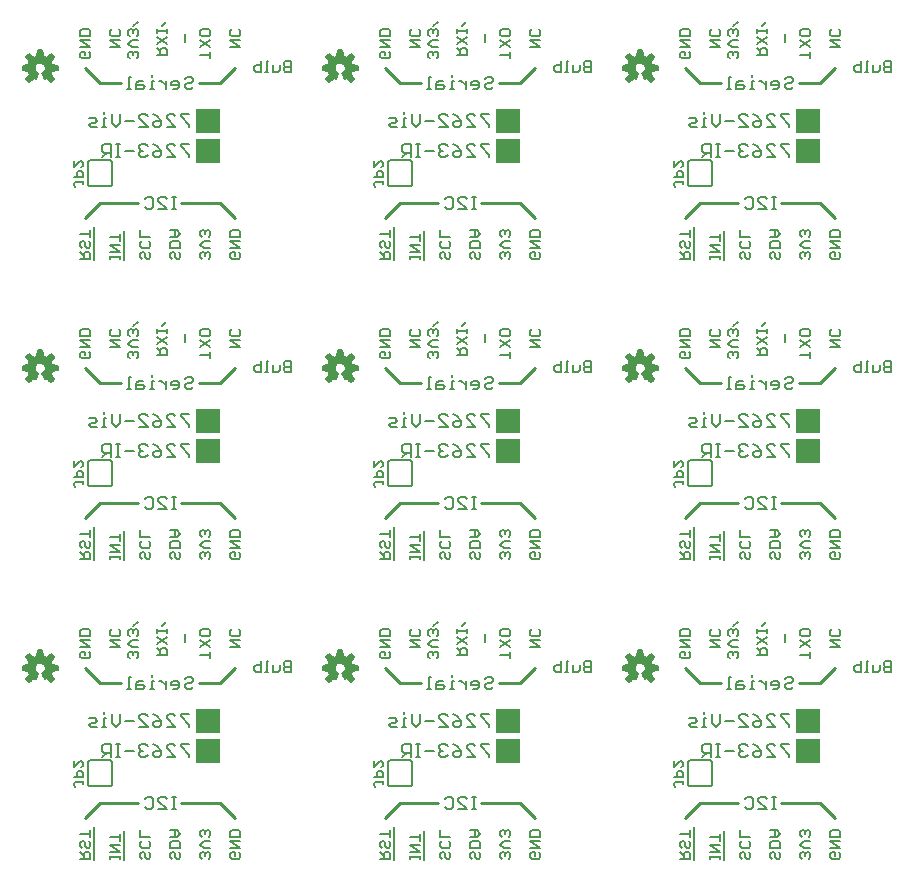
<source format=gbo>
G75*
%MOIN*%
%OFA0B0*%
%FSLAX25Y25*%
%IPPOS*%
%LPD*%
%AMOC8*
5,1,8,0,0,1.08239X$1,22.5*
%
%ADD10C,0.00600*%
%ADD11C,0.00500*%
%ADD12C,0.00800*%
%ADD13C,0.01000*%
%ADD14R,0.08000X0.08000*%
%ADD15C,0.00591*%
D10*
X0025550Y0016360D02*
X0028953Y0016360D01*
X0028953Y0018061D01*
X0028386Y0018629D01*
X0027251Y0018629D01*
X0026684Y0018061D01*
X0026684Y0016360D01*
X0026684Y0017494D02*
X0025550Y0018629D01*
X0026117Y0020043D02*
X0025550Y0020610D01*
X0025550Y0021745D01*
X0026117Y0022312D01*
X0026684Y0022312D01*
X0027251Y0021745D01*
X0027251Y0020610D01*
X0027819Y0020043D01*
X0028386Y0020043D01*
X0028953Y0020610D01*
X0028953Y0021745D01*
X0028386Y0022312D01*
X0028953Y0023726D02*
X0028953Y0025995D01*
X0028953Y0024861D02*
X0025550Y0024861D01*
X0030150Y0027109D02*
X0030150Y0016060D01*
X0035550Y0016360D02*
X0035550Y0017494D01*
X0035550Y0016927D02*
X0038953Y0016927D01*
X0038953Y0016360D02*
X0038953Y0017494D01*
X0038953Y0018815D02*
X0035550Y0021084D01*
X0038953Y0021084D01*
X0038953Y0022499D02*
X0038953Y0024767D01*
X0038953Y0023633D02*
X0035550Y0023633D01*
X0035550Y0018815D02*
X0038953Y0018815D01*
X0040150Y0016060D02*
X0040150Y0025882D01*
X0045550Y0025995D02*
X0045550Y0023726D01*
X0048953Y0023726D01*
X0048386Y0022312D02*
X0048953Y0021745D01*
X0048953Y0020610D01*
X0048386Y0020043D01*
X0046117Y0020043D01*
X0045550Y0020610D01*
X0045550Y0021745D01*
X0046117Y0022312D01*
X0046117Y0018629D02*
X0045550Y0018061D01*
X0045550Y0016927D01*
X0046117Y0016360D01*
X0047251Y0016927D02*
X0047251Y0018061D01*
X0046684Y0018629D01*
X0046117Y0018629D01*
X0047251Y0016927D02*
X0047819Y0016360D01*
X0048386Y0016360D01*
X0048953Y0016927D01*
X0048953Y0018061D01*
X0048386Y0018629D01*
X0055550Y0018061D02*
X0055550Y0016927D01*
X0056117Y0016360D01*
X0057251Y0016927D02*
X0057251Y0018061D01*
X0056684Y0018629D01*
X0056117Y0018629D01*
X0055550Y0018061D01*
X0055550Y0020043D02*
X0055550Y0021745D01*
X0056117Y0022312D01*
X0058386Y0022312D01*
X0058953Y0021745D01*
X0058953Y0020043D01*
X0055550Y0020043D01*
X0058386Y0018629D02*
X0058953Y0018061D01*
X0058953Y0016927D01*
X0058386Y0016360D01*
X0057819Y0016360D01*
X0057251Y0016927D01*
X0057251Y0023726D02*
X0057251Y0025995D01*
X0057819Y0025995D02*
X0055550Y0025995D01*
X0057819Y0025995D02*
X0058953Y0024861D01*
X0057819Y0023726D01*
X0055550Y0023726D01*
X0065550Y0024293D02*
X0066117Y0023726D01*
X0065550Y0024293D02*
X0065550Y0025428D01*
X0066117Y0025995D01*
X0066684Y0025995D01*
X0067251Y0025428D01*
X0067251Y0024861D01*
X0067251Y0025428D02*
X0067819Y0025995D01*
X0068386Y0025995D01*
X0068953Y0025428D01*
X0068953Y0024293D01*
X0068386Y0023726D01*
X0068953Y0022312D02*
X0066684Y0022312D01*
X0065550Y0021177D01*
X0066684Y0020043D01*
X0068953Y0020043D01*
X0068386Y0018629D02*
X0067819Y0018629D01*
X0067251Y0018061D01*
X0066684Y0018629D01*
X0066117Y0018629D01*
X0065550Y0018061D01*
X0065550Y0016927D01*
X0066117Y0016360D01*
X0067251Y0017494D02*
X0067251Y0018061D01*
X0068386Y0018629D02*
X0068953Y0018061D01*
X0068953Y0016927D01*
X0068386Y0016360D01*
X0075550Y0016927D02*
X0075550Y0018061D01*
X0076117Y0018629D01*
X0077251Y0018629D01*
X0077251Y0017494D01*
X0076117Y0016360D02*
X0078386Y0016360D01*
X0078953Y0016927D01*
X0078953Y0018061D01*
X0078386Y0018629D01*
X0078953Y0020043D02*
X0075550Y0020043D01*
X0075550Y0022312D02*
X0078953Y0022312D01*
X0078953Y0023726D02*
X0078953Y0025428D01*
X0078386Y0025995D01*
X0076117Y0025995D01*
X0075550Y0025428D01*
X0075550Y0023726D01*
X0078953Y0023726D01*
X0078953Y0020043D02*
X0075550Y0022312D01*
X0075550Y0016927D02*
X0076117Y0016360D01*
X0036250Y0041660D02*
X0036250Y0048460D01*
X0036248Y0048520D01*
X0036243Y0048581D01*
X0036234Y0048640D01*
X0036221Y0048699D01*
X0036205Y0048758D01*
X0036185Y0048815D01*
X0036162Y0048870D01*
X0036135Y0048925D01*
X0036106Y0048977D01*
X0036073Y0049028D01*
X0036037Y0049077D01*
X0035999Y0049123D01*
X0035957Y0049167D01*
X0035913Y0049209D01*
X0035867Y0049247D01*
X0035818Y0049283D01*
X0035767Y0049316D01*
X0035715Y0049345D01*
X0035660Y0049372D01*
X0035605Y0049395D01*
X0035548Y0049415D01*
X0035489Y0049431D01*
X0035430Y0049444D01*
X0035371Y0049453D01*
X0035310Y0049458D01*
X0035250Y0049460D01*
X0029250Y0049460D01*
X0029190Y0049458D01*
X0029129Y0049453D01*
X0029070Y0049444D01*
X0029011Y0049431D01*
X0028952Y0049415D01*
X0028895Y0049395D01*
X0028840Y0049372D01*
X0028785Y0049345D01*
X0028733Y0049316D01*
X0028682Y0049283D01*
X0028633Y0049247D01*
X0028587Y0049209D01*
X0028543Y0049167D01*
X0028501Y0049123D01*
X0028463Y0049077D01*
X0028427Y0049028D01*
X0028394Y0048977D01*
X0028365Y0048925D01*
X0028338Y0048870D01*
X0028315Y0048815D01*
X0028295Y0048758D01*
X0028279Y0048699D01*
X0028266Y0048640D01*
X0028257Y0048581D01*
X0028252Y0048520D01*
X0028250Y0048460D01*
X0028250Y0041660D01*
X0028252Y0041600D01*
X0028257Y0041539D01*
X0028266Y0041480D01*
X0028279Y0041421D01*
X0028295Y0041362D01*
X0028315Y0041305D01*
X0028338Y0041250D01*
X0028365Y0041195D01*
X0028394Y0041143D01*
X0028427Y0041092D01*
X0028463Y0041043D01*
X0028501Y0040997D01*
X0028543Y0040953D01*
X0028587Y0040911D01*
X0028633Y0040873D01*
X0028682Y0040837D01*
X0028733Y0040804D01*
X0028785Y0040775D01*
X0028840Y0040748D01*
X0028895Y0040725D01*
X0028952Y0040705D01*
X0029011Y0040689D01*
X0029070Y0040676D01*
X0029129Y0040667D01*
X0029190Y0040662D01*
X0029250Y0040660D01*
X0035250Y0040660D01*
X0035310Y0040662D01*
X0035371Y0040667D01*
X0035430Y0040676D01*
X0035489Y0040689D01*
X0035548Y0040705D01*
X0035605Y0040725D01*
X0035660Y0040748D01*
X0035715Y0040775D01*
X0035767Y0040804D01*
X0035818Y0040837D01*
X0035867Y0040873D01*
X0035913Y0040911D01*
X0035957Y0040953D01*
X0035999Y0040997D01*
X0036037Y0041043D01*
X0036073Y0041092D01*
X0036106Y0041143D01*
X0036135Y0041195D01*
X0036162Y0041250D01*
X0036185Y0041305D01*
X0036205Y0041362D01*
X0036221Y0041421D01*
X0036234Y0041480D01*
X0036243Y0041539D01*
X0036248Y0041600D01*
X0036250Y0041660D01*
X0042117Y0083311D02*
X0041550Y0083878D01*
X0041550Y0085012D01*
X0042117Y0085579D01*
X0042684Y0085579D01*
X0043251Y0085012D01*
X0043251Y0084445D01*
X0043251Y0085012D02*
X0043819Y0085579D01*
X0044386Y0085579D01*
X0044953Y0085012D01*
X0044953Y0083878D01*
X0044386Y0083311D01*
X0044953Y0086994D02*
X0042684Y0086994D01*
X0041550Y0088128D01*
X0042684Y0089262D01*
X0044953Y0089262D01*
X0044386Y0090677D02*
X0044953Y0091244D01*
X0044953Y0092378D01*
X0044386Y0092945D01*
X0043819Y0092945D01*
X0043251Y0092378D01*
X0042684Y0092945D01*
X0042117Y0092945D01*
X0041550Y0092378D01*
X0041550Y0091244D01*
X0042117Y0090677D01*
X0043251Y0091811D02*
X0043251Y0092378D01*
X0038953Y0092378D02*
X0038953Y0091244D01*
X0038386Y0090677D01*
X0036117Y0090677D01*
X0035550Y0091244D01*
X0035550Y0092378D01*
X0036117Y0092945D01*
X0038386Y0092945D02*
X0038953Y0092378D01*
X0038953Y0089262D02*
X0035550Y0089262D01*
X0038953Y0086994D01*
X0035550Y0086994D01*
X0028953Y0086994D02*
X0025550Y0089262D01*
X0028953Y0089262D01*
X0028953Y0090677D02*
X0025550Y0090677D01*
X0025550Y0092378D01*
X0026117Y0092945D01*
X0028386Y0092945D01*
X0028953Y0092378D01*
X0028953Y0090677D01*
X0028953Y0086994D02*
X0025550Y0086994D01*
X0026117Y0085579D02*
X0027251Y0085579D01*
X0027251Y0084445D01*
X0026117Y0085579D02*
X0025550Y0085012D01*
X0025550Y0083878D01*
X0026117Y0083311D01*
X0028386Y0083311D01*
X0028953Y0083878D01*
X0028953Y0085012D01*
X0028386Y0085579D01*
X0051050Y0084538D02*
X0054453Y0084538D01*
X0054453Y0086240D01*
X0053886Y0086807D01*
X0052751Y0086807D01*
X0052184Y0086240D01*
X0052184Y0084538D01*
X0052184Y0085673D02*
X0051050Y0086807D01*
X0051050Y0088221D02*
X0054453Y0090490D01*
X0054453Y0091905D02*
X0054453Y0093039D01*
X0054453Y0092472D02*
X0051050Y0092472D01*
X0051050Y0091905D02*
X0051050Y0093039D01*
X0051050Y0090490D02*
X0054453Y0088221D01*
X0065550Y0089262D02*
X0068953Y0086994D01*
X0068953Y0085579D02*
X0068953Y0083311D01*
X0068953Y0084445D02*
X0065550Y0084445D01*
X0065550Y0086994D02*
X0068953Y0089262D01*
X0068386Y0090677D02*
X0066117Y0090677D01*
X0065550Y0091244D01*
X0065550Y0092378D01*
X0066117Y0092945D01*
X0068386Y0092945D01*
X0068953Y0092378D01*
X0068953Y0091244D01*
X0068386Y0090677D01*
X0075550Y0091244D02*
X0075550Y0092378D01*
X0076117Y0092945D01*
X0075550Y0091244D02*
X0076117Y0090677D01*
X0078386Y0090677D01*
X0078953Y0091244D01*
X0078953Y0092378D01*
X0078386Y0092945D01*
X0078953Y0089262D02*
X0075550Y0089262D01*
X0078953Y0086994D01*
X0075550Y0086994D01*
X0083612Y0080561D02*
X0084179Y0081129D01*
X0085881Y0081129D01*
X0085881Y0082263D02*
X0085881Y0078860D01*
X0084179Y0078860D01*
X0083612Y0079427D01*
X0083612Y0080561D01*
X0087202Y0078860D02*
X0088336Y0078860D01*
X0087769Y0078860D02*
X0087769Y0082263D01*
X0088336Y0082263D01*
X0089751Y0081129D02*
X0089751Y0078860D01*
X0091452Y0078860D01*
X0092019Y0079427D01*
X0092019Y0081129D01*
X0093434Y0081129D02*
X0094001Y0080561D01*
X0095702Y0080561D01*
X0095702Y0078860D02*
X0094001Y0078860D01*
X0093434Y0079427D01*
X0093434Y0079994D01*
X0094001Y0080561D01*
X0093434Y0081129D02*
X0093434Y0081696D01*
X0094001Y0082263D01*
X0095702Y0082263D01*
X0095702Y0078860D01*
X0125550Y0083878D02*
X0125550Y0085012D01*
X0126117Y0085579D01*
X0127251Y0085579D01*
X0127251Y0084445D01*
X0126117Y0083311D02*
X0125550Y0083878D01*
X0126117Y0083311D02*
X0128386Y0083311D01*
X0128953Y0083878D01*
X0128953Y0085012D01*
X0128386Y0085579D01*
X0128953Y0086994D02*
X0125550Y0089262D01*
X0128953Y0089262D01*
X0128953Y0090677D02*
X0125550Y0090677D01*
X0125550Y0092378D01*
X0126117Y0092945D01*
X0128386Y0092945D01*
X0128953Y0092378D01*
X0128953Y0090677D01*
X0128953Y0086994D02*
X0125550Y0086994D01*
X0135550Y0086994D02*
X0138953Y0086994D01*
X0135550Y0089262D01*
X0138953Y0089262D01*
X0138386Y0090677D02*
X0136117Y0090677D01*
X0135550Y0091244D01*
X0135550Y0092378D01*
X0136117Y0092945D01*
X0138386Y0092945D02*
X0138953Y0092378D01*
X0138953Y0091244D01*
X0138386Y0090677D01*
X0141550Y0091244D02*
X0142117Y0090677D01*
X0141550Y0091244D02*
X0141550Y0092378D01*
X0142117Y0092945D01*
X0142684Y0092945D01*
X0143251Y0092378D01*
X0143251Y0091811D01*
X0143251Y0092378D02*
X0143819Y0092945D01*
X0144386Y0092945D01*
X0144953Y0092378D01*
X0144953Y0091244D01*
X0144386Y0090677D01*
X0144953Y0089262D02*
X0142684Y0089262D01*
X0141550Y0088128D01*
X0142684Y0086994D01*
X0144953Y0086994D01*
X0144386Y0085579D02*
X0143819Y0085579D01*
X0143251Y0085012D01*
X0142684Y0085579D01*
X0142117Y0085579D01*
X0141550Y0085012D01*
X0141550Y0083878D01*
X0142117Y0083311D01*
X0143251Y0084445D02*
X0143251Y0085012D01*
X0144386Y0085579D02*
X0144953Y0085012D01*
X0144953Y0083878D01*
X0144386Y0083311D01*
X0151050Y0084538D02*
X0154453Y0084538D01*
X0154453Y0086240D01*
X0153886Y0086807D01*
X0152751Y0086807D01*
X0152184Y0086240D01*
X0152184Y0084538D01*
X0152184Y0085673D02*
X0151050Y0086807D01*
X0151050Y0088221D02*
X0154453Y0090490D01*
X0154453Y0091905D02*
X0154453Y0093039D01*
X0154453Y0092472D02*
X0151050Y0092472D01*
X0151050Y0091905D02*
X0151050Y0093039D01*
X0151050Y0090490D02*
X0154453Y0088221D01*
X0165550Y0089262D02*
X0168953Y0086994D01*
X0168953Y0085579D02*
X0168953Y0083311D01*
X0168953Y0084445D02*
X0165550Y0084445D01*
X0165550Y0086994D02*
X0168953Y0089262D01*
X0168386Y0090677D02*
X0166117Y0090677D01*
X0165550Y0091244D01*
X0165550Y0092378D01*
X0166117Y0092945D01*
X0168386Y0092945D01*
X0168953Y0092378D01*
X0168953Y0091244D01*
X0168386Y0090677D01*
X0175550Y0091244D02*
X0175550Y0092378D01*
X0176117Y0092945D01*
X0175550Y0091244D02*
X0176117Y0090677D01*
X0178386Y0090677D01*
X0178953Y0091244D01*
X0178953Y0092378D01*
X0178386Y0092945D01*
X0178953Y0089262D02*
X0175550Y0089262D01*
X0178953Y0086994D01*
X0175550Y0086994D01*
X0183612Y0080561D02*
X0184179Y0081129D01*
X0185881Y0081129D01*
X0185881Y0082263D02*
X0185881Y0078860D01*
X0184179Y0078860D01*
X0183612Y0079427D01*
X0183612Y0080561D01*
X0187202Y0078860D02*
X0188336Y0078860D01*
X0187769Y0078860D02*
X0187769Y0082263D01*
X0188336Y0082263D01*
X0189751Y0081129D02*
X0189751Y0078860D01*
X0191452Y0078860D01*
X0192019Y0079427D01*
X0192019Y0081129D01*
X0193434Y0081129D02*
X0194001Y0080561D01*
X0195702Y0080561D01*
X0195702Y0078860D02*
X0194001Y0078860D01*
X0193434Y0079427D01*
X0193434Y0079994D01*
X0194001Y0080561D01*
X0193434Y0081129D02*
X0193434Y0081696D01*
X0194001Y0082263D01*
X0195702Y0082263D01*
X0195702Y0078860D01*
X0225550Y0083878D02*
X0225550Y0085012D01*
X0226117Y0085579D01*
X0227251Y0085579D01*
X0227251Y0084445D01*
X0226117Y0083311D02*
X0225550Y0083878D01*
X0226117Y0083311D02*
X0228386Y0083311D01*
X0228953Y0083878D01*
X0228953Y0085012D01*
X0228386Y0085579D01*
X0228953Y0086994D02*
X0225550Y0089262D01*
X0228953Y0089262D01*
X0228953Y0090677D02*
X0225550Y0090677D01*
X0225550Y0092378D01*
X0226117Y0092945D01*
X0228386Y0092945D01*
X0228953Y0092378D01*
X0228953Y0090677D01*
X0228953Y0086994D02*
X0225550Y0086994D01*
X0235550Y0086994D02*
X0238953Y0086994D01*
X0235550Y0089262D01*
X0238953Y0089262D01*
X0238386Y0090677D02*
X0236117Y0090677D01*
X0235550Y0091244D01*
X0235550Y0092378D01*
X0236117Y0092945D01*
X0238386Y0092945D02*
X0238953Y0092378D01*
X0238953Y0091244D01*
X0238386Y0090677D01*
X0241550Y0091244D02*
X0242117Y0090677D01*
X0241550Y0091244D02*
X0241550Y0092378D01*
X0242117Y0092945D01*
X0242684Y0092945D01*
X0243251Y0092378D01*
X0243251Y0091811D01*
X0243251Y0092378D02*
X0243819Y0092945D01*
X0244386Y0092945D01*
X0244953Y0092378D01*
X0244953Y0091244D01*
X0244386Y0090677D01*
X0244953Y0089262D02*
X0242684Y0089262D01*
X0241550Y0088128D01*
X0242684Y0086994D01*
X0244953Y0086994D01*
X0244386Y0085579D02*
X0243819Y0085579D01*
X0243251Y0085012D01*
X0242684Y0085579D01*
X0242117Y0085579D01*
X0241550Y0085012D01*
X0241550Y0083878D01*
X0242117Y0083311D01*
X0243251Y0084445D02*
X0243251Y0085012D01*
X0244386Y0085579D02*
X0244953Y0085012D01*
X0244953Y0083878D01*
X0244386Y0083311D01*
X0251050Y0084538D02*
X0254453Y0084538D01*
X0254453Y0086240D01*
X0253886Y0086807D01*
X0252751Y0086807D01*
X0252184Y0086240D01*
X0252184Y0084538D01*
X0252184Y0085673D02*
X0251050Y0086807D01*
X0251050Y0088221D02*
X0254453Y0090490D01*
X0254453Y0091905D02*
X0254453Y0093039D01*
X0254453Y0092472D02*
X0251050Y0092472D01*
X0251050Y0091905D02*
X0251050Y0093039D01*
X0251050Y0090490D02*
X0254453Y0088221D01*
X0265550Y0089262D02*
X0268953Y0086994D01*
X0268953Y0085579D02*
X0268953Y0083311D01*
X0268953Y0084445D02*
X0265550Y0084445D01*
X0265550Y0086994D02*
X0268953Y0089262D01*
X0268386Y0090677D02*
X0266117Y0090677D01*
X0265550Y0091244D01*
X0265550Y0092378D01*
X0266117Y0092945D01*
X0268386Y0092945D01*
X0268953Y0092378D01*
X0268953Y0091244D01*
X0268386Y0090677D01*
X0275550Y0091244D02*
X0275550Y0092378D01*
X0276117Y0092945D01*
X0275550Y0091244D02*
X0276117Y0090677D01*
X0278386Y0090677D01*
X0278953Y0091244D01*
X0278953Y0092378D01*
X0278386Y0092945D01*
X0278953Y0089262D02*
X0275550Y0089262D01*
X0278953Y0086994D01*
X0275550Y0086994D01*
X0283612Y0080561D02*
X0284179Y0081129D01*
X0285881Y0081129D01*
X0285881Y0082263D02*
X0285881Y0078860D01*
X0284179Y0078860D01*
X0283612Y0079427D01*
X0283612Y0080561D01*
X0287202Y0078860D02*
X0288336Y0078860D01*
X0287769Y0078860D02*
X0287769Y0082263D01*
X0288336Y0082263D01*
X0289751Y0081129D02*
X0289751Y0078860D01*
X0291452Y0078860D01*
X0292019Y0079427D01*
X0292019Y0081129D01*
X0293434Y0081129D02*
X0294001Y0080561D01*
X0295702Y0080561D01*
X0295702Y0078860D02*
X0294001Y0078860D01*
X0293434Y0079427D01*
X0293434Y0079994D01*
X0294001Y0080561D01*
X0293434Y0081129D02*
X0293434Y0081696D01*
X0294001Y0082263D01*
X0295702Y0082263D01*
X0295702Y0078860D01*
X0278386Y0116360D02*
X0276117Y0116360D01*
X0275550Y0116927D01*
X0275550Y0118061D01*
X0276117Y0118629D01*
X0277251Y0118629D01*
X0277251Y0117494D01*
X0278386Y0116360D02*
X0278953Y0116927D01*
X0278953Y0118061D01*
X0278386Y0118629D01*
X0278953Y0120043D02*
X0275550Y0122312D01*
X0278953Y0122312D01*
X0278953Y0123726D02*
X0278953Y0125428D01*
X0278386Y0125995D01*
X0276117Y0125995D01*
X0275550Y0125428D01*
X0275550Y0123726D01*
X0278953Y0123726D01*
X0278953Y0120043D02*
X0275550Y0120043D01*
X0268953Y0120043D02*
X0266684Y0120043D01*
X0265550Y0121177D01*
X0266684Y0122312D01*
X0268953Y0122312D01*
X0268386Y0123726D02*
X0268953Y0124293D01*
X0268953Y0125428D01*
X0268386Y0125995D01*
X0267819Y0125995D01*
X0267251Y0125428D01*
X0266684Y0125995D01*
X0266117Y0125995D01*
X0265550Y0125428D01*
X0265550Y0124293D01*
X0266117Y0123726D01*
X0267251Y0124861D02*
X0267251Y0125428D01*
X0266684Y0118629D02*
X0266117Y0118629D01*
X0265550Y0118061D01*
X0265550Y0116927D01*
X0266117Y0116360D01*
X0267251Y0117494D02*
X0267251Y0118061D01*
X0266684Y0118629D01*
X0267251Y0118061D02*
X0267819Y0118629D01*
X0268386Y0118629D01*
X0268953Y0118061D01*
X0268953Y0116927D01*
X0268386Y0116360D01*
X0258953Y0116927D02*
X0258386Y0116360D01*
X0257819Y0116360D01*
X0257251Y0116927D01*
X0257251Y0118061D01*
X0256684Y0118629D01*
X0256117Y0118629D01*
X0255550Y0118061D01*
X0255550Y0116927D01*
X0256117Y0116360D01*
X0258953Y0116927D02*
X0258953Y0118061D01*
X0258386Y0118629D01*
X0258953Y0120043D02*
X0258953Y0121745D01*
X0258386Y0122312D01*
X0256117Y0122312D01*
X0255550Y0121745D01*
X0255550Y0120043D01*
X0258953Y0120043D01*
X0257819Y0123726D02*
X0258953Y0124861D01*
X0257819Y0125995D01*
X0255550Y0125995D01*
X0257251Y0125995D02*
X0257251Y0123726D01*
X0257819Y0123726D02*
X0255550Y0123726D01*
X0248953Y0123726D02*
X0245550Y0123726D01*
X0245550Y0125995D01*
X0246117Y0122312D02*
X0245550Y0121745D01*
X0245550Y0120610D01*
X0246117Y0120043D01*
X0248386Y0120043D01*
X0248953Y0120610D01*
X0248953Y0121745D01*
X0248386Y0122312D01*
X0248386Y0118629D02*
X0248953Y0118061D01*
X0248953Y0116927D01*
X0248386Y0116360D01*
X0247819Y0116360D01*
X0247251Y0116927D01*
X0247251Y0118061D01*
X0246684Y0118629D01*
X0246117Y0118629D01*
X0245550Y0118061D01*
X0245550Y0116927D01*
X0246117Y0116360D01*
X0240150Y0116060D02*
X0240150Y0125882D01*
X0238953Y0124767D02*
X0238953Y0122499D01*
X0238953Y0123633D02*
X0235550Y0123633D01*
X0235550Y0121084D02*
X0238953Y0121084D01*
X0238953Y0118815D02*
X0235550Y0121084D01*
X0235550Y0118815D02*
X0238953Y0118815D01*
X0238953Y0117494D02*
X0238953Y0116360D01*
X0238953Y0116927D02*
X0235550Y0116927D01*
X0235550Y0116360D02*
X0235550Y0117494D01*
X0230150Y0116060D02*
X0230150Y0127109D01*
X0228953Y0125995D02*
X0228953Y0123726D01*
X0228953Y0124861D02*
X0225550Y0124861D01*
X0226117Y0122312D02*
X0225550Y0121745D01*
X0225550Y0120610D01*
X0226117Y0120043D01*
X0227251Y0120610D02*
X0227251Y0121745D01*
X0226684Y0122312D01*
X0226117Y0122312D01*
X0227251Y0120610D02*
X0227819Y0120043D01*
X0228386Y0120043D01*
X0228953Y0120610D01*
X0228953Y0121745D01*
X0228386Y0122312D01*
X0228386Y0118629D02*
X0227251Y0118629D01*
X0226684Y0118061D01*
X0226684Y0116360D01*
X0225550Y0116360D02*
X0228953Y0116360D01*
X0228953Y0118061D01*
X0228386Y0118629D01*
X0226684Y0117494D02*
X0225550Y0118629D01*
X0229250Y0140660D02*
X0235250Y0140660D01*
X0235310Y0140662D01*
X0235371Y0140667D01*
X0235430Y0140676D01*
X0235489Y0140689D01*
X0235548Y0140705D01*
X0235605Y0140725D01*
X0235660Y0140748D01*
X0235715Y0140775D01*
X0235767Y0140804D01*
X0235818Y0140837D01*
X0235867Y0140873D01*
X0235913Y0140911D01*
X0235957Y0140953D01*
X0235999Y0140997D01*
X0236037Y0141043D01*
X0236073Y0141092D01*
X0236106Y0141143D01*
X0236135Y0141195D01*
X0236162Y0141250D01*
X0236185Y0141305D01*
X0236205Y0141362D01*
X0236221Y0141421D01*
X0236234Y0141480D01*
X0236243Y0141539D01*
X0236248Y0141600D01*
X0236250Y0141660D01*
X0236250Y0148460D01*
X0236248Y0148520D01*
X0236243Y0148581D01*
X0236234Y0148640D01*
X0236221Y0148699D01*
X0236205Y0148758D01*
X0236185Y0148815D01*
X0236162Y0148870D01*
X0236135Y0148925D01*
X0236106Y0148977D01*
X0236073Y0149028D01*
X0236037Y0149077D01*
X0235999Y0149123D01*
X0235957Y0149167D01*
X0235913Y0149209D01*
X0235867Y0149247D01*
X0235818Y0149283D01*
X0235767Y0149316D01*
X0235715Y0149345D01*
X0235660Y0149372D01*
X0235605Y0149395D01*
X0235548Y0149415D01*
X0235489Y0149431D01*
X0235430Y0149444D01*
X0235371Y0149453D01*
X0235310Y0149458D01*
X0235250Y0149460D01*
X0229250Y0149460D01*
X0229190Y0149458D01*
X0229129Y0149453D01*
X0229070Y0149444D01*
X0229011Y0149431D01*
X0228952Y0149415D01*
X0228895Y0149395D01*
X0228840Y0149372D01*
X0228785Y0149345D01*
X0228733Y0149316D01*
X0228682Y0149283D01*
X0228633Y0149247D01*
X0228587Y0149209D01*
X0228543Y0149167D01*
X0228501Y0149123D01*
X0228463Y0149077D01*
X0228427Y0149028D01*
X0228394Y0148977D01*
X0228365Y0148925D01*
X0228338Y0148870D01*
X0228315Y0148815D01*
X0228295Y0148758D01*
X0228279Y0148699D01*
X0228266Y0148640D01*
X0228257Y0148581D01*
X0228252Y0148520D01*
X0228250Y0148460D01*
X0228250Y0141660D01*
X0228252Y0141600D01*
X0228257Y0141539D01*
X0228266Y0141480D01*
X0228279Y0141421D01*
X0228295Y0141362D01*
X0228315Y0141305D01*
X0228338Y0141250D01*
X0228365Y0141195D01*
X0228394Y0141143D01*
X0228427Y0141092D01*
X0228463Y0141043D01*
X0228501Y0140997D01*
X0228543Y0140953D01*
X0228587Y0140911D01*
X0228633Y0140873D01*
X0228682Y0140837D01*
X0228733Y0140804D01*
X0228785Y0140775D01*
X0228840Y0140748D01*
X0228895Y0140725D01*
X0228952Y0140705D01*
X0229011Y0140689D01*
X0229070Y0140676D01*
X0229129Y0140667D01*
X0229190Y0140662D01*
X0229250Y0140660D01*
X0195702Y0178860D02*
X0194001Y0178860D01*
X0193434Y0179427D01*
X0193434Y0179994D01*
X0194001Y0180561D01*
X0195702Y0180561D01*
X0195702Y0178860D02*
X0195702Y0182263D01*
X0194001Y0182263D01*
X0193434Y0181696D01*
X0193434Y0181129D01*
X0194001Y0180561D01*
X0192019Y0181129D02*
X0192019Y0179427D01*
X0191452Y0178860D01*
X0189751Y0178860D01*
X0189751Y0181129D01*
X0188336Y0182263D02*
X0187769Y0182263D01*
X0187769Y0178860D01*
X0188336Y0178860D02*
X0187202Y0178860D01*
X0185881Y0178860D02*
X0184179Y0178860D01*
X0183612Y0179427D01*
X0183612Y0180561D01*
X0184179Y0181129D01*
X0185881Y0181129D01*
X0185881Y0182263D02*
X0185881Y0178860D01*
X0178953Y0186994D02*
X0175550Y0189262D01*
X0178953Y0189262D01*
X0178386Y0190677D02*
X0176117Y0190677D01*
X0175550Y0191244D01*
X0175550Y0192378D01*
X0176117Y0192945D01*
X0178386Y0192945D02*
X0178953Y0192378D01*
X0178953Y0191244D01*
X0178386Y0190677D01*
X0178953Y0186994D02*
X0175550Y0186994D01*
X0168953Y0186994D02*
X0165550Y0189262D01*
X0166117Y0190677D02*
X0165550Y0191244D01*
X0165550Y0192378D01*
X0166117Y0192945D01*
X0168386Y0192945D01*
X0168953Y0192378D01*
X0168953Y0191244D01*
X0168386Y0190677D01*
X0166117Y0190677D01*
X0168953Y0189262D02*
X0165550Y0186994D01*
X0165550Y0184445D02*
X0168953Y0184445D01*
X0168953Y0183311D02*
X0168953Y0185579D01*
X0154453Y0186240D02*
X0153886Y0186807D01*
X0152751Y0186807D01*
X0152184Y0186240D01*
X0152184Y0184538D01*
X0151050Y0184538D02*
X0154453Y0184538D01*
X0154453Y0186240D01*
X0154453Y0188221D02*
X0151050Y0190490D01*
X0151050Y0191905D02*
X0151050Y0193039D01*
X0151050Y0192472D02*
X0154453Y0192472D01*
X0154453Y0191905D02*
X0154453Y0193039D01*
X0154453Y0190490D02*
X0151050Y0188221D01*
X0151050Y0186807D02*
X0152184Y0185673D01*
X0144953Y0185012D02*
X0144386Y0185579D01*
X0143819Y0185579D01*
X0143251Y0185012D01*
X0142684Y0185579D01*
X0142117Y0185579D01*
X0141550Y0185012D01*
X0141550Y0183878D01*
X0142117Y0183311D01*
X0143251Y0184445D02*
X0143251Y0185012D01*
X0144953Y0185012D02*
X0144953Y0183878D01*
X0144386Y0183311D01*
X0144953Y0186994D02*
X0142684Y0186994D01*
X0141550Y0188128D01*
X0142684Y0189262D01*
X0144953Y0189262D01*
X0144386Y0190677D02*
X0144953Y0191244D01*
X0144953Y0192378D01*
X0144386Y0192945D01*
X0143819Y0192945D01*
X0143251Y0192378D01*
X0142684Y0192945D01*
X0142117Y0192945D01*
X0141550Y0192378D01*
X0141550Y0191244D01*
X0142117Y0190677D01*
X0143251Y0191811D02*
X0143251Y0192378D01*
X0138953Y0192378D02*
X0138953Y0191244D01*
X0138386Y0190677D01*
X0136117Y0190677D01*
X0135550Y0191244D01*
X0135550Y0192378D01*
X0136117Y0192945D01*
X0138386Y0192945D02*
X0138953Y0192378D01*
X0138953Y0189262D02*
X0135550Y0189262D01*
X0138953Y0186994D01*
X0135550Y0186994D01*
X0128953Y0186994D02*
X0125550Y0189262D01*
X0128953Y0189262D01*
X0128953Y0190677D02*
X0125550Y0190677D01*
X0125550Y0192378D01*
X0126117Y0192945D01*
X0128386Y0192945D01*
X0128953Y0192378D01*
X0128953Y0190677D01*
X0128953Y0186994D02*
X0125550Y0186994D01*
X0126117Y0185579D02*
X0127251Y0185579D01*
X0127251Y0184445D01*
X0126117Y0185579D02*
X0125550Y0185012D01*
X0125550Y0183878D01*
X0126117Y0183311D01*
X0128386Y0183311D01*
X0128953Y0183878D01*
X0128953Y0185012D01*
X0128386Y0185579D01*
X0130150Y0216060D02*
X0130150Y0227109D01*
X0128953Y0225995D02*
X0128953Y0223726D01*
X0128953Y0224861D02*
X0125550Y0224861D01*
X0126117Y0222312D02*
X0125550Y0221745D01*
X0125550Y0220610D01*
X0126117Y0220043D01*
X0127251Y0220610D02*
X0127251Y0221745D01*
X0126684Y0222312D01*
X0126117Y0222312D01*
X0127251Y0220610D02*
X0127819Y0220043D01*
X0128386Y0220043D01*
X0128953Y0220610D01*
X0128953Y0221745D01*
X0128386Y0222312D01*
X0128386Y0218629D02*
X0127251Y0218629D01*
X0126684Y0218061D01*
X0126684Y0216360D01*
X0125550Y0216360D02*
X0128953Y0216360D01*
X0128953Y0218061D01*
X0128386Y0218629D01*
X0126684Y0217494D02*
X0125550Y0218629D01*
X0135550Y0218815D02*
X0138953Y0218815D01*
X0135550Y0221084D01*
X0138953Y0221084D01*
X0138953Y0222499D02*
X0138953Y0224767D01*
X0138953Y0223633D02*
X0135550Y0223633D01*
X0140150Y0225882D02*
X0140150Y0216060D01*
X0138953Y0216360D02*
X0138953Y0217494D01*
X0138953Y0216927D02*
X0135550Y0216927D01*
X0135550Y0216360D02*
X0135550Y0217494D01*
X0145550Y0216927D02*
X0146117Y0216360D01*
X0145550Y0216927D02*
X0145550Y0218061D01*
X0146117Y0218629D01*
X0146684Y0218629D01*
X0147251Y0218061D01*
X0147251Y0216927D01*
X0147819Y0216360D01*
X0148386Y0216360D01*
X0148953Y0216927D01*
X0148953Y0218061D01*
X0148386Y0218629D01*
X0148386Y0220043D02*
X0146117Y0220043D01*
X0145550Y0220610D01*
X0145550Y0221745D01*
X0146117Y0222312D01*
X0145550Y0223726D02*
X0145550Y0225995D01*
X0145550Y0223726D02*
X0148953Y0223726D01*
X0148386Y0222312D02*
X0148953Y0221745D01*
X0148953Y0220610D01*
X0148386Y0220043D01*
X0155550Y0220043D02*
X0155550Y0221745D01*
X0156117Y0222312D01*
X0158386Y0222312D01*
X0158953Y0221745D01*
X0158953Y0220043D01*
X0155550Y0220043D01*
X0156117Y0218629D02*
X0155550Y0218061D01*
X0155550Y0216927D01*
X0156117Y0216360D01*
X0157251Y0216927D02*
X0157251Y0218061D01*
X0156684Y0218629D01*
X0156117Y0218629D01*
X0157251Y0216927D02*
X0157819Y0216360D01*
X0158386Y0216360D01*
X0158953Y0216927D01*
X0158953Y0218061D01*
X0158386Y0218629D01*
X0157819Y0223726D02*
X0158953Y0224861D01*
X0157819Y0225995D01*
X0155550Y0225995D01*
X0157251Y0225995D02*
X0157251Y0223726D01*
X0157819Y0223726D02*
X0155550Y0223726D01*
X0165550Y0224293D02*
X0166117Y0223726D01*
X0165550Y0224293D02*
X0165550Y0225428D01*
X0166117Y0225995D01*
X0166684Y0225995D01*
X0167251Y0225428D01*
X0167251Y0224861D01*
X0167251Y0225428D02*
X0167819Y0225995D01*
X0168386Y0225995D01*
X0168953Y0225428D01*
X0168953Y0224293D01*
X0168386Y0223726D01*
X0168953Y0222312D02*
X0166684Y0222312D01*
X0165550Y0221177D01*
X0166684Y0220043D01*
X0168953Y0220043D01*
X0168386Y0218629D02*
X0167819Y0218629D01*
X0167251Y0218061D01*
X0166684Y0218629D01*
X0166117Y0218629D01*
X0165550Y0218061D01*
X0165550Y0216927D01*
X0166117Y0216360D01*
X0167251Y0217494D02*
X0167251Y0218061D01*
X0168386Y0218629D02*
X0168953Y0218061D01*
X0168953Y0216927D01*
X0168386Y0216360D01*
X0175550Y0216927D02*
X0175550Y0218061D01*
X0176117Y0218629D01*
X0177251Y0218629D01*
X0177251Y0217494D01*
X0176117Y0216360D02*
X0178386Y0216360D01*
X0178953Y0216927D01*
X0178953Y0218061D01*
X0178386Y0218629D01*
X0178953Y0220043D02*
X0175550Y0222312D01*
X0178953Y0222312D01*
X0178953Y0223726D02*
X0178953Y0225428D01*
X0178386Y0225995D01*
X0176117Y0225995D01*
X0175550Y0225428D01*
X0175550Y0223726D01*
X0178953Y0223726D01*
X0178953Y0220043D02*
X0175550Y0220043D01*
X0175550Y0216927D02*
X0176117Y0216360D01*
X0136250Y0241660D02*
X0136250Y0248460D01*
X0136248Y0248520D01*
X0136243Y0248581D01*
X0136234Y0248640D01*
X0136221Y0248699D01*
X0136205Y0248758D01*
X0136185Y0248815D01*
X0136162Y0248870D01*
X0136135Y0248925D01*
X0136106Y0248977D01*
X0136073Y0249028D01*
X0136037Y0249077D01*
X0135999Y0249123D01*
X0135957Y0249167D01*
X0135913Y0249209D01*
X0135867Y0249247D01*
X0135818Y0249283D01*
X0135767Y0249316D01*
X0135715Y0249345D01*
X0135660Y0249372D01*
X0135605Y0249395D01*
X0135548Y0249415D01*
X0135489Y0249431D01*
X0135430Y0249444D01*
X0135371Y0249453D01*
X0135310Y0249458D01*
X0135250Y0249460D01*
X0129250Y0249460D01*
X0129190Y0249458D01*
X0129129Y0249453D01*
X0129070Y0249444D01*
X0129011Y0249431D01*
X0128952Y0249415D01*
X0128895Y0249395D01*
X0128840Y0249372D01*
X0128785Y0249345D01*
X0128733Y0249316D01*
X0128682Y0249283D01*
X0128633Y0249247D01*
X0128587Y0249209D01*
X0128543Y0249167D01*
X0128501Y0249123D01*
X0128463Y0249077D01*
X0128427Y0249028D01*
X0128394Y0248977D01*
X0128365Y0248925D01*
X0128338Y0248870D01*
X0128315Y0248815D01*
X0128295Y0248758D01*
X0128279Y0248699D01*
X0128266Y0248640D01*
X0128257Y0248581D01*
X0128252Y0248520D01*
X0128250Y0248460D01*
X0128250Y0241660D01*
X0128252Y0241600D01*
X0128257Y0241539D01*
X0128266Y0241480D01*
X0128279Y0241421D01*
X0128295Y0241362D01*
X0128315Y0241305D01*
X0128338Y0241250D01*
X0128365Y0241195D01*
X0128394Y0241143D01*
X0128427Y0241092D01*
X0128463Y0241043D01*
X0128501Y0240997D01*
X0128543Y0240953D01*
X0128587Y0240911D01*
X0128633Y0240873D01*
X0128682Y0240837D01*
X0128733Y0240804D01*
X0128785Y0240775D01*
X0128840Y0240748D01*
X0128895Y0240725D01*
X0128952Y0240705D01*
X0129011Y0240689D01*
X0129070Y0240676D01*
X0129129Y0240667D01*
X0129190Y0240662D01*
X0129250Y0240660D01*
X0135250Y0240660D01*
X0135310Y0240662D01*
X0135371Y0240667D01*
X0135430Y0240676D01*
X0135489Y0240689D01*
X0135548Y0240705D01*
X0135605Y0240725D01*
X0135660Y0240748D01*
X0135715Y0240775D01*
X0135767Y0240804D01*
X0135818Y0240837D01*
X0135867Y0240873D01*
X0135913Y0240911D01*
X0135957Y0240953D01*
X0135999Y0240997D01*
X0136037Y0241043D01*
X0136073Y0241092D01*
X0136106Y0241143D01*
X0136135Y0241195D01*
X0136162Y0241250D01*
X0136185Y0241305D01*
X0136205Y0241362D01*
X0136221Y0241421D01*
X0136234Y0241480D01*
X0136243Y0241539D01*
X0136248Y0241600D01*
X0136250Y0241660D01*
X0142117Y0283311D02*
X0141550Y0283878D01*
X0141550Y0285012D01*
X0142117Y0285579D01*
X0142684Y0285579D01*
X0143251Y0285012D01*
X0143251Y0284445D01*
X0143251Y0285012D02*
X0143819Y0285579D01*
X0144386Y0285579D01*
X0144953Y0285012D01*
X0144953Y0283878D01*
X0144386Y0283311D01*
X0144953Y0286994D02*
X0142684Y0286994D01*
X0141550Y0288128D01*
X0142684Y0289262D01*
X0144953Y0289262D01*
X0144386Y0290677D02*
X0144953Y0291244D01*
X0144953Y0292378D01*
X0144386Y0292945D01*
X0143819Y0292945D01*
X0143251Y0292378D01*
X0142684Y0292945D01*
X0142117Y0292945D01*
X0141550Y0292378D01*
X0141550Y0291244D01*
X0142117Y0290677D01*
X0143251Y0291811D02*
X0143251Y0292378D01*
X0138953Y0292378D02*
X0138953Y0291244D01*
X0138386Y0290677D01*
X0136117Y0290677D01*
X0135550Y0291244D01*
X0135550Y0292378D01*
X0136117Y0292945D01*
X0138386Y0292945D02*
X0138953Y0292378D01*
X0138953Y0289262D02*
X0135550Y0289262D01*
X0138953Y0286994D01*
X0135550Y0286994D01*
X0128953Y0286994D02*
X0125550Y0289262D01*
X0128953Y0289262D01*
X0128953Y0290677D02*
X0125550Y0290677D01*
X0125550Y0292378D01*
X0126117Y0292945D01*
X0128386Y0292945D01*
X0128953Y0292378D01*
X0128953Y0290677D01*
X0128953Y0286994D02*
X0125550Y0286994D01*
X0126117Y0285579D02*
X0127251Y0285579D01*
X0127251Y0284445D01*
X0126117Y0285579D02*
X0125550Y0285012D01*
X0125550Y0283878D01*
X0126117Y0283311D01*
X0128386Y0283311D01*
X0128953Y0283878D01*
X0128953Y0285012D01*
X0128386Y0285579D01*
X0151050Y0284538D02*
X0154453Y0284538D01*
X0154453Y0286240D01*
X0153886Y0286807D01*
X0152751Y0286807D01*
X0152184Y0286240D01*
X0152184Y0284538D01*
X0152184Y0285673D02*
X0151050Y0286807D01*
X0151050Y0288221D02*
X0154453Y0290490D01*
X0154453Y0291905D02*
X0154453Y0293039D01*
X0154453Y0292472D02*
X0151050Y0292472D01*
X0151050Y0291905D02*
X0151050Y0293039D01*
X0151050Y0290490D02*
X0154453Y0288221D01*
X0165550Y0289262D02*
X0168953Y0286994D01*
X0168953Y0285579D02*
X0168953Y0283311D01*
X0168953Y0284445D02*
X0165550Y0284445D01*
X0165550Y0286994D02*
X0168953Y0289262D01*
X0168386Y0290677D02*
X0166117Y0290677D01*
X0165550Y0291244D01*
X0165550Y0292378D01*
X0166117Y0292945D01*
X0168386Y0292945D01*
X0168953Y0292378D01*
X0168953Y0291244D01*
X0168386Y0290677D01*
X0175550Y0291244D02*
X0175550Y0292378D01*
X0176117Y0292945D01*
X0175550Y0291244D02*
X0176117Y0290677D01*
X0178386Y0290677D01*
X0178953Y0291244D01*
X0178953Y0292378D01*
X0178386Y0292945D01*
X0178953Y0289262D02*
X0175550Y0289262D01*
X0178953Y0286994D01*
X0175550Y0286994D01*
X0183612Y0280561D02*
X0183612Y0279427D01*
X0184179Y0278860D01*
X0185881Y0278860D01*
X0185881Y0282263D01*
X0185881Y0281129D02*
X0184179Y0281129D01*
X0183612Y0280561D01*
X0187202Y0278860D02*
X0188336Y0278860D01*
X0187769Y0278860D02*
X0187769Y0282263D01*
X0188336Y0282263D01*
X0189751Y0281129D02*
X0189751Y0278860D01*
X0191452Y0278860D01*
X0192019Y0279427D01*
X0192019Y0281129D01*
X0193434Y0281129D02*
X0194001Y0280561D01*
X0195702Y0280561D01*
X0195702Y0278860D02*
X0195702Y0282263D01*
X0194001Y0282263D01*
X0193434Y0281696D01*
X0193434Y0281129D01*
X0194001Y0280561D02*
X0193434Y0279994D01*
X0193434Y0279427D01*
X0194001Y0278860D01*
X0195702Y0278860D01*
X0225550Y0283878D02*
X0226117Y0283311D01*
X0228386Y0283311D01*
X0228953Y0283878D01*
X0228953Y0285012D01*
X0228386Y0285579D01*
X0227251Y0285579D02*
X0227251Y0284445D01*
X0227251Y0285579D02*
X0226117Y0285579D01*
X0225550Y0285012D01*
X0225550Y0283878D01*
X0225550Y0286994D02*
X0228953Y0286994D01*
X0225550Y0289262D01*
X0228953Y0289262D01*
X0228953Y0290677D02*
X0225550Y0290677D01*
X0225550Y0292378D01*
X0226117Y0292945D01*
X0228386Y0292945D01*
X0228953Y0292378D01*
X0228953Y0290677D01*
X0235550Y0291244D02*
X0235550Y0292378D01*
X0236117Y0292945D01*
X0235550Y0291244D02*
X0236117Y0290677D01*
X0238386Y0290677D01*
X0238953Y0291244D01*
X0238953Y0292378D01*
X0238386Y0292945D01*
X0241550Y0292378D02*
X0241550Y0291244D01*
X0242117Y0290677D01*
X0242684Y0289262D02*
X0244953Y0289262D01*
X0244386Y0290677D02*
X0244953Y0291244D01*
X0244953Y0292378D01*
X0244386Y0292945D01*
X0243819Y0292945D01*
X0243251Y0292378D01*
X0242684Y0292945D01*
X0242117Y0292945D01*
X0241550Y0292378D01*
X0243251Y0292378D02*
X0243251Y0291811D01*
X0242684Y0289262D02*
X0241550Y0288128D01*
X0242684Y0286994D01*
X0244953Y0286994D01*
X0244386Y0285579D02*
X0243819Y0285579D01*
X0243251Y0285012D01*
X0242684Y0285579D01*
X0242117Y0285579D01*
X0241550Y0285012D01*
X0241550Y0283878D01*
X0242117Y0283311D01*
X0243251Y0284445D02*
X0243251Y0285012D01*
X0244386Y0285579D02*
X0244953Y0285012D01*
X0244953Y0283878D01*
X0244386Y0283311D01*
X0238953Y0286994D02*
X0235550Y0289262D01*
X0238953Y0289262D01*
X0238953Y0286994D02*
X0235550Y0286994D01*
X0251050Y0286807D02*
X0252184Y0285673D01*
X0252184Y0286240D02*
X0252184Y0284538D01*
X0251050Y0284538D02*
X0254453Y0284538D01*
X0254453Y0286240D01*
X0253886Y0286807D01*
X0252751Y0286807D01*
X0252184Y0286240D01*
X0251050Y0288221D02*
X0254453Y0290490D01*
X0254453Y0291905D02*
X0254453Y0293039D01*
X0254453Y0292472D02*
X0251050Y0292472D01*
X0251050Y0291905D02*
X0251050Y0293039D01*
X0251050Y0290490D02*
X0254453Y0288221D01*
X0265550Y0289262D02*
X0268953Y0286994D01*
X0268953Y0285579D02*
X0268953Y0283311D01*
X0268953Y0284445D02*
X0265550Y0284445D01*
X0265550Y0286994D02*
X0268953Y0289262D01*
X0268386Y0290677D02*
X0266117Y0290677D01*
X0265550Y0291244D01*
X0265550Y0292378D01*
X0266117Y0292945D01*
X0268386Y0292945D01*
X0268953Y0292378D01*
X0268953Y0291244D01*
X0268386Y0290677D01*
X0275550Y0291244D02*
X0275550Y0292378D01*
X0276117Y0292945D01*
X0275550Y0291244D02*
X0276117Y0290677D01*
X0278386Y0290677D01*
X0278953Y0291244D01*
X0278953Y0292378D01*
X0278386Y0292945D01*
X0278953Y0289262D02*
X0275550Y0289262D01*
X0278953Y0286994D01*
X0275550Y0286994D01*
X0283612Y0280561D02*
X0283612Y0279427D01*
X0284179Y0278860D01*
X0285881Y0278860D01*
X0285881Y0282263D01*
X0285881Y0281129D02*
X0284179Y0281129D01*
X0283612Y0280561D01*
X0287202Y0278860D02*
X0288336Y0278860D01*
X0287769Y0278860D02*
X0287769Y0282263D01*
X0288336Y0282263D01*
X0289751Y0281129D02*
X0289751Y0278860D01*
X0291452Y0278860D01*
X0292019Y0279427D01*
X0292019Y0281129D01*
X0293434Y0281129D02*
X0294001Y0280561D01*
X0295702Y0280561D01*
X0295702Y0278860D02*
X0295702Y0282263D01*
X0294001Y0282263D01*
X0293434Y0281696D01*
X0293434Y0281129D01*
X0294001Y0280561D02*
X0293434Y0279994D01*
X0293434Y0279427D01*
X0294001Y0278860D01*
X0295702Y0278860D01*
X0278386Y0225995D02*
X0276117Y0225995D01*
X0275550Y0225428D01*
X0275550Y0223726D01*
X0278953Y0223726D01*
X0278953Y0225428D01*
X0278386Y0225995D01*
X0278953Y0222312D02*
X0275550Y0222312D01*
X0278953Y0220043D01*
X0275550Y0220043D01*
X0276117Y0218629D02*
X0277251Y0218629D01*
X0277251Y0217494D01*
X0276117Y0216360D02*
X0278386Y0216360D01*
X0278953Y0216927D01*
X0278953Y0218061D01*
X0278386Y0218629D01*
X0276117Y0218629D02*
X0275550Y0218061D01*
X0275550Y0216927D01*
X0276117Y0216360D01*
X0268953Y0216927D02*
X0268953Y0218061D01*
X0268386Y0218629D01*
X0267819Y0218629D01*
X0267251Y0218061D01*
X0266684Y0218629D01*
X0266117Y0218629D01*
X0265550Y0218061D01*
X0265550Y0216927D01*
X0266117Y0216360D01*
X0267251Y0217494D02*
X0267251Y0218061D01*
X0268386Y0216360D02*
X0268953Y0216927D01*
X0268953Y0220043D02*
X0266684Y0220043D01*
X0265550Y0221177D01*
X0266684Y0222312D01*
X0268953Y0222312D01*
X0268386Y0223726D02*
X0268953Y0224293D01*
X0268953Y0225428D01*
X0268386Y0225995D01*
X0267819Y0225995D01*
X0267251Y0225428D01*
X0266684Y0225995D01*
X0266117Y0225995D01*
X0265550Y0225428D01*
X0265550Y0224293D01*
X0266117Y0223726D01*
X0267251Y0224861D02*
X0267251Y0225428D01*
X0258953Y0224861D02*
X0257819Y0225995D01*
X0255550Y0225995D01*
X0257251Y0225995D02*
X0257251Y0223726D01*
X0257819Y0223726D02*
X0258953Y0224861D01*
X0257819Y0223726D02*
X0255550Y0223726D01*
X0256117Y0222312D02*
X0255550Y0221745D01*
X0255550Y0220043D01*
X0258953Y0220043D01*
X0258953Y0221745D01*
X0258386Y0222312D01*
X0256117Y0222312D01*
X0256117Y0218629D02*
X0255550Y0218061D01*
X0255550Y0216927D01*
X0256117Y0216360D01*
X0257251Y0216927D02*
X0257251Y0218061D01*
X0256684Y0218629D01*
X0256117Y0218629D01*
X0257251Y0216927D02*
X0257819Y0216360D01*
X0258386Y0216360D01*
X0258953Y0216927D01*
X0258953Y0218061D01*
X0258386Y0218629D01*
X0248953Y0218061D02*
X0248953Y0216927D01*
X0248386Y0216360D01*
X0247819Y0216360D01*
X0247251Y0216927D01*
X0247251Y0218061D01*
X0246684Y0218629D01*
X0246117Y0218629D01*
X0245550Y0218061D01*
X0245550Y0216927D01*
X0246117Y0216360D01*
X0248386Y0218629D02*
X0248953Y0218061D01*
X0248386Y0220043D02*
X0246117Y0220043D01*
X0245550Y0220610D01*
X0245550Y0221745D01*
X0246117Y0222312D01*
X0245550Y0223726D02*
X0245550Y0225995D01*
X0245550Y0223726D02*
X0248953Y0223726D01*
X0248386Y0222312D02*
X0248953Y0221745D01*
X0248953Y0220610D01*
X0248386Y0220043D01*
X0240150Y0216060D02*
X0240150Y0225882D01*
X0238953Y0224767D02*
X0238953Y0222499D01*
X0238953Y0223633D02*
X0235550Y0223633D01*
X0235550Y0221084D02*
X0238953Y0221084D01*
X0238953Y0218815D02*
X0235550Y0221084D01*
X0235550Y0218815D02*
X0238953Y0218815D01*
X0238953Y0217494D02*
X0238953Y0216360D01*
X0238953Y0216927D02*
X0235550Y0216927D01*
X0235550Y0216360D02*
X0235550Y0217494D01*
X0230150Y0216060D02*
X0230150Y0227109D01*
X0228953Y0225995D02*
X0228953Y0223726D01*
X0228953Y0224861D02*
X0225550Y0224861D01*
X0226117Y0222312D02*
X0225550Y0221745D01*
X0225550Y0220610D01*
X0226117Y0220043D01*
X0227251Y0220610D02*
X0227251Y0221745D01*
X0226684Y0222312D01*
X0226117Y0222312D01*
X0227251Y0220610D02*
X0227819Y0220043D01*
X0228386Y0220043D01*
X0228953Y0220610D01*
X0228953Y0221745D01*
X0228386Y0222312D01*
X0228386Y0218629D02*
X0227251Y0218629D01*
X0226684Y0218061D01*
X0226684Y0216360D01*
X0225550Y0216360D02*
X0228953Y0216360D01*
X0228953Y0218061D01*
X0228386Y0218629D01*
X0226684Y0217494D02*
X0225550Y0218629D01*
X0229250Y0240660D02*
X0235250Y0240660D01*
X0235310Y0240662D01*
X0235371Y0240667D01*
X0235430Y0240676D01*
X0235489Y0240689D01*
X0235548Y0240705D01*
X0235605Y0240725D01*
X0235660Y0240748D01*
X0235715Y0240775D01*
X0235767Y0240804D01*
X0235818Y0240837D01*
X0235867Y0240873D01*
X0235913Y0240911D01*
X0235957Y0240953D01*
X0235999Y0240997D01*
X0236037Y0241043D01*
X0236073Y0241092D01*
X0236106Y0241143D01*
X0236135Y0241195D01*
X0236162Y0241250D01*
X0236185Y0241305D01*
X0236205Y0241362D01*
X0236221Y0241421D01*
X0236234Y0241480D01*
X0236243Y0241539D01*
X0236248Y0241600D01*
X0236250Y0241660D01*
X0236250Y0248460D01*
X0236248Y0248520D01*
X0236243Y0248581D01*
X0236234Y0248640D01*
X0236221Y0248699D01*
X0236205Y0248758D01*
X0236185Y0248815D01*
X0236162Y0248870D01*
X0236135Y0248925D01*
X0236106Y0248977D01*
X0236073Y0249028D01*
X0236037Y0249077D01*
X0235999Y0249123D01*
X0235957Y0249167D01*
X0235913Y0249209D01*
X0235867Y0249247D01*
X0235818Y0249283D01*
X0235767Y0249316D01*
X0235715Y0249345D01*
X0235660Y0249372D01*
X0235605Y0249395D01*
X0235548Y0249415D01*
X0235489Y0249431D01*
X0235430Y0249444D01*
X0235371Y0249453D01*
X0235310Y0249458D01*
X0235250Y0249460D01*
X0229250Y0249460D01*
X0229190Y0249458D01*
X0229129Y0249453D01*
X0229070Y0249444D01*
X0229011Y0249431D01*
X0228952Y0249415D01*
X0228895Y0249395D01*
X0228840Y0249372D01*
X0228785Y0249345D01*
X0228733Y0249316D01*
X0228682Y0249283D01*
X0228633Y0249247D01*
X0228587Y0249209D01*
X0228543Y0249167D01*
X0228501Y0249123D01*
X0228463Y0249077D01*
X0228427Y0249028D01*
X0228394Y0248977D01*
X0228365Y0248925D01*
X0228338Y0248870D01*
X0228315Y0248815D01*
X0228295Y0248758D01*
X0228279Y0248699D01*
X0228266Y0248640D01*
X0228257Y0248581D01*
X0228252Y0248520D01*
X0228250Y0248460D01*
X0228250Y0241660D01*
X0228252Y0241600D01*
X0228257Y0241539D01*
X0228266Y0241480D01*
X0228279Y0241421D01*
X0228295Y0241362D01*
X0228315Y0241305D01*
X0228338Y0241250D01*
X0228365Y0241195D01*
X0228394Y0241143D01*
X0228427Y0241092D01*
X0228463Y0241043D01*
X0228501Y0240997D01*
X0228543Y0240953D01*
X0228587Y0240911D01*
X0228633Y0240873D01*
X0228682Y0240837D01*
X0228733Y0240804D01*
X0228785Y0240775D01*
X0228840Y0240748D01*
X0228895Y0240725D01*
X0228952Y0240705D01*
X0229011Y0240689D01*
X0229070Y0240676D01*
X0229129Y0240667D01*
X0229190Y0240662D01*
X0229250Y0240660D01*
X0228386Y0192945D02*
X0226117Y0192945D01*
X0225550Y0192378D01*
X0225550Y0190677D01*
X0228953Y0190677D01*
X0228953Y0192378D01*
X0228386Y0192945D01*
X0228953Y0189262D02*
X0225550Y0189262D01*
X0228953Y0186994D01*
X0225550Y0186994D01*
X0226117Y0185579D02*
X0227251Y0185579D01*
X0227251Y0184445D01*
X0226117Y0185579D02*
X0225550Y0185012D01*
X0225550Y0183878D01*
X0226117Y0183311D01*
X0228386Y0183311D01*
X0228953Y0183878D01*
X0228953Y0185012D01*
X0228386Y0185579D01*
X0235550Y0186994D02*
X0238953Y0186994D01*
X0235550Y0189262D01*
X0238953Y0189262D01*
X0238386Y0190677D02*
X0236117Y0190677D01*
X0235550Y0191244D01*
X0235550Y0192378D01*
X0236117Y0192945D01*
X0238386Y0192945D02*
X0238953Y0192378D01*
X0238953Y0191244D01*
X0238386Y0190677D01*
X0241550Y0191244D02*
X0242117Y0190677D01*
X0241550Y0191244D02*
X0241550Y0192378D01*
X0242117Y0192945D01*
X0242684Y0192945D01*
X0243251Y0192378D01*
X0243251Y0191811D01*
X0243251Y0192378D02*
X0243819Y0192945D01*
X0244386Y0192945D01*
X0244953Y0192378D01*
X0244953Y0191244D01*
X0244386Y0190677D01*
X0244953Y0189262D02*
X0242684Y0189262D01*
X0241550Y0188128D01*
X0242684Y0186994D01*
X0244953Y0186994D01*
X0244386Y0185579D02*
X0243819Y0185579D01*
X0243251Y0185012D01*
X0242684Y0185579D01*
X0242117Y0185579D01*
X0241550Y0185012D01*
X0241550Y0183878D01*
X0242117Y0183311D01*
X0243251Y0184445D02*
X0243251Y0185012D01*
X0244386Y0185579D02*
X0244953Y0185012D01*
X0244953Y0183878D01*
X0244386Y0183311D01*
X0251050Y0184538D02*
X0254453Y0184538D01*
X0254453Y0186240D01*
X0253886Y0186807D01*
X0252751Y0186807D01*
X0252184Y0186240D01*
X0252184Y0184538D01*
X0252184Y0185673D02*
X0251050Y0186807D01*
X0251050Y0188221D02*
X0254453Y0190490D01*
X0254453Y0191905D02*
X0254453Y0193039D01*
X0254453Y0192472D02*
X0251050Y0192472D01*
X0251050Y0191905D02*
X0251050Y0193039D01*
X0251050Y0190490D02*
X0254453Y0188221D01*
X0265550Y0189262D02*
X0268953Y0186994D01*
X0268953Y0185579D02*
X0268953Y0183311D01*
X0268953Y0184445D02*
X0265550Y0184445D01*
X0265550Y0186994D02*
X0268953Y0189262D01*
X0268386Y0190677D02*
X0266117Y0190677D01*
X0265550Y0191244D01*
X0265550Y0192378D01*
X0266117Y0192945D01*
X0268386Y0192945D01*
X0268953Y0192378D01*
X0268953Y0191244D01*
X0268386Y0190677D01*
X0275550Y0191244D02*
X0275550Y0192378D01*
X0276117Y0192945D01*
X0275550Y0191244D02*
X0276117Y0190677D01*
X0278386Y0190677D01*
X0278953Y0191244D01*
X0278953Y0192378D01*
X0278386Y0192945D01*
X0278953Y0189262D02*
X0275550Y0189262D01*
X0278953Y0186994D01*
X0275550Y0186994D01*
X0283612Y0180561D02*
X0284179Y0181129D01*
X0285881Y0181129D01*
X0285881Y0182263D02*
X0285881Y0178860D01*
X0284179Y0178860D01*
X0283612Y0179427D01*
X0283612Y0180561D01*
X0287202Y0178860D02*
X0288336Y0178860D01*
X0287769Y0178860D02*
X0287769Y0182263D01*
X0288336Y0182263D01*
X0289751Y0181129D02*
X0289751Y0178860D01*
X0291452Y0178860D01*
X0292019Y0179427D01*
X0292019Y0181129D01*
X0293434Y0181129D02*
X0294001Y0180561D01*
X0295702Y0180561D01*
X0295702Y0178860D02*
X0294001Y0178860D01*
X0293434Y0179427D01*
X0293434Y0179994D01*
X0294001Y0180561D01*
X0293434Y0181129D02*
X0293434Y0181696D01*
X0294001Y0182263D01*
X0295702Y0182263D01*
X0295702Y0178860D01*
X0178953Y0125428D02*
X0178953Y0123726D01*
X0175550Y0123726D01*
X0175550Y0125428D01*
X0176117Y0125995D01*
X0178386Y0125995D01*
X0178953Y0125428D01*
X0178953Y0122312D02*
X0175550Y0122312D01*
X0178953Y0120043D01*
X0175550Y0120043D01*
X0176117Y0118629D02*
X0177251Y0118629D01*
X0177251Y0117494D01*
X0176117Y0116360D02*
X0178386Y0116360D01*
X0178953Y0116927D01*
X0178953Y0118061D01*
X0178386Y0118629D01*
X0176117Y0118629D02*
X0175550Y0118061D01*
X0175550Y0116927D01*
X0176117Y0116360D01*
X0168953Y0116927D02*
X0168953Y0118061D01*
X0168386Y0118629D01*
X0167819Y0118629D01*
X0167251Y0118061D01*
X0166684Y0118629D01*
X0166117Y0118629D01*
X0165550Y0118061D01*
X0165550Y0116927D01*
X0166117Y0116360D01*
X0167251Y0117494D02*
X0167251Y0118061D01*
X0168386Y0116360D02*
X0168953Y0116927D01*
X0168953Y0120043D02*
X0166684Y0120043D01*
X0165550Y0121177D01*
X0166684Y0122312D01*
X0168953Y0122312D01*
X0168386Y0123726D02*
X0168953Y0124293D01*
X0168953Y0125428D01*
X0168386Y0125995D01*
X0167819Y0125995D01*
X0167251Y0125428D01*
X0166684Y0125995D01*
X0166117Y0125995D01*
X0165550Y0125428D01*
X0165550Y0124293D01*
X0166117Y0123726D01*
X0167251Y0124861D02*
X0167251Y0125428D01*
X0158953Y0124861D02*
X0157819Y0125995D01*
X0155550Y0125995D01*
X0157251Y0125995D02*
X0157251Y0123726D01*
X0157819Y0123726D02*
X0158953Y0124861D01*
X0157819Y0123726D02*
X0155550Y0123726D01*
X0156117Y0122312D02*
X0158386Y0122312D01*
X0158953Y0121745D01*
X0158953Y0120043D01*
X0155550Y0120043D01*
X0155550Y0121745D01*
X0156117Y0122312D01*
X0156117Y0118629D02*
X0155550Y0118061D01*
X0155550Y0116927D01*
X0156117Y0116360D01*
X0157251Y0116927D02*
X0157251Y0118061D01*
X0156684Y0118629D01*
X0156117Y0118629D01*
X0157251Y0116927D02*
X0157819Y0116360D01*
X0158386Y0116360D01*
X0158953Y0116927D01*
X0158953Y0118061D01*
X0158386Y0118629D01*
X0148953Y0118061D02*
X0148953Y0116927D01*
X0148386Y0116360D01*
X0147819Y0116360D01*
X0147251Y0116927D01*
X0147251Y0118061D01*
X0146684Y0118629D01*
X0146117Y0118629D01*
X0145550Y0118061D01*
X0145550Y0116927D01*
X0146117Y0116360D01*
X0148386Y0118629D02*
X0148953Y0118061D01*
X0148386Y0120043D02*
X0146117Y0120043D01*
X0145550Y0120610D01*
X0145550Y0121745D01*
X0146117Y0122312D01*
X0145550Y0123726D02*
X0145550Y0125995D01*
X0145550Y0123726D02*
X0148953Y0123726D01*
X0148386Y0122312D02*
X0148953Y0121745D01*
X0148953Y0120610D01*
X0148386Y0120043D01*
X0140150Y0116060D02*
X0140150Y0125882D01*
X0138953Y0124767D02*
X0138953Y0122499D01*
X0138953Y0123633D02*
X0135550Y0123633D01*
X0135550Y0121084D02*
X0138953Y0121084D01*
X0138953Y0118815D02*
X0135550Y0121084D01*
X0135550Y0118815D02*
X0138953Y0118815D01*
X0138953Y0117494D02*
X0138953Y0116360D01*
X0138953Y0116927D02*
X0135550Y0116927D01*
X0135550Y0116360D02*
X0135550Y0117494D01*
X0130150Y0116060D02*
X0130150Y0127109D01*
X0128953Y0125995D02*
X0128953Y0123726D01*
X0128953Y0124861D02*
X0125550Y0124861D01*
X0126117Y0122312D02*
X0125550Y0121745D01*
X0125550Y0120610D01*
X0126117Y0120043D01*
X0127251Y0120610D02*
X0127251Y0121745D01*
X0126684Y0122312D01*
X0126117Y0122312D01*
X0127251Y0120610D02*
X0127819Y0120043D01*
X0128386Y0120043D01*
X0128953Y0120610D01*
X0128953Y0121745D01*
X0128386Y0122312D01*
X0128386Y0118629D02*
X0127251Y0118629D01*
X0126684Y0118061D01*
X0126684Y0116360D01*
X0125550Y0116360D02*
X0128953Y0116360D01*
X0128953Y0118061D01*
X0128386Y0118629D01*
X0126684Y0117494D02*
X0125550Y0118629D01*
X0129250Y0140660D02*
X0135250Y0140660D01*
X0135310Y0140662D01*
X0135371Y0140667D01*
X0135430Y0140676D01*
X0135489Y0140689D01*
X0135548Y0140705D01*
X0135605Y0140725D01*
X0135660Y0140748D01*
X0135715Y0140775D01*
X0135767Y0140804D01*
X0135818Y0140837D01*
X0135867Y0140873D01*
X0135913Y0140911D01*
X0135957Y0140953D01*
X0135999Y0140997D01*
X0136037Y0141043D01*
X0136073Y0141092D01*
X0136106Y0141143D01*
X0136135Y0141195D01*
X0136162Y0141250D01*
X0136185Y0141305D01*
X0136205Y0141362D01*
X0136221Y0141421D01*
X0136234Y0141480D01*
X0136243Y0141539D01*
X0136248Y0141600D01*
X0136250Y0141660D01*
X0136250Y0148460D01*
X0136248Y0148520D01*
X0136243Y0148581D01*
X0136234Y0148640D01*
X0136221Y0148699D01*
X0136205Y0148758D01*
X0136185Y0148815D01*
X0136162Y0148870D01*
X0136135Y0148925D01*
X0136106Y0148977D01*
X0136073Y0149028D01*
X0136037Y0149077D01*
X0135999Y0149123D01*
X0135957Y0149167D01*
X0135913Y0149209D01*
X0135867Y0149247D01*
X0135818Y0149283D01*
X0135767Y0149316D01*
X0135715Y0149345D01*
X0135660Y0149372D01*
X0135605Y0149395D01*
X0135548Y0149415D01*
X0135489Y0149431D01*
X0135430Y0149444D01*
X0135371Y0149453D01*
X0135310Y0149458D01*
X0135250Y0149460D01*
X0129250Y0149460D01*
X0129190Y0149458D01*
X0129129Y0149453D01*
X0129070Y0149444D01*
X0129011Y0149431D01*
X0128952Y0149415D01*
X0128895Y0149395D01*
X0128840Y0149372D01*
X0128785Y0149345D01*
X0128733Y0149316D01*
X0128682Y0149283D01*
X0128633Y0149247D01*
X0128587Y0149209D01*
X0128543Y0149167D01*
X0128501Y0149123D01*
X0128463Y0149077D01*
X0128427Y0149028D01*
X0128394Y0148977D01*
X0128365Y0148925D01*
X0128338Y0148870D01*
X0128315Y0148815D01*
X0128295Y0148758D01*
X0128279Y0148699D01*
X0128266Y0148640D01*
X0128257Y0148581D01*
X0128252Y0148520D01*
X0128250Y0148460D01*
X0128250Y0141660D01*
X0128252Y0141600D01*
X0128257Y0141539D01*
X0128266Y0141480D01*
X0128279Y0141421D01*
X0128295Y0141362D01*
X0128315Y0141305D01*
X0128338Y0141250D01*
X0128365Y0141195D01*
X0128394Y0141143D01*
X0128427Y0141092D01*
X0128463Y0141043D01*
X0128501Y0140997D01*
X0128543Y0140953D01*
X0128587Y0140911D01*
X0128633Y0140873D01*
X0128682Y0140837D01*
X0128733Y0140804D01*
X0128785Y0140775D01*
X0128840Y0140748D01*
X0128895Y0140725D01*
X0128952Y0140705D01*
X0129011Y0140689D01*
X0129070Y0140676D01*
X0129129Y0140667D01*
X0129190Y0140662D01*
X0129250Y0140660D01*
X0095702Y0178860D02*
X0094001Y0178860D01*
X0093434Y0179427D01*
X0093434Y0179994D01*
X0094001Y0180561D01*
X0095702Y0180561D01*
X0095702Y0178860D02*
X0095702Y0182263D01*
X0094001Y0182263D01*
X0093434Y0181696D01*
X0093434Y0181129D01*
X0094001Y0180561D01*
X0092019Y0181129D02*
X0092019Y0179427D01*
X0091452Y0178860D01*
X0089751Y0178860D01*
X0089751Y0181129D01*
X0088336Y0182263D02*
X0087769Y0182263D01*
X0087769Y0178860D01*
X0088336Y0178860D02*
X0087202Y0178860D01*
X0085881Y0178860D02*
X0084179Y0178860D01*
X0083612Y0179427D01*
X0083612Y0180561D01*
X0084179Y0181129D01*
X0085881Y0181129D01*
X0085881Y0182263D02*
X0085881Y0178860D01*
X0078953Y0186994D02*
X0075550Y0189262D01*
X0078953Y0189262D01*
X0078386Y0190677D02*
X0076117Y0190677D01*
X0075550Y0191244D01*
X0075550Y0192378D01*
X0076117Y0192945D01*
X0078386Y0192945D02*
X0078953Y0192378D01*
X0078953Y0191244D01*
X0078386Y0190677D01*
X0078953Y0186994D02*
X0075550Y0186994D01*
X0068953Y0186994D02*
X0065550Y0189262D01*
X0066117Y0190677D02*
X0065550Y0191244D01*
X0065550Y0192378D01*
X0066117Y0192945D01*
X0068386Y0192945D01*
X0068953Y0192378D01*
X0068953Y0191244D01*
X0068386Y0190677D01*
X0066117Y0190677D01*
X0068953Y0189262D02*
X0065550Y0186994D01*
X0065550Y0184445D02*
X0068953Y0184445D01*
X0068953Y0183311D02*
X0068953Y0185579D01*
X0054453Y0186240D02*
X0053886Y0186807D01*
X0052751Y0186807D01*
X0052184Y0186240D01*
X0052184Y0184538D01*
X0051050Y0184538D02*
X0054453Y0184538D01*
X0054453Y0186240D01*
X0054453Y0188221D02*
X0051050Y0190490D01*
X0051050Y0191905D02*
X0051050Y0193039D01*
X0051050Y0192472D02*
X0054453Y0192472D01*
X0054453Y0191905D02*
X0054453Y0193039D01*
X0054453Y0190490D02*
X0051050Y0188221D01*
X0051050Y0186807D02*
X0052184Y0185673D01*
X0044953Y0185012D02*
X0044386Y0185579D01*
X0043819Y0185579D01*
X0043251Y0185012D01*
X0042684Y0185579D01*
X0042117Y0185579D01*
X0041550Y0185012D01*
X0041550Y0183878D01*
X0042117Y0183311D01*
X0043251Y0184445D02*
X0043251Y0185012D01*
X0044953Y0185012D02*
X0044953Y0183878D01*
X0044386Y0183311D01*
X0044953Y0186994D02*
X0042684Y0186994D01*
X0041550Y0188128D01*
X0042684Y0189262D01*
X0044953Y0189262D01*
X0044386Y0190677D02*
X0044953Y0191244D01*
X0044953Y0192378D01*
X0044386Y0192945D01*
X0043819Y0192945D01*
X0043251Y0192378D01*
X0042684Y0192945D01*
X0042117Y0192945D01*
X0041550Y0192378D01*
X0041550Y0191244D01*
X0042117Y0190677D01*
X0043251Y0191811D02*
X0043251Y0192378D01*
X0038953Y0192378D02*
X0038953Y0191244D01*
X0038386Y0190677D01*
X0036117Y0190677D01*
X0035550Y0191244D01*
X0035550Y0192378D01*
X0036117Y0192945D01*
X0038386Y0192945D02*
X0038953Y0192378D01*
X0038953Y0189262D02*
X0035550Y0189262D01*
X0038953Y0186994D01*
X0035550Y0186994D01*
X0028953Y0186994D02*
X0025550Y0189262D01*
X0028953Y0189262D01*
X0028953Y0190677D02*
X0025550Y0190677D01*
X0025550Y0192378D01*
X0026117Y0192945D01*
X0028386Y0192945D01*
X0028953Y0192378D01*
X0028953Y0190677D01*
X0028953Y0186994D02*
X0025550Y0186994D01*
X0026117Y0185579D02*
X0027251Y0185579D01*
X0027251Y0184445D01*
X0026117Y0185579D02*
X0025550Y0185012D01*
X0025550Y0183878D01*
X0026117Y0183311D01*
X0028386Y0183311D01*
X0028953Y0183878D01*
X0028953Y0185012D01*
X0028386Y0185579D01*
X0030150Y0216060D02*
X0030150Y0227109D01*
X0028953Y0225995D02*
X0028953Y0223726D01*
X0028953Y0224861D02*
X0025550Y0224861D01*
X0026117Y0222312D02*
X0025550Y0221745D01*
X0025550Y0220610D01*
X0026117Y0220043D01*
X0027251Y0220610D02*
X0027251Y0221745D01*
X0026684Y0222312D01*
X0026117Y0222312D01*
X0027251Y0220610D02*
X0027819Y0220043D01*
X0028386Y0220043D01*
X0028953Y0220610D01*
X0028953Y0221745D01*
X0028386Y0222312D01*
X0028386Y0218629D02*
X0027251Y0218629D01*
X0026684Y0218061D01*
X0026684Y0216360D01*
X0025550Y0216360D02*
X0028953Y0216360D01*
X0028953Y0218061D01*
X0028386Y0218629D01*
X0026684Y0217494D02*
X0025550Y0218629D01*
X0035550Y0218815D02*
X0038953Y0218815D01*
X0035550Y0221084D01*
X0038953Y0221084D01*
X0038953Y0222499D02*
X0038953Y0224767D01*
X0038953Y0223633D02*
X0035550Y0223633D01*
X0040150Y0225882D02*
X0040150Y0216060D01*
X0038953Y0216360D02*
X0038953Y0217494D01*
X0038953Y0216927D02*
X0035550Y0216927D01*
X0035550Y0216360D02*
X0035550Y0217494D01*
X0045550Y0216927D02*
X0046117Y0216360D01*
X0045550Y0216927D02*
X0045550Y0218061D01*
X0046117Y0218629D01*
X0046684Y0218629D01*
X0047251Y0218061D01*
X0047251Y0216927D01*
X0047819Y0216360D01*
X0048386Y0216360D01*
X0048953Y0216927D01*
X0048953Y0218061D01*
X0048386Y0218629D01*
X0048386Y0220043D02*
X0046117Y0220043D01*
X0045550Y0220610D01*
X0045550Y0221745D01*
X0046117Y0222312D01*
X0045550Y0223726D02*
X0045550Y0225995D01*
X0045550Y0223726D02*
X0048953Y0223726D01*
X0048386Y0222312D02*
X0048953Y0221745D01*
X0048953Y0220610D01*
X0048386Y0220043D01*
X0055550Y0220043D02*
X0055550Y0221745D01*
X0056117Y0222312D01*
X0058386Y0222312D01*
X0058953Y0221745D01*
X0058953Y0220043D01*
X0055550Y0220043D01*
X0056117Y0218629D02*
X0055550Y0218061D01*
X0055550Y0216927D01*
X0056117Y0216360D01*
X0057251Y0216927D02*
X0057251Y0218061D01*
X0056684Y0218629D01*
X0056117Y0218629D01*
X0057251Y0216927D02*
X0057819Y0216360D01*
X0058386Y0216360D01*
X0058953Y0216927D01*
X0058953Y0218061D01*
X0058386Y0218629D01*
X0057819Y0223726D02*
X0058953Y0224861D01*
X0057819Y0225995D01*
X0055550Y0225995D01*
X0057251Y0225995D02*
X0057251Y0223726D01*
X0057819Y0223726D02*
X0055550Y0223726D01*
X0065550Y0224293D02*
X0066117Y0223726D01*
X0065550Y0224293D02*
X0065550Y0225428D01*
X0066117Y0225995D01*
X0066684Y0225995D01*
X0067251Y0225428D01*
X0067251Y0224861D01*
X0067251Y0225428D02*
X0067819Y0225995D01*
X0068386Y0225995D01*
X0068953Y0225428D01*
X0068953Y0224293D01*
X0068386Y0223726D01*
X0068953Y0222312D02*
X0066684Y0222312D01*
X0065550Y0221177D01*
X0066684Y0220043D01*
X0068953Y0220043D01*
X0068386Y0218629D02*
X0067819Y0218629D01*
X0067251Y0218061D01*
X0066684Y0218629D01*
X0066117Y0218629D01*
X0065550Y0218061D01*
X0065550Y0216927D01*
X0066117Y0216360D01*
X0067251Y0217494D02*
X0067251Y0218061D01*
X0068386Y0218629D02*
X0068953Y0218061D01*
X0068953Y0216927D01*
X0068386Y0216360D01*
X0075550Y0216927D02*
X0075550Y0218061D01*
X0076117Y0218629D01*
X0077251Y0218629D01*
X0077251Y0217494D01*
X0076117Y0216360D02*
X0078386Y0216360D01*
X0078953Y0216927D01*
X0078953Y0218061D01*
X0078386Y0218629D01*
X0078953Y0220043D02*
X0075550Y0222312D01*
X0078953Y0222312D01*
X0078953Y0223726D02*
X0078953Y0225428D01*
X0078386Y0225995D01*
X0076117Y0225995D01*
X0075550Y0225428D01*
X0075550Y0223726D01*
X0078953Y0223726D01*
X0078953Y0220043D02*
X0075550Y0220043D01*
X0075550Y0216927D02*
X0076117Y0216360D01*
X0036250Y0241660D02*
X0036250Y0248460D01*
X0036248Y0248520D01*
X0036243Y0248581D01*
X0036234Y0248640D01*
X0036221Y0248699D01*
X0036205Y0248758D01*
X0036185Y0248815D01*
X0036162Y0248870D01*
X0036135Y0248925D01*
X0036106Y0248977D01*
X0036073Y0249028D01*
X0036037Y0249077D01*
X0035999Y0249123D01*
X0035957Y0249167D01*
X0035913Y0249209D01*
X0035867Y0249247D01*
X0035818Y0249283D01*
X0035767Y0249316D01*
X0035715Y0249345D01*
X0035660Y0249372D01*
X0035605Y0249395D01*
X0035548Y0249415D01*
X0035489Y0249431D01*
X0035430Y0249444D01*
X0035371Y0249453D01*
X0035310Y0249458D01*
X0035250Y0249460D01*
X0029250Y0249460D01*
X0029190Y0249458D01*
X0029129Y0249453D01*
X0029070Y0249444D01*
X0029011Y0249431D01*
X0028952Y0249415D01*
X0028895Y0249395D01*
X0028840Y0249372D01*
X0028785Y0249345D01*
X0028733Y0249316D01*
X0028682Y0249283D01*
X0028633Y0249247D01*
X0028587Y0249209D01*
X0028543Y0249167D01*
X0028501Y0249123D01*
X0028463Y0249077D01*
X0028427Y0249028D01*
X0028394Y0248977D01*
X0028365Y0248925D01*
X0028338Y0248870D01*
X0028315Y0248815D01*
X0028295Y0248758D01*
X0028279Y0248699D01*
X0028266Y0248640D01*
X0028257Y0248581D01*
X0028252Y0248520D01*
X0028250Y0248460D01*
X0028250Y0241660D01*
X0028252Y0241600D01*
X0028257Y0241539D01*
X0028266Y0241480D01*
X0028279Y0241421D01*
X0028295Y0241362D01*
X0028315Y0241305D01*
X0028338Y0241250D01*
X0028365Y0241195D01*
X0028394Y0241143D01*
X0028427Y0241092D01*
X0028463Y0241043D01*
X0028501Y0240997D01*
X0028543Y0240953D01*
X0028587Y0240911D01*
X0028633Y0240873D01*
X0028682Y0240837D01*
X0028733Y0240804D01*
X0028785Y0240775D01*
X0028840Y0240748D01*
X0028895Y0240725D01*
X0028952Y0240705D01*
X0029011Y0240689D01*
X0029070Y0240676D01*
X0029129Y0240667D01*
X0029190Y0240662D01*
X0029250Y0240660D01*
X0035250Y0240660D01*
X0035310Y0240662D01*
X0035371Y0240667D01*
X0035430Y0240676D01*
X0035489Y0240689D01*
X0035548Y0240705D01*
X0035605Y0240725D01*
X0035660Y0240748D01*
X0035715Y0240775D01*
X0035767Y0240804D01*
X0035818Y0240837D01*
X0035867Y0240873D01*
X0035913Y0240911D01*
X0035957Y0240953D01*
X0035999Y0240997D01*
X0036037Y0241043D01*
X0036073Y0241092D01*
X0036106Y0241143D01*
X0036135Y0241195D01*
X0036162Y0241250D01*
X0036185Y0241305D01*
X0036205Y0241362D01*
X0036221Y0241421D01*
X0036234Y0241480D01*
X0036243Y0241539D01*
X0036248Y0241600D01*
X0036250Y0241660D01*
X0042117Y0283311D02*
X0041550Y0283878D01*
X0041550Y0285012D01*
X0042117Y0285579D01*
X0042684Y0285579D01*
X0043251Y0285012D01*
X0043251Y0284445D01*
X0043251Y0285012D02*
X0043819Y0285579D01*
X0044386Y0285579D01*
X0044953Y0285012D01*
X0044953Y0283878D01*
X0044386Y0283311D01*
X0044953Y0286994D02*
X0042684Y0286994D01*
X0041550Y0288128D01*
X0042684Y0289262D01*
X0044953Y0289262D01*
X0044386Y0290677D02*
X0044953Y0291244D01*
X0044953Y0292378D01*
X0044386Y0292945D01*
X0043819Y0292945D01*
X0043251Y0292378D01*
X0042684Y0292945D01*
X0042117Y0292945D01*
X0041550Y0292378D01*
X0041550Y0291244D01*
X0042117Y0290677D01*
X0043251Y0291811D02*
X0043251Y0292378D01*
X0038953Y0292378D02*
X0038953Y0291244D01*
X0038386Y0290677D01*
X0036117Y0290677D01*
X0035550Y0291244D01*
X0035550Y0292378D01*
X0036117Y0292945D01*
X0038386Y0292945D02*
X0038953Y0292378D01*
X0038953Y0289262D02*
X0035550Y0289262D01*
X0038953Y0286994D01*
X0035550Y0286994D01*
X0028953Y0286994D02*
X0025550Y0289262D01*
X0028953Y0289262D01*
X0028953Y0290677D02*
X0025550Y0290677D01*
X0025550Y0292378D01*
X0026117Y0292945D01*
X0028386Y0292945D01*
X0028953Y0292378D01*
X0028953Y0290677D01*
X0028953Y0286994D02*
X0025550Y0286994D01*
X0026117Y0285579D02*
X0027251Y0285579D01*
X0027251Y0284445D01*
X0026117Y0285579D02*
X0025550Y0285012D01*
X0025550Y0283878D01*
X0026117Y0283311D01*
X0028386Y0283311D01*
X0028953Y0283878D01*
X0028953Y0285012D01*
X0028386Y0285579D01*
X0051050Y0284538D02*
X0054453Y0284538D01*
X0054453Y0286240D01*
X0053886Y0286807D01*
X0052751Y0286807D01*
X0052184Y0286240D01*
X0052184Y0284538D01*
X0052184Y0285673D02*
X0051050Y0286807D01*
X0051050Y0288221D02*
X0054453Y0290490D01*
X0054453Y0291905D02*
X0054453Y0293039D01*
X0054453Y0292472D02*
X0051050Y0292472D01*
X0051050Y0291905D02*
X0051050Y0293039D01*
X0051050Y0290490D02*
X0054453Y0288221D01*
X0065550Y0289262D02*
X0068953Y0286994D01*
X0068953Y0285579D02*
X0068953Y0283311D01*
X0068953Y0284445D02*
X0065550Y0284445D01*
X0065550Y0286994D02*
X0068953Y0289262D01*
X0068386Y0290677D02*
X0066117Y0290677D01*
X0065550Y0291244D01*
X0065550Y0292378D01*
X0066117Y0292945D01*
X0068386Y0292945D01*
X0068953Y0292378D01*
X0068953Y0291244D01*
X0068386Y0290677D01*
X0075550Y0291244D02*
X0075550Y0292378D01*
X0076117Y0292945D01*
X0075550Y0291244D02*
X0076117Y0290677D01*
X0078386Y0290677D01*
X0078953Y0291244D01*
X0078953Y0292378D01*
X0078386Y0292945D01*
X0078953Y0289262D02*
X0075550Y0289262D01*
X0078953Y0286994D01*
X0075550Y0286994D01*
X0083612Y0280561D02*
X0083612Y0279427D01*
X0084179Y0278860D01*
X0085881Y0278860D01*
X0085881Y0282263D01*
X0085881Y0281129D02*
X0084179Y0281129D01*
X0083612Y0280561D01*
X0087202Y0278860D02*
X0088336Y0278860D01*
X0087769Y0278860D02*
X0087769Y0282263D01*
X0088336Y0282263D01*
X0089751Y0281129D02*
X0089751Y0278860D01*
X0091452Y0278860D01*
X0092019Y0279427D01*
X0092019Y0281129D01*
X0093434Y0281129D02*
X0094001Y0280561D01*
X0095702Y0280561D01*
X0095702Y0278860D02*
X0095702Y0282263D01*
X0094001Y0282263D01*
X0093434Y0281696D01*
X0093434Y0281129D01*
X0094001Y0280561D02*
X0093434Y0279994D01*
X0093434Y0279427D01*
X0094001Y0278860D01*
X0095702Y0278860D01*
X0035250Y0149460D02*
X0029250Y0149460D01*
X0029190Y0149458D01*
X0029129Y0149453D01*
X0029070Y0149444D01*
X0029011Y0149431D01*
X0028952Y0149415D01*
X0028895Y0149395D01*
X0028840Y0149372D01*
X0028785Y0149345D01*
X0028733Y0149316D01*
X0028682Y0149283D01*
X0028633Y0149247D01*
X0028587Y0149209D01*
X0028543Y0149167D01*
X0028501Y0149123D01*
X0028463Y0149077D01*
X0028427Y0149028D01*
X0028394Y0148977D01*
X0028365Y0148925D01*
X0028338Y0148870D01*
X0028315Y0148815D01*
X0028295Y0148758D01*
X0028279Y0148699D01*
X0028266Y0148640D01*
X0028257Y0148581D01*
X0028252Y0148520D01*
X0028250Y0148460D01*
X0028250Y0141660D01*
X0028252Y0141600D01*
X0028257Y0141539D01*
X0028266Y0141480D01*
X0028279Y0141421D01*
X0028295Y0141362D01*
X0028315Y0141305D01*
X0028338Y0141250D01*
X0028365Y0141195D01*
X0028394Y0141143D01*
X0028427Y0141092D01*
X0028463Y0141043D01*
X0028501Y0140997D01*
X0028543Y0140953D01*
X0028587Y0140911D01*
X0028633Y0140873D01*
X0028682Y0140837D01*
X0028733Y0140804D01*
X0028785Y0140775D01*
X0028840Y0140748D01*
X0028895Y0140725D01*
X0028952Y0140705D01*
X0029011Y0140689D01*
X0029070Y0140676D01*
X0029129Y0140667D01*
X0029190Y0140662D01*
X0029250Y0140660D01*
X0035250Y0140660D01*
X0035310Y0140662D01*
X0035371Y0140667D01*
X0035430Y0140676D01*
X0035489Y0140689D01*
X0035548Y0140705D01*
X0035605Y0140725D01*
X0035660Y0140748D01*
X0035715Y0140775D01*
X0035767Y0140804D01*
X0035818Y0140837D01*
X0035867Y0140873D01*
X0035913Y0140911D01*
X0035957Y0140953D01*
X0035999Y0140997D01*
X0036037Y0141043D01*
X0036073Y0141092D01*
X0036106Y0141143D01*
X0036135Y0141195D01*
X0036162Y0141250D01*
X0036185Y0141305D01*
X0036205Y0141362D01*
X0036221Y0141421D01*
X0036234Y0141480D01*
X0036243Y0141539D01*
X0036248Y0141600D01*
X0036250Y0141660D01*
X0036250Y0148460D01*
X0036248Y0148520D01*
X0036243Y0148581D01*
X0036234Y0148640D01*
X0036221Y0148699D01*
X0036205Y0148758D01*
X0036185Y0148815D01*
X0036162Y0148870D01*
X0036135Y0148925D01*
X0036106Y0148977D01*
X0036073Y0149028D01*
X0036037Y0149077D01*
X0035999Y0149123D01*
X0035957Y0149167D01*
X0035913Y0149209D01*
X0035867Y0149247D01*
X0035818Y0149283D01*
X0035767Y0149316D01*
X0035715Y0149345D01*
X0035660Y0149372D01*
X0035605Y0149395D01*
X0035548Y0149415D01*
X0035489Y0149431D01*
X0035430Y0149444D01*
X0035371Y0149453D01*
X0035310Y0149458D01*
X0035250Y0149460D01*
X0030150Y0127109D02*
X0030150Y0116060D01*
X0028953Y0116360D02*
X0028953Y0118061D01*
X0028386Y0118629D01*
X0027251Y0118629D01*
X0026684Y0118061D01*
X0026684Y0116360D01*
X0025550Y0116360D02*
X0028953Y0116360D01*
X0026684Y0117494D02*
X0025550Y0118629D01*
X0026117Y0120043D02*
X0025550Y0120610D01*
X0025550Y0121745D01*
X0026117Y0122312D01*
X0026684Y0122312D01*
X0027251Y0121745D01*
X0027251Y0120610D01*
X0027819Y0120043D01*
X0028386Y0120043D01*
X0028953Y0120610D01*
X0028953Y0121745D01*
X0028386Y0122312D01*
X0028953Y0123726D02*
X0028953Y0125995D01*
X0028953Y0124861D02*
X0025550Y0124861D01*
X0035550Y0123633D02*
X0038953Y0123633D01*
X0038953Y0122499D02*
X0038953Y0124767D01*
X0040150Y0125882D02*
X0040150Y0116060D01*
X0038953Y0116360D02*
X0038953Y0117494D01*
X0038953Y0116927D02*
X0035550Y0116927D01*
X0035550Y0116360D02*
X0035550Y0117494D01*
X0035550Y0118815D02*
X0038953Y0118815D01*
X0035550Y0121084D01*
X0038953Y0121084D01*
X0045550Y0120610D02*
X0045550Y0121745D01*
X0046117Y0122312D01*
X0045550Y0123726D02*
X0045550Y0125995D01*
X0045550Y0123726D02*
X0048953Y0123726D01*
X0048386Y0122312D02*
X0048953Y0121745D01*
X0048953Y0120610D01*
X0048386Y0120043D01*
X0046117Y0120043D01*
X0045550Y0120610D01*
X0046117Y0118629D02*
X0045550Y0118061D01*
X0045550Y0116927D01*
X0046117Y0116360D01*
X0047251Y0116927D02*
X0047251Y0118061D01*
X0046684Y0118629D01*
X0046117Y0118629D01*
X0047251Y0116927D02*
X0047819Y0116360D01*
X0048386Y0116360D01*
X0048953Y0116927D01*
X0048953Y0118061D01*
X0048386Y0118629D01*
X0055550Y0118061D02*
X0055550Y0116927D01*
X0056117Y0116360D01*
X0057251Y0116927D02*
X0057251Y0118061D01*
X0056684Y0118629D01*
X0056117Y0118629D01*
X0055550Y0118061D01*
X0055550Y0120043D02*
X0055550Y0121745D01*
X0056117Y0122312D01*
X0058386Y0122312D01*
X0058953Y0121745D01*
X0058953Y0120043D01*
X0055550Y0120043D01*
X0058386Y0118629D02*
X0058953Y0118061D01*
X0058953Y0116927D01*
X0058386Y0116360D01*
X0057819Y0116360D01*
X0057251Y0116927D01*
X0057251Y0123726D02*
X0057251Y0125995D01*
X0057819Y0125995D02*
X0055550Y0125995D01*
X0057819Y0125995D02*
X0058953Y0124861D01*
X0057819Y0123726D01*
X0055550Y0123726D01*
X0065550Y0124293D02*
X0066117Y0123726D01*
X0065550Y0124293D02*
X0065550Y0125428D01*
X0066117Y0125995D01*
X0066684Y0125995D01*
X0067251Y0125428D01*
X0067251Y0124861D01*
X0067251Y0125428D02*
X0067819Y0125995D01*
X0068386Y0125995D01*
X0068953Y0125428D01*
X0068953Y0124293D01*
X0068386Y0123726D01*
X0068953Y0122312D02*
X0066684Y0122312D01*
X0065550Y0121177D01*
X0066684Y0120043D01*
X0068953Y0120043D01*
X0068386Y0118629D02*
X0067819Y0118629D01*
X0067251Y0118061D01*
X0066684Y0118629D01*
X0066117Y0118629D01*
X0065550Y0118061D01*
X0065550Y0116927D01*
X0066117Y0116360D01*
X0067251Y0117494D02*
X0067251Y0118061D01*
X0068386Y0118629D02*
X0068953Y0118061D01*
X0068953Y0116927D01*
X0068386Y0116360D01*
X0075550Y0116927D02*
X0075550Y0118061D01*
X0076117Y0118629D01*
X0077251Y0118629D01*
X0077251Y0117494D01*
X0076117Y0116360D02*
X0078386Y0116360D01*
X0078953Y0116927D01*
X0078953Y0118061D01*
X0078386Y0118629D01*
X0078953Y0120043D02*
X0075550Y0122312D01*
X0078953Y0122312D01*
X0078953Y0123726D02*
X0078953Y0125428D01*
X0078386Y0125995D01*
X0076117Y0125995D01*
X0075550Y0125428D01*
X0075550Y0123726D01*
X0078953Y0123726D01*
X0078953Y0120043D02*
X0075550Y0120043D01*
X0075550Y0116927D02*
X0076117Y0116360D01*
X0129250Y0049460D02*
X0135250Y0049460D01*
X0135310Y0049458D01*
X0135371Y0049453D01*
X0135430Y0049444D01*
X0135489Y0049431D01*
X0135548Y0049415D01*
X0135605Y0049395D01*
X0135660Y0049372D01*
X0135715Y0049345D01*
X0135767Y0049316D01*
X0135818Y0049283D01*
X0135867Y0049247D01*
X0135913Y0049209D01*
X0135957Y0049167D01*
X0135999Y0049123D01*
X0136037Y0049077D01*
X0136073Y0049028D01*
X0136106Y0048977D01*
X0136135Y0048925D01*
X0136162Y0048870D01*
X0136185Y0048815D01*
X0136205Y0048758D01*
X0136221Y0048699D01*
X0136234Y0048640D01*
X0136243Y0048581D01*
X0136248Y0048520D01*
X0136250Y0048460D01*
X0136250Y0041660D01*
X0136248Y0041600D01*
X0136243Y0041539D01*
X0136234Y0041480D01*
X0136221Y0041421D01*
X0136205Y0041362D01*
X0136185Y0041305D01*
X0136162Y0041250D01*
X0136135Y0041195D01*
X0136106Y0041143D01*
X0136073Y0041092D01*
X0136037Y0041043D01*
X0135999Y0040997D01*
X0135957Y0040953D01*
X0135913Y0040911D01*
X0135867Y0040873D01*
X0135818Y0040837D01*
X0135767Y0040804D01*
X0135715Y0040775D01*
X0135660Y0040748D01*
X0135605Y0040725D01*
X0135548Y0040705D01*
X0135489Y0040689D01*
X0135430Y0040676D01*
X0135371Y0040667D01*
X0135310Y0040662D01*
X0135250Y0040660D01*
X0129250Y0040660D01*
X0129190Y0040662D01*
X0129129Y0040667D01*
X0129070Y0040676D01*
X0129011Y0040689D01*
X0128952Y0040705D01*
X0128895Y0040725D01*
X0128840Y0040748D01*
X0128785Y0040775D01*
X0128733Y0040804D01*
X0128682Y0040837D01*
X0128633Y0040873D01*
X0128587Y0040911D01*
X0128543Y0040953D01*
X0128501Y0040997D01*
X0128463Y0041043D01*
X0128427Y0041092D01*
X0128394Y0041143D01*
X0128365Y0041195D01*
X0128338Y0041250D01*
X0128315Y0041305D01*
X0128295Y0041362D01*
X0128279Y0041421D01*
X0128266Y0041480D01*
X0128257Y0041539D01*
X0128252Y0041600D01*
X0128250Y0041660D01*
X0128250Y0048460D01*
X0128252Y0048520D01*
X0128257Y0048581D01*
X0128266Y0048640D01*
X0128279Y0048699D01*
X0128295Y0048758D01*
X0128315Y0048815D01*
X0128338Y0048870D01*
X0128365Y0048925D01*
X0128394Y0048977D01*
X0128427Y0049028D01*
X0128463Y0049077D01*
X0128501Y0049123D01*
X0128543Y0049167D01*
X0128587Y0049209D01*
X0128633Y0049247D01*
X0128682Y0049283D01*
X0128733Y0049316D01*
X0128785Y0049345D01*
X0128840Y0049372D01*
X0128895Y0049395D01*
X0128952Y0049415D01*
X0129011Y0049431D01*
X0129070Y0049444D01*
X0129129Y0049453D01*
X0129190Y0049458D01*
X0129250Y0049460D01*
X0130150Y0027109D02*
X0130150Y0016060D01*
X0128953Y0016360D02*
X0128953Y0018061D01*
X0128386Y0018629D01*
X0127251Y0018629D01*
X0126684Y0018061D01*
X0126684Y0016360D01*
X0125550Y0016360D02*
X0128953Y0016360D01*
X0126684Y0017494D02*
X0125550Y0018629D01*
X0126117Y0020043D02*
X0125550Y0020610D01*
X0125550Y0021745D01*
X0126117Y0022312D01*
X0126684Y0022312D01*
X0127251Y0021745D01*
X0127251Y0020610D01*
X0127819Y0020043D01*
X0128386Y0020043D01*
X0128953Y0020610D01*
X0128953Y0021745D01*
X0128386Y0022312D01*
X0128953Y0023726D02*
X0128953Y0025995D01*
X0128953Y0024861D02*
X0125550Y0024861D01*
X0135550Y0023633D02*
X0138953Y0023633D01*
X0138953Y0022499D02*
X0138953Y0024767D01*
X0140150Y0025882D02*
X0140150Y0016060D01*
X0138953Y0016360D02*
X0138953Y0017494D01*
X0138953Y0016927D02*
X0135550Y0016927D01*
X0135550Y0016360D02*
X0135550Y0017494D01*
X0135550Y0018815D02*
X0138953Y0018815D01*
X0135550Y0021084D01*
X0138953Y0021084D01*
X0145550Y0020610D02*
X0145550Y0021745D01*
X0146117Y0022312D01*
X0145550Y0023726D02*
X0145550Y0025995D01*
X0145550Y0023726D02*
X0148953Y0023726D01*
X0148386Y0022312D02*
X0148953Y0021745D01*
X0148953Y0020610D01*
X0148386Y0020043D01*
X0146117Y0020043D01*
X0145550Y0020610D01*
X0146117Y0018629D02*
X0145550Y0018061D01*
X0145550Y0016927D01*
X0146117Y0016360D01*
X0147251Y0016927D02*
X0147251Y0018061D01*
X0146684Y0018629D01*
X0146117Y0018629D01*
X0147251Y0016927D02*
X0147819Y0016360D01*
X0148386Y0016360D01*
X0148953Y0016927D01*
X0148953Y0018061D01*
X0148386Y0018629D01*
X0155550Y0018061D02*
X0155550Y0016927D01*
X0156117Y0016360D01*
X0157251Y0016927D02*
X0157251Y0018061D01*
X0156684Y0018629D01*
X0156117Y0018629D01*
X0155550Y0018061D01*
X0155550Y0020043D02*
X0155550Y0021745D01*
X0156117Y0022312D01*
X0158386Y0022312D01*
X0158953Y0021745D01*
X0158953Y0020043D01*
X0155550Y0020043D01*
X0158386Y0018629D02*
X0158953Y0018061D01*
X0158953Y0016927D01*
X0158386Y0016360D01*
X0157819Y0016360D01*
X0157251Y0016927D01*
X0157251Y0023726D02*
X0157251Y0025995D01*
X0157819Y0025995D02*
X0155550Y0025995D01*
X0157819Y0025995D02*
X0158953Y0024861D01*
X0157819Y0023726D01*
X0155550Y0023726D01*
X0165550Y0024293D02*
X0166117Y0023726D01*
X0165550Y0024293D02*
X0165550Y0025428D01*
X0166117Y0025995D01*
X0166684Y0025995D01*
X0167251Y0025428D01*
X0167251Y0024861D01*
X0167251Y0025428D02*
X0167819Y0025995D01*
X0168386Y0025995D01*
X0168953Y0025428D01*
X0168953Y0024293D01*
X0168386Y0023726D01*
X0168953Y0022312D02*
X0166684Y0022312D01*
X0165550Y0021177D01*
X0166684Y0020043D01*
X0168953Y0020043D01*
X0168386Y0018629D02*
X0167819Y0018629D01*
X0167251Y0018061D01*
X0166684Y0018629D01*
X0166117Y0018629D01*
X0165550Y0018061D01*
X0165550Y0016927D01*
X0166117Y0016360D01*
X0167251Y0017494D02*
X0167251Y0018061D01*
X0168386Y0018629D02*
X0168953Y0018061D01*
X0168953Y0016927D01*
X0168386Y0016360D01*
X0175550Y0016927D02*
X0175550Y0018061D01*
X0176117Y0018629D01*
X0177251Y0018629D01*
X0177251Y0017494D01*
X0176117Y0016360D02*
X0178386Y0016360D01*
X0178953Y0016927D01*
X0178953Y0018061D01*
X0178386Y0018629D01*
X0178953Y0020043D02*
X0175550Y0020043D01*
X0175550Y0022312D02*
X0178953Y0022312D01*
X0178953Y0023726D02*
X0178953Y0025428D01*
X0178386Y0025995D01*
X0176117Y0025995D01*
X0175550Y0025428D01*
X0175550Y0023726D01*
X0178953Y0023726D01*
X0178953Y0020043D02*
X0175550Y0022312D01*
X0175550Y0016927D02*
X0176117Y0016360D01*
X0225550Y0016360D02*
X0228953Y0016360D01*
X0228953Y0018061D01*
X0228386Y0018629D01*
X0227251Y0018629D01*
X0226684Y0018061D01*
X0226684Y0016360D01*
X0226684Y0017494D02*
X0225550Y0018629D01*
X0226117Y0020043D02*
X0225550Y0020610D01*
X0225550Y0021745D01*
X0226117Y0022312D01*
X0226684Y0022312D01*
X0227251Y0021745D01*
X0227251Y0020610D01*
X0227819Y0020043D01*
X0228386Y0020043D01*
X0228953Y0020610D01*
X0228953Y0021745D01*
X0228386Y0022312D01*
X0228953Y0023726D02*
X0228953Y0025995D01*
X0228953Y0024861D02*
X0225550Y0024861D01*
X0230150Y0027109D02*
X0230150Y0016060D01*
X0235550Y0016360D02*
X0235550Y0017494D01*
X0235550Y0016927D02*
X0238953Y0016927D01*
X0238953Y0016360D02*
X0238953Y0017494D01*
X0238953Y0018815D02*
X0235550Y0021084D01*
X0238953Y0021084D01*
X0238953Y0022499D02*
X0238953Y0024767D01*
X0238953Y0023633D02*
X0235550Y0023633D01*
X0235550Y0018815D02*
X0238953Y0018815D01*
X0240150Y0016060D02*
X0240150Y0025882D01*
X0245550Y0025995D02*
X0245550Y0023726D01*
X0248953Y0023726D01*
X0248386Y0022312D02*
X0248953Y0021745D01*
X0248953Y0020610D01*
X0248386Y0020043D01*
X0246117Y0020043D01*
X0245550Y0020610D01*
X0245550Y0021745D01*
X0246117Y0022312D01*
X0246117Y0018629D02*
X0245550Y0018061D01*
X0245550Y0016927D01*
X0246117Y0016360D01*
X0247251Y0016927D02*
X0247251Y0018061D01*
X0246684Y0018629D01*
X0246117Y0018629D01*
X0247251Y0016927D02*
X0247819Y0016360D01*
X0248386Y0016360D01*
X0248953Y0016927D01*
X0248953Y0018061D01*
X0248386Y0018629D01*
X0255550Y0018061D02*
X0255550Y0016927D01*
X0256117Y0016360D01*
X0257251Y0016927D02*
X0257251Y0018061D01*
X0256684Y0018629D01*
X0256117Y0018629D01*
X0255550Y0018061D01*
X0255550Y0020043D02*
X0255550Y0021745D01*
X0256117Y0022312D01*
X0258386Y0022312D01*
X0258953Y0021745D01*
X0258953Y0020043D01*
X0255550Y0020043D01*
X0258386Y0018629D02*
X0258953Y0018061D01*
X0258953Y0016927D01*
X0258386Y0016360D01*
X0257819Y0016360D01*
X0257251Y0016927D01*
X0257251Y0023726D02*
X0257251Y0025995D01*
X0257819Y0025995D02*
X0255550Y0025995D01*
X0257819Y0025995D02*
X0258953Y0024861D01*
X0257819Y0023726D01*
X0255550Y0023726D01*
X0265550Y0024293D02*
X0266117Y0023726D01*
X0265550Y0024293D02*
X0265550Y0025428D01*
X0266117Y0025995D01*
X0266684Y0025995D01*
X0267251Y0025428D01*
X0267251Y0024861D01*
X0267251Y0025428D02*
X0267819Y0025995D01*
X0268386Y0025995D01*
X0268953Y0025428D01*
X0268953Y0024293D01*
X0268386Y0023726D01*
X0268953Y0022312D02*
X0266684Y0022312D01*
X0265550Y0021177D01*
X0266684Y0020043D01*
X0268953Y0020043D01*
X0268386Y0018629D02*
X0267819Y0018629D01*
X0267251Y0018061D01*
X0266684Y0018629D01*
X0266117Y0018629D01*
X0265550Y0018061D01*
X0265550Y0016927D01*
X0266117Y0016360D01*
X0267251Y0017494D02*
X0267251Y0018061D01*
X0268386Y0018629D02*
X0268953Y0018061D01*
X0268953Y0016927D01*
X0268386Y0016360D01*
X0275550Y0016927D02*
X0275550Y0018061D01*
X0276117Y0018629D01*
X0277251Y0018629D01*
X0277251Y0017494D01*
X0276117Y0016360D02*
X0278386Y0016360D01*
X0278953Y0016927D01*
X0278953Y0018061D01*
X0278386Y0018629D01*
X0278953Y0020043D02*
X0275550Y0020043D01*
X0275550Y0022312D02*
X0278953Y0022312D01*
X0278953Y0023726D02*
X0278953Y0025428D01*
X0278386Y0025995D01*
X0276117Y0025995D01*
X0275550Y0025428D01*
X0275550Y0023726D01*
X0278953Y0023726D01*
X0278953Y0020043D02*
X0275550Y0022312D01*
X0275550Y0016927D02*
X0276117Y0016360D01*
X0236250Y0041660D02*
X0236250Y0048460D01*
X0236248Y0048520D01*
X0236243Y0048581D01*
X0236234Y0048640D01*
X0236221Y0048699D01*
X0236205Y0048758D01*
X0236185Y0048815D01*
X0236162Y0048870D01*
X0236135Y0048925D01*
X0236106Y0048977D01*
X0236073Y0049028D01*
X0236037Y0049077D01*
X0235999Y0049123D01*
X0235957Y0049167D01*
X0235913Y0049209D01*
X0235867Y0049247D01*
X0235818Y0049283D01*
X0235767Y0049316D01*
X0235715Y0049345D01*
X0235660Y0049372D01*
X0235605Y0049395D01*
X0235548Y0049415D01*
X0235489Y0049431D01*
X0235430Y0049444D01*
X0235371Y0049453D01*
X0235310Y0049458D01*
X0235250Y0049460D01*
X0229250Y0049460D01*
X0229190Y0049458D01*
X0229129Y0049453D01*
X0229070Y0049444D01*
X0229011Y0049431D01*
X0228952Y0049415D01*
X0228895Y0049395D01*
X0228840Y0049372D01*
X0228785Y0049345D01*
X0228733Y0049316D01*
X0228682Y0049283D01*
X0228633Y0049247D01*
X0228587Y0049209D01*
X0228543Y0049167D01*
X0228501Y0049123D01*
X0228463Y0049077D01*
X0228427Y0049028D01*
X0228394Y0048977D01*
X0228365Y0048925D01*
X0228338Y0048870D01*
X0228315Y0048815D01*
X0228295Y0048758D01*
X0228279Y0048699D01*
X0228266Y0048640D01*
X0228257Y0048581D01*
X0228252Y0048520D01*
X0228250Y0048460D01*
X0228250Y0041660D01*
X0228252Y0041600D01*
X0228257Y0041539D01*
X0228266Y0041480D01*
X0228279Y0041421D01*
X0228295Y0041362D01*
X0228315Y0041305D01*
X0228338Y0041250D01*
X0228365Y0041195D01*
X0228394Y0041143D01*
X0228427Y0041092D01*
X0228463Y0041043D01*
X0228501Y0040997D01*
X0228543Y0040953D01*
X0228587Y0040911D01*
X0228633Y0040873D01*
X0228682Y0040837D01*
X0228733Y0040804D01*
X0228785Y0040775D01*
X0228840Y0040748D01*
X0228895Y0040725D01*
X0228952Y0040705D01*
X0229011Y0040689D01*
X0229070Y0040676D01*
X0229129Y0040667D01*
X0229190Y0040662D01*
X0229250Y0040660D01*
X0235250Y0040660D01*
X0235310Y0040662D01*
X0235371Y0040667D01*
X0235430Y0040676D01*
X0235489Y0040689D01*
X0235548Y0040705D01*
X0235605Y0040725D01*
X0235660Y0040748D01*
X0235715Y0040775D01*
X0235767Y0040804D01*
X0235818Y0040837D01*
X0235867Y0040873D01*
X0235913Y0040911D01*
X0235957Y0040953D01*
X0235999Y0040997D01*
X0236037Y0041043D01*
X0236073Y0041092D01*
X0236106Y0041143D01*
X0236135Y0041195D01*
X0236162Y0041250D01*
X0236185Y0041305D01*
X0236205Y0041362D01*
X0236221Y0041421D01*
X0236234Y0041480D01*
X0236243Y0041539D01*
X0236248Y0041600D01*
X0236250Y0041660D01*
D11*
X0226503Y0041477D02*
X0226503Y0042478D01*
X0226503Y0041977D02*
X0224000Y0041977D01*
X0223500Y0041477D01*
X0223500Y0040976D01*
X0224000Y0040476D01*
X0223500Y0043699D02*
X0226503Y0043699D01*
X0226503Y0045200D01*
X0226002Y0045700D01*
X0225001Y0045700D01*
X0224501Y0045200D01*
X0224501Y0043699D01*
X0223500Y0046921D02*
X0225502Y0048923D01*
X0226002Y0048923D01*
X0226503Y0048423D01*
X0226503Y0047422D01*
X0226002Y0046921D01*
X0223500Y0046921D02*
X0223500Y0048923D01*
X0224000Y0140476D02*
X0223500Y0140976D01*
X0223500Y0141477D01*
X0224000Y0141977D01*
X0226503Y0141977D01*
X0226503Y0141477D02*
X0226503Y0142478D01*
X0226503Y0143699D02*
X0223500Y0143699D01*
X0224501Y0143699D02*
X0224501Y0145200D01*
X0225001Y0145700D01*
X0226002Y0145700D01*
X0226503Y0145200D01*
X0226503Y0143699D01*
X0226002Y0146921D02*
X0226503Y0147422D01*
X0226503Y0148423D01*
X0226002Y0148923D01*
X0225502Y0148923D01*
X0223500Y0146921D01*
X0223500Y0148923D01*
X0224000Y0240476D02*
X0223500Y0240976D01*
X0223500Y0241477D01*
X0224000Y0241977D01*
X0226503Y0241977D01*
X0226503Y0241477D02*
X0226503Y0242478D01*
X0226503Y0243699D02*
X0223500Y0243699D01*
X0224501Y0243699D02*
X0224501Y0245200D01*
X0225001Y0245700D01*
X0226002Y0245700D01*
X0226503Y0245200D01*
X0226503Y0243699D01*
X0226002Y0246921D02*
X0226503Y0247422D01*
X0226503Y0248423D01*
X0226002Y0248923D01*
X0225502Y0248923D01*
X0223500Y0246921D01*
X0223500Y0248923D01*
X0126503Y0248423D02*
X0126503Y0247422D01*
X0126002Y0246921D01*
X0126002Y0245700D02*
X0125001Y0245700D01*
X0124501Y0245200D01*
X0124501Y0243699D01*
X0123500Y0243699D02*
X0126503Y0243699D01*
X0126503Y0245200D01*
X0126002Y0245700D01*
X0126503Y0248423D02*
X0126002Y0248923D01*
X0125502Y0248923D01*
X0123500Y0246921D01*
X0123500Y0248923D01*
X0124000Y0241977D02*
X0126503Y0241977D01*
X0126503Y0241477D02*
X0126503Y0242478D01*
X0124000Y0241977D02*
X0123500Y0241477D01*
X0123500Y0240976D01*
X0124000Y0240476D01*
X0123500Y0148923D02*
X0123500Y0146921D01*
X0125502Y0148923D01*
X0126002Y0148923D01*
X0126503Y0148423D01*
X0126503Y0147422D01*
X0126002Y0146921D01*
X0126002Y0145700D02*
X0125001Y0145700D01*
X0124501Y0145200D01*
X0124501Y0143699D01*
X0123500Y0143699D02*
X0126503Y0143699D01*
X0126503Y0145200D01*
X0126002Y0145700D01*
X0126503Y0142478D02*
X0126503Y0141477D01*
X0126503Y0141977D02*
X0124000Y0141977D01*
X0123500Y0141477D01*
X0123500Y0140976D01*
X0124000Y0140476D01*
X0123500Y0048923D02*
X0123500Y0046921D01*
X0125502Y0048923D01*
X0126002Y0048923D01*
X0126503Y0048423D01*
X0126503Y0047422D01*
X0126002Y0046921D01*
X0126002Y0045700D02*
X0125001Y0045700D01*
X0124501Y0045200D01*
X0124501Y0043699D01*
X0123500Y0043699D02*
X0126503Y0043699D01*
X0126503Y0045200D01*
X0126002Y0045700D01*
X0126503Y0042478D02*
X0126503Y0041477D01*
X0126503Y0041977D02*
X0124000Y0041977D01*
X0123500Y0041477D01*
X0123500Y0040976D01*
X0124000Y0040476D01*
X0026503Y0041477D02*
X0026503Y0042478D01*
X0026503Y0041977D02*
X0024000Y0041977D01*
X0023500Y0041477D01*
X0023500Y0040976D01*
X0024000Y0040476D01*
X0023500Y0043699D02*
X0026503Y0043699D01*
X0026503Y0045200D01*
X0026002Y0045700D01*
X0025001Y0045700D01*
X0024501Y0045200D01*
X0024501Y0043699D01*
X0023500Y0046921D02*
X0025502Y0048923D01*
X0026002Y0048923D01*
X0026503Y0048423D01*
X0026503Y0047422D01*
X0026002Y0046921D01*
X0023500Y0046921D02*
X0023500Y0048923D01*
X0024000Y0140476D02*
X0023500Y0140976D01*
X0023500Y0141477D01*
X0024000Y0141977D01*
X0026503Y0141977D01*
X0026503Y0141477D02*
X0026503Y0142478D01*
X0026503Y0143699D02*
X0023500Y0143699D01*
X0024501Y0143699D02*
X0024501Y0145200D01*
X0025001Y0145700D01*
X0026002Y0145700D01*
X0026503Y0145200D01*
X0026503Y0143699D01*
X0026002Y0146921D02*
X0026503Y0147422D01*
X0026503Y0148423D01*
X0026002Y0148923D01*
X0025502Y0148923D01*
X0023500Y0146921D01*
X0023500Y0148923D01*
X0024000Y0240476D02*
X0023500Y0240976D01*
X0023500Y0241477D01*
X0024000Y0241977D01*
X0026503Y0241977D01*
X0026503Y0241477D02*
X0026503Y0242478D01*
X0026503Y0243699D02*
X0023500Y0243699D01*
X0024501Y0243699D02*
X0024501Y0245200D01*
X0025001Y0245700D01*
X0026002Y0245700D01*
X0026503Y0245200D01*
X0026503Y0243699D01*
X0026002Y0246921D02*
X0026503Y0247422D01*
X0026503Y0248423D01*
X0026002Y0248923D01*
X0025502Y0248923D01*
X0023500Y0246921D01*
X0023500Y0248923D01*
D12*
X0032959Y0250460D02*
X0034360Y0251861D01*
X0033659Y0251861D02*
X0035761Y0251861D01*
X0035761Y0250460D02*
X0035761Y0254664D01*
X0033659Y0254664D01*
X0032959Y0253963D01*
X0032959Y0252562D01*
X0033659Y0251861D01*
X0037429Y0250460D02*
X0038830Y0250460D01*
X0038130Y0250460D02*
X0038130Y0254664D01*
X0038830Y0254664D02*
X0037429Y0254664D01*
X0040632Y0252562D02*
X0043434Y0252562D01*
X0045236Y0253262D02*
X0045936Y0252562D01*
X0045236Y0251861D01*
X0045236Y0251161D01*
X0045936Y0250460D01*
X0047338Y0250460D01*
X0048038Y0251161D01*
X0049840Y0251161D02*
X0049840Y0251861D01*
X0050540Y0252562D01*
X0052642Y0252562D01*
X0052642Y0251161D01*
X0051942Y0250460D01*
X0050540Y0250460D01*
X0049840Y0251161D01*
X0051241Y0253963D02*
X0052642Y0252562D01*
X0054444Y0253262D02*
X0054444Y0253963D01*
X0055144Y0254664D01*
X0056545Y0254664D01*
X0057246Y0253963D01*
X0059048Y0253963D02*
X0061850Y0251161D01*
X0061850Y0250460D01*
X0061850Y0254664D02*
X0059048Y0254664D01*
X0059048Y0253963D01*
X0057246Y0250460D02*
X0054444Y0253262D01*
X0054444Y0250460D02*
X0057246Y0250460D01*
X0051241Y0253963D02*
X0049840Y0254664D01*
X0048038Y0253963D02*
X0047338Y0254664D01*
X0045936Y0254664D01*
X0045236Y0253963D01*
X0045236Y0253262D01*
X0045936Y0252562D02*
X0046637Y0252562D01*
X0045236Y0260460D02*
X0048038Y0260460D01*
X0045236Y0263262D01*
X0045236Y0263963D01*
X0045936Y0264664D01*
X0047338Y0264664D01*
X0048038Y0263963D01*
X0049840Y0264664D02*
X0051241Y0263963D01*
X0052642Y0262562D01*
X0050540Y0262562D01*
X0049840Y0261861D01*
X0049840Y0261161D01*
X0050540Y0260460D01*
X0051942Y0260460D01*
X0052642Y0261161D01*
X0052642Y0262562D01*
X0054444Y0263262D02*
X0054444Y0263963D01*
X0055144Y0264664D01*
X0056545Y0264664D01*
X0057246Y0263963D01*
X0059048Y0263963D02*
X0061850Y0261161D01*
X0061850Y0260460D01*
X0061850Y0264664D02*
X0059048Y0264664D01*
X0059048Y0263963D01*
X0057246Y0260460D02*
X0054444Y0263262D01*
X0054444Y0260460D02*
X0057246Y0260460D01*
X0057939Y0272960D02*
X0056538Y0272960D01*
X0057939Y0272960D02*
X0058640Y0273661D01*
X0058640Y0275062D01*
X0057939Y0275762D01*
X0056538Y0275762D01*
X0055837Y0275062D01*
X0055837Y0274361D01*
X0058640Y0274361D01*
X0060441Y0274361D02*
X0060441Y0273661D01*
X0061142Y0272960D01*
X0062543Y0272960D01*
X0063243Y0273661D01*
X0062543Y0275062D02*
X0061142Y0275062D01*
X0060441Y0274361D01*
X0060441Y0276463D02*
X0061142Y0277164D01*
X0062543Y0277164D01*
X0063243Y0276463D01*
X0063243Y0275762D01*
X0062543Y0275062D01*
X0054036Y0275762D02*
X0054036Y0272960D01*
X0054036Y0274361D02*
X0052634Y0275762D01*
X0051934Y0275762D01*
X0050199Y0275762D02*
X0049498Y0275762D01*
X0049498Y0272960D01*
X0048798Y0272960D02*
X0050199Y0272960D01*
X0047130Y0273661D02*
X0046429Y0274361D01*
X0044327Y0274361D01*
X0044327Y0275062D02*
X0044327Y0272960D01*
X0046429Y0272960D01*
X0047130Y0273661D01*
X0046429Y0275762D02*
X0045028Y0275762D01*
X0044327Y0275062D01*
X0042526Y0277164D02*
X0041825Y0277164D01*
X0041825Y0272960D01*
X0041125Y0272960D02*
X0042526Y0272960D01*
X0033526Y0265364D02*
X0033526Y0264664D01*
X0033526Y0263262D02*
X0033526Y0260460D01*
X0034226Y0260460D02*
X0032825Y0260460D01*
X0031157Y0260460D02*
X0029055Y0260460D01*
X0028355Y0261161D01*
X0029055Y0261861D01*
X0030457Y0261861D01*
X0031157Y0262562D01*
X0030457Y0263262D01*
X0028355Y0263262D01*
X0033526Y0263262D02*
X0034226Y0263262D01*
X0036028Y0261861D02*
X0036028Y0264664D01*
X0038830Y0264664D02*
X0038830Y0261861D01*
X0037429Y0260460D01*
X0036028Y0261861D01*
X0040632Y0262562D02*
X0043434Y0262562D01*
X0049498Y0277164D02*
X0049498Y0277864D01*
X0060350Y0288760D02*
X0060350Y0291460D01*
X0054250Y0295560D02*
X0052750Y0294060D01*
X0044750Y0295560D02*
X0043250Y0294060D01*
X0047714Y0237164D02*
X0049115Y0237164D01*
X0049815Y0236463D01*
X0049815Y0233661D01*
X0049115Y0232960D01*
X0047714Y0232960D01*
X0047013Y0233661D01*
X0047013Y0236463D02*
X0047714Y0237164D01*
X0051617Y0236463D02*
X0052317Y0237164D01*
X0053719Y0237164D01*
X0054419Y0236463D01*
X0056087Y0237164D02*
X0057489Y0237164D01*
X0056788Y0237164D02*
X0056788Y0232960D01*
X0057489Y0232960D02*
X0056087Y0232960D01*
X0054419Y0232960D02*
X0051617Y0235762D01*
X0051617Y0236463D01*
X0051617Y0232960D02*
X0054419Y0232960D01*
X0054250Y0195560D02*
X0052750Y0194060D01*
X0060350Y0191460D02*
X0060350Y0188760D01*
X0049498Y0177864D02*
X0049498Y0177164D01*
X0049498Y0175762D02*
X0049498Y0172960D01*
X0048798Y0172960D02*
X0050199Y0172960D01*
X0050199Y0175762D02*
X0049498Y0175762D01*
X0051934Y0175762D02*
X0052634Y0175762D01*
X0054036Y0174361D01*
X0054036Y0172960D02*
X0054036Y0175762D01*
X0055837Y0175062D02*
X0055837Y0174361D01*
X0058640Y0174361D01*
X0058640Y0173661D02*
X0058640Y0175062D01*
X0057939Y0175762D01*
X0056538Y0175762D01*
X0055837Y0175062D01*
X0056538Y0172960D02*
X0057939Y0172960D01*
X0058640Y0173661D01*
X0060441Y0173661D02*
X0061142Y0172960D01*
X0062543Y0172960D01*
X0063243Y0173661D01*
X0062543Y0175062D02*
X0061142Y0175062D01*
X0060441Y0174361D01*
X0060441Y0173661D01*
X0062543Y0175062D02*
X0063243Y0175762D01*
X0063243Y0176463D01*
X0062543Y0177164D01*
X0061142Y0177164D01*
X0060441Y0176463D01*
X0059048Y0164664D02*
X0059048Y0163963D01*
X0061850Y0161161D01*
X0061850Y0160460D01*
X0061850Y0164664D02*
X0059048Y0164664D01*
X0057246Y0163963D02*
X0056545Y0164664D01*
X0055144Y0164664D01*
X0054444Y0163963D01*
X0054444Y0163262D01*
X0057246Y0160460D01*
X0054444Y0160460D01*
X0052642Y0161161D02*
X0051942Y0160460D01*
X0050540Y0160460D01*
X0049840Y0161161D01*
X0049840Y0161861D01*
X0050540Y0162562D01*
X0052642Y0162562D01*
X0052642Y0161161D01*
X0052642Y0162562D02*
X0051241Y0163963D01*
X0049840Y0164664D01*
X0048038Y0163963D02*
X0047338Y0164664D01*
X0045936Y0164664D01*
X0045236Y0163963D01*
X0045236Y0163262D01*
X0048038Y0160460D01*
X0045236Y0160460D01*
X0043434Y0162562D02*
X0040632Y0162562D01*
X0038830Y0161861D02*
X0037429Y0160460D01*
X0036028Y0161861D01*
X0036028Y0164664D01*
X0034226Y0163262D02*
X0033526Y0163262D01*
X0033526Y0160460D01*
X0034226Y0160460D02*
X0032825Y0160460D01*
X0031157Y0160460D02*
X0029055Y0160460D01*
X0028355Y0161161D01*
X0029055Y0161861D01*
X0030457Y0161861D01*
X0031157Y0162562D01*
X0030457Y0163262D01*
X0028355Y0163262D01*
X0033526Y0164664D02*
X0033526Y0165364D01*
X0038830Y0164664D02*
X0038830Y0161861D01*
X0038830Y0154664D02*
X0037429Y0154664D01*
X0038130Y0154664D02*
X0038130Y0150460D01*
X0038830Y0150460D02*
X0037429Y0150460D01*
X0035761Y0150460D02*
X0035761Y0154664D01*
X0033659Y0154664D01*
X0032959Y0153963D01*
X0032959Y0152562D01*
X0033659Y0151861D01*
X0035761Y0151861D01*
X0034360Y0151861D02*
X0032959Y0150460D01*
X0040632Y0152562D02*
X0043434Y0152562D01*
X0045236Y0153262D02*
X0045936Y0152562D01*
X0045236Y0151861D01*
X0045236Y0151161D01*
X0045936Y0150460D01*
X0047338Y0150460D01*
X0048038Y0151161D01*
X0049840Y0151161D02*
X0049840Y0151861D01*
X0050540Y0152562D01*
X0052642Y0152562D01*
X0052642Y0151161D01*
X0051942Y0150460D01*
X0050540Y0150460D01*
X0049840Y0151161D01*
X0051241Y0153963D02*
X0052642Y0152562D01*
X0054444Y0153262D02*
X0054444Y0153963D01*
X0055144Y0154664D01*
X0056545Y0154664D01*
X0057246Y0153963D01*
X0059048Y0153963D02*
X0061850Y0151161D01*
X0061850Y0150460D01*
X0061850Y0154664D02*
X0059048Y0154664D01*
X0059048Y0153963D01*
X0057246Y0150460D02*
X0054444Y0153262D01*
X0054444Y0150460D02*
X0057246Y0150460D01*
X0051241Y0153963D02*
X0049840Y0154664D01*
X0048038Y0153963D02*
X0047338Y0154664D01*
X0045936Y0154664D01*
X0045236Y0153963D01*
X0045236Y0153262D01*
X0045936Y0152562D02*
X0046637Y0152562D01*
X0047714Y0137164D02*
X0049115Y0137164D01*
X0049815Y0136463D01*
X0049815Y0133661D01*
X0049115Y0132960D01*
X0047714Y0132960D01*
X0047013Y0133661D01*
X0047013Y0136463D02*
X0047714Y0137164D01*
X0051617Y0136463D02*
X0052317Y0137164D01*
X0053719Y0137164D01*
X0054419Y0136463D01*
X0056087Y0137164D02*
X0057489Y0137164D01*
X0056788Y0137164D02*
X0056788Y0132960D01*
X0057489Y0132960D02*
X0056087Y0132960D01*
X0054419Y0132960D02*
X0051617Y0135762D01*
X0051617Y0136463D01*
X0051617Y0132960D02*
X0054419Y0132960D01*
X0054250Y0095560D02*
X0052750Y0094060D01*
X0060350Y0091460D02*
X0060350Y0088760D01*
X0061142Y0077164D02*
X0060441Y0076463D01*
X0061142Y0077164D02*
X0062543Y0077164D01*
X0063243Y0076463D01*
X0063243Y0075762D01*
X0062543Y0075062D01*
X0061142Y0075062D01*
X0060441Y0074361D01*
X0060441Y0073661D01*
X0061142Y0072960D01*
X0062543Y0072960D01*
X0063243Y0073661D01*
X0058640Y0073661D02*
X0058640Y0075062D01*
X0057939Y0075762D01*
X0056538Y0075762D01*
X0055837Y0075062D01*
X0055837Y0074361D01*
X0058640Y0074361D01*
X0058640Y0073661D02*
X0057939Y0072960D01*
X0056538Y0072960D01*
X0054036Y0072960D02*
X0054036Y0075762D01*
X0054036Y0074361D02*
X0052634Y0075762D01*
X0051934Y0075762D01*
X0050199Y0075762D02*
X0049498Y0075762D01*
X0049498Y0072960D01*
X0048798Y0072960D02*
X0050199Y0072960D01*
X0047130Y0073661D02*
X0046429Y0074361D01*
X0044327Y0074361D01*
X0044327Y0075062D02*
X0044327Y0072960D01*
X0046429Y0072960D01*
X0047130Y0073661D01*
X0046429Y0075762D02*
X0045028Y0075762D01*
X0044327Y0075062D01*
X0042526Y0077164D02*
X0041825Y0077164D01*
X0041825Y0072960D01*
X0041125Y0072960D02*
X0042526Y0072960D01*
X0049498Y0077164D02*
X0049498Y0077864D01*
X0049840Y0064664D02*
X0051241Y0063963D01*
X0052642Y0062562D01*
X0050540Y0062562D01*
X0049840Y0061861D01*
X0049840Y0061161D01*
X0050540Y0060460D01*
X0051942Y0060460D01*
X0052642Y0061161D01*
X0052642Y0062562D01*
X0054444Y0063262D02*
X0054444Y0063963D01*
X0055144Y0064664D01*
X0056545Y0064664D01*
X0057246Y0063963D01*
X0059048Y0063963D02*
X0061850Y0061161D01*
X0061850Y0060460D01*
X0061850Y0064664D02*
X0059048Y0064664D01*
X0059048Y0063963D01*
X0057246Y0060460D02*
X0054444Y0063262D01*
X0054444Y0060460D02*
X0057246Y0060460D01*
X0056545Y0054664D02*
X0057246Y0053963D01*
X0056545Y0054664D02*
X0055144Y0054664D01*
X0054444Y0053963D01*
X0054444Y0053262D01*
X0057246Y0050460D01*
X0054444Y0050460D01*
X0052642Y0051161D02*
X0051942Y0050460D01*
X0050540Y0050460D01*
X0049840Y0051161D01*
X0049840Y0051861D01*
X0050540Y0052562D01*
X0052642Y0052562D01*
X0052642Y0051161D01*
X0052642Y0052562D02*
X0051241Y0053963D01*
X0049840Y0054664D01*
X0048038Y0053963D02*
X0047338Y0054664D01*
X0045936Y0054664D01*
X0045236Y0053963D01*
X0045236Y0053262D01*
X0045936Y0052562D01*
X0045236Y0051861D01*
X0045236Y0051161D01*
X0045936Y0050460D01*
X0047338Y0050460D01*
X0048038Y0051161D01*
X0046637Y0052562D02*
X0045936Y0052562D01*
X0043434Y0052562D02*
X0040632Y0052562D01*
X0038830Y0054664D02*
X0037429Y0054664D01*
X0038130Y0054664D02*
X0038130Y0050460D01*
X0038830Y0050460D02*
X0037429Y0050460D01*
X0035761Y0050460D02*
X0035761Y0054664D01*
X0033659Y0054664D01*
X0032959Y0053963D01*
X0032959Y0052562D01*
X0033659Y0051861D01*
X0035761Y0051861D01*
X0034360Y0051861D02*
X0032959Y0050460D01*
X0032825Y0060460D02*
X0034226Y0060460D01*
X0033526Y0060460D02*
X0033526Y0063262D01*
X0034226Y0063262D01*
X0033526Y0064664D02*
X0033526Y0065364D01*
X0036028Y0064664D02*
X0036028Y0061861D01*
X0037429Y0060460D01*
X0038830Y0061861D01*
X0038830Y0064664D01*
X0040632Y0062562D02*
X0043434Y0062562D01*
X0045236Y0063262D02*
X0045236Y0063963D01*
X0045936Y0064664D01*
X0047338Y0064664D01*
X0048038Y0063963D01*
X0045236Y0063262D02*
X0048038Y0060460D01*
X0045236Y0060460D01*
X0031157Y0060460D02*
X0029055Y0060460D01*
X0028355Y0061161D01*
X0029055Y0061861D01*
X0030457Y0061861D01*
X0031157Y0062562D01*
X0030457Y0063262D01*
X0028355Y0063262D01*
X0047714Y0037164D02*
X0049115Y0037164D01*
X0049815Y0036463D01*
X0049815Y0033661D01*
X0049115Y0032960D01*
X0047714Y0032960D01*
X0047013Y0033661D01*
X0047013Y0036463D02*
X0047714Y0037164D01*
X0051617Y0036463D02*
X0052317Y0037164D01*
X0053719Y0037164D01*
X0054419Y0036463D01*
X0056087Y0037164D02*
X0057489Y0037164D01*
X0056788Y0037164D02*
X0056788Y0032960D01*
X0057489Y0032960D02*
X0056087Y0032960D01*
X0054419Y0032960D02*
X0051617Y0035762D01*
X0051617Y0036463D01*
X0051617Y0032960D02*
X0054419Y0032960D01*
X0061850Y0050460D02*
X0061850Y0051161D01*
X0059048Y0053963D01*
X0059048Y0054664D01*
X0061850Y0054664D01*
X0043250Y0094060D02*
X0044750Y0095560D01*
X0044327Y0172960D02*
X0046429Y0172960D01*
X0047130Y0173661D01*
X0046429Y0174361D01*
X0044327Y0174361D01*
X0044327Y0175062D02*
X0044327Y0172960D01*
X0042526Y0172960D02*
X0041125Y0172960D01*
X0041825Y0172960D02*
X0041825Y0177164D01*
X0042526Y0177164D01*
X0044327Y0175062D02*
X0045028Y0175762D01*
X0046429Y0175762D01*
X0043250Y0194060D02*
X0044750Y0195560D01*
X0128355Y0163262D02*
X0130457Y0163262D01*
X0131157Y0162562D01*
X0130457Y0161861D01*
X0129055Y0161861D01*
X0128355Y0161161D01*
X0129055Y0160460D01*
X0131157Y0160460D01*
X0132825Y0160460D02*
X0134226Y0160460D01*
X0133526Y0160460D02*
X0133526Y0163262D01*
X0134226Y0163262D01*
X0133526Y0164664D02*
X0133526Y0165364D01*
X0136028Y0164664D02*
X0136028Y0161861D01*
X0137429Y0160460D01*
X0138830Y0161861D01*
X0138830Y0164664D01*
X0140632Y0162562D02*
X0143434Y0162562D01*
X0145236Y0163262D02*
X0145236Y0163963D01*
X0145936Y0164664D01*
X0147338Y0164664D01*
X0148038Y0163963D01*
X0149840Y0164664D02*
X0151241Y0163963D01*
X0152642Y0162562D01*
X0150540Y0162562D01*
X0149840Y0161861D01*
X0149840Y0161161D01*
X0150540Y0160460D01*
X0151942Y0160460D01*
X0152642Y0161161D01*
X0152642Y0162562D01*
X0154444Y0163262D02*
X0154444Y0163963D01*
X0155144Y0164664D01*
X0156545Y0164664D01*
X0157246Y0163963D01*
X0159048Y0163963D02*
X0161850Y0161161D01*
X0161850Y0160460D01*
X0161850Y0164664D02*
X0159048Y0164664D01*
X0159048Y0163963D01*
X0157246Y0160460D02*
X0154444Y0163262D01*
X0154444Y0160460D02*
X0157246Y0160460D01*
X0156545Y0154664D02*
X0155144Y0154664D01*
X0154444Y0153963D01*
X0154444Y0153262D01*
X0157246Y0150460D01*
X0154444Y0150460D01*
X0152642Y0151161D02*
X0151942Y0150460D01*
X0150540Y0150460D01*
X0149840Y0151161D01*
X0149840Y0151861D01*
X0150540Y0152562D01*
X0152642Y0152562D01*
X0152642Y0151161D01*
X0152642Y0152562D02*
X0151241Y0153963D01*
X0149840Y0154664D01*
X0148038Y0153963D02*
X0147338Y0154664D01*
X0145936Y0154664D01*
X0145236Y0153963D01*
X0145236Y0153262D01*
X0145936Y0152562D01*
X0145236Y0151861D01*
X0145236Y0151161D01*
X0145936Y0150460D01*
X0147338Y0150460D01*
X0148038Y0151161D01*
X0146637Y0152562D02*
X0145936Y0152562D01*
X0143434Y0152562D02*
X0140632Y0152562D01*
X0138830Y0154664D02*
X0137429Y0154664D01*
X0138130Y0154664D02*
X0138130Y0150460D01*
X0138830Y0150460D02*
X0137429Y0150460D01*
X0135761Y0150460D02*
X0135761Y0154664D01*
X0133659Y0154664D01*
X0132959Y0153963D01*
X0132959Y0152562D01*
X0133659Y0151861D01*
X0135761Y0151861D01*
X0134360Y0151861D02*
X0132959Y0150460D01*
X0145236Y0160460D02*
X0148038Y0160460D01*
X0145236Y0163262D01*
X0144327Y0172960D02*
X0146429Y0172960D01*
X0147130Y0173661D01*
X0146429Y0174361D01*
X0144327Y0174361D01*
X0144327Y0175062D02*
X0144327Y0172960D01*
X0142526Y0172960D02*
X0141125Y0172960D01*
X0141825Y0172960D02*
X0141825Y0177164D01*
X0142526Y0177164D01*
X0144327Y0175062D02*
X0145028Y0175762D01*
X0146429Y0175762D01*
X0149498Y0175762D02*
X0149498Y0172960D01*
X0148798Y0172960D02*
X0150199Y0172960D01*
X0150199Y0175762D02*
X0149498Y0175762D01*
X0149498Y0177164D02*
X0149498Y0177864D01*
X0151934Y0175762D02*
X0152634Y0175762D01*
X0154036Y0174361D01*
X0154036Y0172960D02*
X0154036Y0175762D01*
X0155837Y0175062D02*
X0155837Y0174361D01*
X0158640Y0174361D01*
X0158640Y0173661D02*
X0158640Y0175062D01*
X0157939Y0175762D01*
X0156538Y0175762D01*
X0155837Y0175062D01*
X0156538Y0172960D02*
X0157939Y0172960D01*
X0158640Y0173661D01*
X0160441Y0173661D02*
X0161142Y0172960D01*
X0162543Y0172960D01*
X0163243Y0173661D01*
X0162543Y0175062D02*
X0161142Y0175062D01*
X0160441Y0174361D01*
X0160441Y0173661D01*
X0162543Y0175062D02*
X0163243Y0175762D01*
X0163243Y0176463D01*
X0162543Y0177164D01*
X0161142Y0177164D01*
X0160441Y0176463D01*
X0160350Y0188760D02*
X0160350Y0191460D01*
X0154250Y0195560D02*
X0152750Y0194060D01*
X0144750Y0195560D02*
X0143250Y0194060D01*
X0147714Y0232960D02*
X0147013Y0233661D01*
X0147714Y0232960D02*
X0149115Y0232960D01*
X0149815Y0233661D01*
X0149815Y0236463D01*
X0149115Y0237164D01*
X0147714Y0237164D01*
X0147013Y0236463D01*
X0151617Y0236463D02*
X0152317Y0237164D01*
X0153719Y0237164D01*
X0154419Y0236463D01*
X0156087Y0237164D02*
X0157489Y0237164D01*
X0156788Y0237164D02*
X0156788Y0232960D01*
X0157489Y0232960D02*
X0156087Y0232960D01*
X0154419Y0232960D02*
X0151617Y0235762D01*
X0151617Y0236463D01*
X0151617Y0232960D02*
X0154419Y0232960D01*
X0154444Y0250460D02*
X0157246Y0250460D01*
X0154444Y0253262D01*
X0154444Y0253963D01*
X0155144Y0254664D01*
X0156545Y0254664D01*
X0157246Y0253963D01*
X0159048Y0253963D02*
X0161850Y0251161D01*
X0161850Y0250460D01*
X0161850Y0254664D02*
X0159048Y0254664D01*
X0159048Y0253963D01*
X0152642Y0252562D02*
X0152642Y0251161D01*
X0151942Y0250460D01*
X0150540Y0250460D01*
X0149840Y0251161D01*
X0149840Y0251861D01*
X0150540Y0252562D01*
X0152642Y0252562D01*
X0151241Y0253963D01*
X0149840Y0254664D01*
X0148038Y0253963D02*
X0147338Y0254664D01*
X0145936Y0254664D01*
X0145236Y0253963D01*
X0145236Y0253262D01*
X0145936Y0252562D01*
X0145236Y0251861D01*
X0145236Y0251161D01*
X0145936Y0250460D01*
X0147338Y0250460D01*
X0148038Y0251161D01*
X0146637Y0252562D02*
X0145936Y0252562D01*
X0143434Y0252562D02*
X0140632Y0252562D01*
X0138830Y0254664D02*
X0137429Y0254664D01*
X0138130Y0254664D02*
X0138130Y0250460D01*
X0138830Y0250460D02*
X0137429Y0250460D01*
X0135761Y0250460D02*
X0135761Y0254664D01*
X0133659Y0254664D01*
X0132959Y0253963D01*
X0132959Y0252562D01*
X0133659Y0251861D01*
X0135761Y0251861D01*
X0134360Y0251861D02*
X0132959Y0250460D01*
X0132825Y0260460D02*
X0134226Y0260460D01*
X0133526Y0260460D02*
X0133526Y0263262D01*
X0134226Y0263262D01*
X0133526Y0264664D02*
X0133526Y0265364D01*
X0136028Y0264664D02*
X0136028Y0261861D01*
X0137429Y0260460D01*
X0138830Y0261861D01*
X0138830Y0264664D01*
X0140632Y0262562D02*
X0143434Y0262562D01*
X0145236Y0263262D02*
X0145236Y0263963D01*
X0145936Y0264664D01*
X0147338Y0264664D01*
X0148038Y0263963D01*
X0149840Y0264664D02*
X0151241Y0263963D01*
X0152642Y0262562D01*
X0150540Y0262562D01*
X0149840Y0261861D01*
X0149840Y0261161D01*
X0150540Y0260460D01*
X0151942Y0260460D01*
X0152642Y0261161D01*
X0152642Y0262562D01*
X0154444Y0263262D02*
X0154444Y0263963D01*
X0155144Y0264664D01*
X0156545Y0264664D01*
X0157246Y0263963D01*
X0159048Y0263963D02*
X0161850Y0261161D01*
X0161850Y0260460D01*
X0161850Y0264664D02*
X0159048Y0264664D01*
X0159048Y0263963D01*
X0157246Y0260460D02*
X0154444Y0263262D01*
X0154444Y0260460D02*
X0157246Y0260460D01*
X0148038Y0260460D02*
X0145236Y0263262D01*
X0145236Y0260460D02*
X0148038Y0260460D01*
X0148798Y0272960D02*
X0150199Y0272960D01*
X0149498Y0272960D02*
X0149498Y0275762D01*
X0150199Y0275762D01*
X0149498Y0277164D02*
X0149498Y0277864D01*
X0151934Y0275762D02*
X0152634Y0275762D01*
X0154036Y0274361D01*
X0154036Y0272960D02*
X0154036Y0275762D01*
X0155837Y0275062D02*
X0155837Y0274361D01*
X0158640Y0274361D01*
X0158640Y0273661D02*
X0158640Y0275062D01*
X0157939Y0275762D01*
X0156538Y0275762D01*
X0155837Y0275062D01*
X0156538Y0272960D02*
X0157939Y0272960D01*
X0158640Y0273661D01*
X0160441Y0273661D02*
X0161142Y0272960D01*
X0162543Y0272960D01*
X0163243Y0273661D01*
X0162543Y0275062D02*
X0161142Y0275062D01*
X0160441Y0274361D01*
X0160441Y0273661D01*
X0162543Y0275062D02*
X0163243Y0275762D01*
X0163243Y0276463D01*
X0162543Y0277164D01*
X0161142Y0277164D01*
X0160441Y0276463D01*
X0160350Y0288760D02*
X0160350Y0291460D01*
X0154250Y0295560D02*
X0152750Y0294060D01*
X0144750Y0295560D02*
X0143250Y0294060D01*
X0142526Y0277164D02*
X0141825Y0277164D01*
X0141825Y0272960D01*
X0141125Y0272960D02*
X0142526Y0272960D01*
X0144327Y0272960D02*
X0144327Y0275062D01*
X0145028Y0275762D01*
X0146429Y0275762D01*
X0146429Y0274361D02*
X0144327Y0274361D01*
X0144327Y0272960D02*
X0146429Y0272960D01*
X0147130Y0273661D01*
X0146429Y0274361D01*
X0131157Y0262562D02*
X0130457Y0263262D01*
X0128355Y0263262D01*
X0129055Y0261861D02*
X0130457Y0261861D01*
X0131157Y0262562D01*
X0131157Y0260460D02*
X0129055Y0260460D01*
X0128355Y0261161D01*
X0129055Y0261861D01*
X0228355Y0261161D02*
X0229055Y0261861D01*
X0230457Y0261861D01*
X0231157Y0262562D01*
X0230457Y0263262D01*
X0228355Y0263262D01*
X0228355Y0261161D02*
X0229055Y0260460D01*
X0231157Y0260460D01*
X0232825Y0260460D02*
X0234226Y0260460D01*
X0233526Y0260460D02*
X0233526Y0263262D01*
X0234226Y0263262D01*
X0233526Y0264664D02*
X0233526Y0265364D01*
X0236028Y0264664D02*
X0236028Y0261861D01*
X0237429Y0260460D01*
X0238830Y0261861D01*
X0238830Y0264664D01*
X0240632Y0262562D02*
X0243434Y0262562D01*
X0245236Y0263262D02*
X0245236Y0263963D01*
X0245936Y0264664D01*
X0247338Y0264664D01*
X0248038Y0263963D01*
X0249840Y0264664D02*
X0251241Y0263963D01*
X0252642Y0262562D01*
X0250540Y0262562D01*
X0249840Y0261861D01*
X0249840Y0261161D01*
X0250540Y0260460D01*
X0251942Y0260460D01*
X0252642Y0261161D01*
X0252642Y0262562D01*
X0254444Y0263262D02*
X0254444Y0263963D01*
X0255144Y0264664D01*
X0256545Y0264664D01*
X0257246Y0263963D01*
X0259048Y0263963D02*
X0261850Y0261161D01*
X0261850Y0260460D01*
X0261850Y0264664D02*
X0259048Y0264664D01*
X0259048Y0263963D01*
X0257246Y0260460D02*
X0254444Y0263262D01*
X0254444Y0260460D02*
X0257246Y0260460D01*
X0256545Y0254664D02*
X0255144Y0254664D01*
X0254444Y0253963D01*
X0254444Y0253262D01*
X0257246Y0250460D01*
X0254444Y0250460D01*
X0252642Y0251161D02*
X0252642Y0252562D01*
X0250540Y0252562D01*
X0249840Y0251861D01*
X0249840Y0251161D01*
X0250540Y0250460D01*
X0251942Y0250460D01*
X0252642Y0251161D01*
X0252642Y0252562D02*
X0251241Y0253963D01*
X0249840Y0254664D01*
X0248038Y0253963D02*
X0247338Y0254664D01*
X0245936Y0254664D01*
X0245236Y0253963D01*
X0245236Y0253262D01*
X0245936Y0252562D01*
X0245236Y0251861D01*
X0245236Y0251161D01*
X0245936Y0250460D01*
X0247338Y0250460D01*
X0248038Y0251161D01*
X0246637Y0252562D02*
X0245936Y0252562D01*
X0243434Y0252562D02*
X0240632Y0252562D01*
X0238830Y0254664D02*
X0237429Y0254664D01*
X0238130Y0254664D02*
X0238130Y0250460D01*
X0238830Y0250460D02*
X0237429Y0250460D01*
X0235761Y0250460D02*
X0235761Y0254664D01*
X0233659Y0254664D01*
X0232959Y0253963D01*
X0232959Y0252562D01*
X0233659Y0251861D01*
X0235761Y0251861D01*
X0234360Y0251861D02*
X0232959Y0250460D01*
X0245236Y0260460D02*
X0248038Y0260460D01*
X0245236Y0263262D01*
X0244327Y0272960D02*
X0246429Y0272960D01*
X0247130Y0273661D01*
X0246429Y0274361D01*
X0244327Y0274361D01*
X0244327Y0275062D02*
X0244327Y0272960D01*
X0242526Y0272960D02*
X0241125Y0272960D01*
X0241825Y0272960D02*
X0241825Y0277164D01*
X0242526Y0277164D01*
X0244327Y0275062D02*
X0245028Y0275762D01*
X0246429Y0275762D01*
X0249498Y0275762D02*
X0249498Y0272960D01*
X0248798Y0272960D02*
X0250199Y0272960D01*
X0250199Y0275762D02*
X0249498Y0275762D01*
X0249498Y0277164D02*
X0249498Y0277864D01*
X0251934Y0275762D02*
X0252634Y0275762D01*
X0254036Y0274361D01*
X0254036Y0272960D02*
X0254036Y0275762D01*
X0255837Y0275062D02*
X0255837Y0274361D01*
X0258640Y0274361D01*
X0258640Y0273661D02*
X0258640Y0275062D01*
X0257939Y0275762D01*
X0256538Y0275762D01*
X0255837Y0275062D01*
X0256538Y0272960D02*
X0257939Y0272960D01*
X0258640Y0273661D01*
X0260441Y0273661D02*
X0260441Y0274361D01*
X0261142Y0275062D01*
X0262543Y0275062D01*
X0263243Y0275762D01*
X0263243Y0276463D01*
X0262543Y0277164D01*
X0261142Y0277164D01*
X0260441Y0276463D01*
X0260441Y0273661D02*
X0261142Y0272960D01*
X0262543Y0272960D01*
X0263243Y0273661D01*
X0260350Y0288760D02*
X0260350Y0291460D01*
X0254250Y0295560D02*
X0252750Y0294060D01*
X0244750Y0295560D02*
X0243250Y0294060D01*
X0256545Y0254664D02*
X0257246Y0253963D01*
X0259048Y0253963D02*
X0261850Y0251161D01*
X0261850Y0250460D01*
X0261850Y0254664D02*
X0259048Y0254664D01*
X0259048Y0253963D01*
X0257489Y0237164D02*
X0256087Y0237164D01*
X0256788Y0237164D02*
X0256788Y0232960D01*
X0257489Y0232960D02*
X0256087Y0232960D01*
X0254419Y0232960D02*
X0251617Y0235762D01*
X0251617Y0236463D01*
X0252317Y0237164D01*
X0253719Y0237164D01*
X0254419Y0236463D01*
X0254419Y0232960D02*
X0251617Y0232960D01*
X0249815Y0233661D02*
X0249115Y0232960D01*
X0247714Y0232960D01*
X0247013Y0233661D01*
X0247013Y0236463D02*
X0247714Y0237164D01*
X0249115Y0237164D01*
X0249815Y0236463D01*
X0249815Y0233661D01*
X0254250Y0195560D02*
X0252750Y0194060D01*
X0260350Y0191460D02*
X0260350Y0188760D01*
X0261142Y0177164D02*
X0262543Y0177164D01*
X0263243Y0176463D01*
X0263243Y0175762D01*
X0262543Y0175062D01*
X0261142Y0175062D01*
X0260441Y0174361D01*
X0260441Y0173661D01*
X0261142Y0172960D01*
X0262543Y0172960D01*
X0263243Y0173661D01*
X0260441Y0176463D02*
X0261142Y0177164D01*
X0258640Y0175062D02*
X0258640Y0173661D01*
X0257939Y0172960D01*
X0256538Y0172960D01*
X0255837Y0174361D02*
X0258640Y0174361D01*
X0258640Y0175062D02*
X0257939Y0175762D01*
X0256538Y0175762D01*
X0255837Y0175062D01*
X0255837Y0174361D01*
X0254036Y0174361D02*
X0252634Y0175762D01*
X0251934Y0175762D01*
X0250199Y0175762D02*
X0249498Y0175762D01*
X0249498Y0172960D01*
X0248798Y0172960D02*
X0250199Y0172960D01*
X0247130Y0173661D02*
X0246429Y0174361D01*
X0244327Y0174361D01*
X0244327Y0175062D02*
X0244327Y0172960D01*
X0246429Y0172960D01*
X0247130Y0173661D01*
X0246429Y0175762D02*
X0245028Y0175762D01*
X0244327Y0175062D01*
X0242526Y0177164D02*
X0241825Y0177164D01*
X0241825Y0172960D01*
X0241125Y0172960D02*
X0242526Y0172960D01*
X0249498Y0177164D02*
X0249498Y0177864D01*
X0254036Y0175762D02*
X0254036Y0172960D01*
X0255144Y0164664D02*
X0256545Y0164664D01*
X0257246Y0163963D01*
X0259048Y0163963D02*
X0261850Y0161161D01*
X0261850Y0160460D01*
X0261850Y0164664D02*
X0259048Y0164664D01*
X0259048Y0163963D01*
X0257246Y0160460D02*
X0254444Y0163262D01*
X0254444Y0163963D01*
X0255144Y0164664D01*
X0252642Y0162562D02*
X0252642Y0161161D01*
X0251942Y0160460D01*
X0250540Y0160460D01*
X0249840Y0161161D01*
X0249840Y0161861D01*
X0250540Y0162562D01*
X0252642Y0162562D01*
X0251241Y0163963D01*
X0249840Y0164664D01*
X0248038Y0163963D02*
X0247338Y0164664D01*
X0245936Y0164664D01*
X0245236Y0163963D01*
X0245236Y0163262D01*
X0248038Y0160460D01*
X0245236Y0160460D01*
X0243434Y0162562D02*
X0240632Y0162562D01*
X0238830Y0161861D02*
X0237429Y0160460D01*
X0236028Y0161861D01*
X0236028Y0164664D01*
X0234226Y0163262D02*
X0233526Y0163262D01*
X0233526Y0160460D01*
X0234226Y0160460D02*
X0232825Y0160460D01*
X0231157Y0160460D02*
X0229055Y0160460D01*
X0228355Y0161161D01*
X0229055Y0161861D01*
X0230457Y0161861D01*
X0231157Y0162562D01*
X0230457Y0163262D01*
X0228355Y0163262D01*
X0233526Y0164664D02*
X0233526Y0165364D01*
X0238830Y0164664D02*
X0238830Y0161861D01*
X0238830Y0154664D02*
X0237429Y0154664D01*
X0238130Y0154664D02*
X0238130Y0150460D01*
X0238830Y0150460D02*
X0237429Y0150460D01*
X0235761Y0150460D02*
X0235761Y0154664D01*
X0233659Y0154664D01*
X0232959Y0153963D01*
X0232959Y0152562D01*
X0233659Y0151861D01*
X0235761Y0151861D01*
X0234360Y0151861D02*
X0232959Y0150460D01*
X0240632Y0152562D02*
X0243434Y0152562D01*
X0245236Y0153262D02*
X0245936Y0152562D01*
X0245236Y0151861D01*
X0245236Y0151161D01*
X0245936Y0150460D01*
X0247338Y0150460D01*
X0248038Y0151161D01*
X0249840Y0151161D02*
X0249840Y0151861D01*
X0250540Y0152562D01*
X0252642Y0152562D01*
X0252642Y0151161D01*
X0251942Y0150460D01*
X0250540Y0150460D01*
X0249840Y0151161D01*
X0251241Y0153963D02*
X0252642Y0152562D01*
X0254444Y0153262D02*
X0254444Y0153963D01*
X0255144Y0154664D01*
X0256545Y0154664D01*
X0257246Y0153963D01*
X0259048Y0153963D02*
X0261850Y0151161D01*
X0261850Y0150460D01*
X0261850Y0154664D02*
X0259048Y0154664D01*
X0259048Y0153963D01*
X0257246Y0150460D02*
X0254444Y0153262D01*
X0254444Y0150460D02*
X0257246Y0150460D01*
X0251241Y0153963D02*
X0249840Y0154664D01*
X0248038Y0153963D02*
X0247338Y0154664D01*
X0245936Y0154664D01*
X0245236Y0153963D01*
X0245236Y0153262D01*
X0245936Y0152562D02*
X0246637Y0152562D01*
X0254444Y0160460D02*
X0257246Y0160460D01*
X0257489Y0137164D02*
X0256087Y0137164D01*
X0256788Y0137164D02*
X0256788Y0132960D01*
X0257489Y0132960D02*
X0256087Y0132960D01*
X0254419Y0132960D02*
X0251617Y0135762D01*
X0251617Y0136463D01*
X0252317Y0137164D01*
X0253719Y0137164D01*
X0254419Y0136463D01*
X0254419Y0132960D02*
X0251617Y0132960D01*
X0249815Y0133661D02*
X0249115Y0132960D01*
X0247714Y0132960D01*
X0247013Y0133661D01*
X0247013Y0136463D02*
X0247714Y0137164D01*
X0249115Y0137164D01*
X0249815Y0136463D01*
X0249815Y0133661D01*
X0254250Y0095560D02*
X0252750Y0094060D01*
X0260350Y0091460D02*
X0260350Y0088760D01*
X0261142Y0077164D02*
X0262543Y0077164D01*
X0263243Y0076463D01*
X0263243Y0075762D01*
X0262543Y0075062D01*
X0261142Y0075062D01*
X0260441Y0074361D01*
X0260441Y0073661D01*
X0261142Y0072960D01*
X0262543Y0072960D01*
X0263243Y0073661D01*
X0260441Y0076463D02*
X0261142Y0077164D01*
X0258640Y0075062D02*
X0258640Y0073661D01*
X0257939Y0072960D01*
X0256538Y0072960D01*
X0255837Y0074361D02*
X0258640Y0074361D01*
X0258640Y0075062D02*
X0257939Y0075762D01*
X0256538Y0075762D01*
X0255837Y0075062D01*
X0255837Y0074361D01*
X0254036Y0074361D02*
X0252634Y0075762D01*
X0251934Y0075762D01*
X0250199Y0075762D02*
X0249498Y0075762D01*
X0249498Y0072960D01*
X0248798Y0072960D02*
X0250199Y0072960D01*
X0247130Y0073661D02*
X0246429Y0074361D01*
X0244327Y0074361D01*
X0244327Y0075062D02*
X0244327Y0072960D01*
X0246429Y0072960D01*
X0247130Y0073661D01*
X0246429Y0075762D02*
X0245028Y0075762D01*
X0244327Y0075062D01*
X0242526Y0077164D02*
X0241825Y0077164D01*
X0241825Y0072960D01*
X0241125Y0072960D02*
X0242526Y0072960D01*
X0249498Y0077164D02*
X0249498Y0077864D01*
X0254036Y0075762D02*
X0254036Y0072960D01*
X0255144Y0064664D02*
X0256545Y0064664D01*
X0257246Y0063963D01*
X0259048Y0063963D02*
X0261850Y0061161D01*
X0261850Y0060460D01*
X0261850Y0064664D02*
X0259048Y0064664D01*
X0259048Y0063963D01*
X0257246Y0060460D02*
X0254444Y0063262D01*
X0254444Y0063963D01*
X0255144Y0064664D01*
X0252642Y0062562D02*
X0252642Y0061161D01*
X0251942Y0060460D01*
X0250540Y0060460D01*
X0249840Y0061161D01*
X0249840Y0061861D01*
X0250540Y0062562D01*
X0252642Y0062562D01*
X0251241Y0063963D01*
X0249840Y0064664D01*
X0248038Y0063963D02*
X0247338Y0064664D01*
X0245936Y0064664D01*
X0245236Y0063963D01*
X0245236Y0063262D01*
X0248038Y0060460D01*
X0245236Y0060460D01*
X0243434Y0062562D02*
X0240632Y0062562D01*
X0238830Y0061861D02*
X0237429Y0060460D01*
X0236028Y0061861D01*
X0236028Y0064664D01*
X0234226Y0063262D02*
X0233526Y0063262D01*
X0233526Y0060460D01*
X0234226Y0060460D02*
X0232825Y0060460D01*
X0231157Y0060460D02*
X0229055Y0060460D01*
X0228355Y0061161D01*
X0229055Y0061861D01*
X0230457Y0061861D01*
X0231157Y0062562D01*
X0230457Y0063262D01*
X0228355Y0063262D01*
X0233526Y0064664D02*
X0233526Y0065364D01*
X0238830Y0064664D02*
X0238830Y0061861D01*
X0238830Y0054664D02*
X0237429Y0054664D01*
X0238130Y0054664D02*
X0238130Y0050460D01*
X0238830Y0050460D02*
X0237429Y0050460D01*
X0235761Y0050460D02*
X0235761Y0054664D01*
X0233659Y0054664D01*
X0232959Y0053963D01*
X0232959Y0052562D01*
X0233659Y0051861D01*
X0235761Y0051861D01*
X0234360Y0051861D02*
X0232959Y0050460D01*
X0240632Y0052562D02*
X0243434Y0052562D01*
X0245236Y0053262D02*
X0245936Y0052562D01*
X0245236Y0051861D01*
X0245236Y0051161D01*
X0245936Y0050460D01*
X0247338Y0050460D01*
X0248038Y0051161D01*
X0249840Y0051161D02*
X0249840Y0051861D01*
X0250540Y0052562D01*
X0252642Y0052562D01*
X0252642Y0051161D01*
X0251942Y0050460D01*
X0250540Y0050460D01*
X0249840Y0051161D01*
X0251241Y0053963D02*
X0252642Y0052562D01*
X0254444Y0053262D02*
X0254444Y0053963D01*
X0255144Y0054664D01*
X0256545Y0054664D01*
X0257246Y0053963D01*
X0259048Y0053963D02*
X0261850Y0051161D01*
X0261850Y0050460D01*
X0261850Y0054664D02*
X0259048Y0054664D01*
X0259048Y0053963D01*
X0257246Y0050460D02*
X0254444Y0053262D01*
X0254444Y0050460D02*
X0257246Y0050460D01*
X0251241Y0053963D02*
X0249840Y0054664D01*
X0248038Y0053963D02*
X0247338Y0054664D01*
X0245936Y0054664D01*
X0245236Y0053963D01*
X0245236Y0053262D01*
X0245936Y0052562D02*
X0246637Y0052562D01*
X0254444Y0060460D02*
X0257246Y0060460D01*
X0257489Y0037164D02*
X0256087Y0037164D01*
X0256788Y0037164D02*
X0256788Y0032960D01*
X0257489Y0032960D02*
X0256087Y0032960D01*
X0254419Y0032960D02*
X0251617Y0035762D01*
X0251617Y0036463D01*
X0252317Y0037164D01*
X0253719Y0037164D01*
X0254419Y0036463D01*
X0254419Y0032960D02*
X0251617Y0032960D01*
X0249815Y0033661D02*
X0249115Y0032960D01*
X0247714Y0032960D01*
X0247013Y0033661D01*
X0247013Y0036463D02*
X0247714Y0037164D01*
X0249115Y0037164D01*
X0249815Y0036463D01*
X0249815Y0033661D01*
X0243250Y0094060D02*
X0244750Y0095560D01*
X0163243Y0076463D02*
X0163243Y0075762D01*
X0162543Y0075062D01*
X0161142Y0075062D01*
X0160441Y0074361D01*
X0160441Y0073661D01*
X0161142Y0072960D01*
X0162543Y0072960D01*
X0163243Y0073661D01*
X0163243Y0076463D02*
X0162543Y0077164D01*
X0161142Y0077164D01*
X0160441Y0076463D01*
X0158640Y0075062D02*
X0157939Y0075762D01*
X0156538Y0075762D01*
X0155837Y0075062D01*
X0155837Y0074361D01*
X0158640Y0074361D01*
X0158640Y0073661D02*
X0158640Y0075062D01*
X0158640Y0073661D02*
X0157939Y0072960D01*
X0156538Y0072960D01*
X0154036Y0072960D02*
X0154036Y0075762D01*
X0154036Y0074361D02*
X0152634Y0075762D01*
X0151934Y0075762D01*
X0150199Y0075762D02*
X0149498Y0075762D01*
X0149498Y0072960D01*
X0148798Y0072960D02*
X0150199Y0072960D01*
X0147130Y0073661D02*
X0146429Y0074361D01*
X0144327Y0074361D01*
X0144327Y0075062D02*
X0144327Y0072960D01*
X0146429Y0072960D01*
X0147130Y0073661D01*
X0146429Y0075762D02*
X0145028Y0075762D01*
X0144327Y0075062D01*
X0142526Y0077164D02*
X0141825Y0077164D01*
X0141825Y0072960D01*
X0141125Y0072960D02*
X0142526Y0072960D01*
X0149498Y0077164D02*
X0149498Y0077864D01*
X0149840Y0064664D02*
X0151241Y0063963D01*
X0152642Y0062562D01*
X0150540Y0062562D01*
X0149840Y0061861D01*
X0149840Y0061161D01*
X0150540Y0060460D01*
X0151942Y0060460D01*
X0152642Y0061161D01*
X0152642Y0062562D01*
X0154444Y0063262D02*
X0154444Y0063963D01*
X0155144Y0064664D01*
X0156545Y0064664D01*
X0157246Y0063963D01*
X0159048Y0063963D02*
X0161850Y0061161D01*
X0161850Y0060460D01*
X0161850Y0064664D02*
X0159048Y0064664D01*
X0159048Y0063963D01*
X0157246Y0060460D02*
X0154444Y0063262D01*
X0154444Y0060460D02*
X0157246Y0060460D01*
X0156545Y0054664D02*
X0155144Y0054664D01*
X0154444Y0053963D01*
X0154444Y0053262D01*
X0157246Y0050460D01*
X0154444Y0050460D01*
X0152642Y0051161D02*
X0151942Y0050460D01*
X0150540Y0050460D01*
X0149840Y0051161D01*
X0149840Y0051861D01*
X0150540Y0052562D01*
X0152642Y0052562D01*
X0152642Y0051161D01*
X0152642Y0052562D02*
X0151241Y0053963D01*
X0149840Y0054664D01*
X0148038Y0053963D02*
X0147338Y0054664D01*
X0145936Y0054664D01*
X0145236Y0053963D01*
X0145236Y0053262D01*
X0145936Y0052562D01*
X0145236Y0051861D01*
X0145236Y0051161D01*
X0145936Y0050460D01*
X0147338Y0050460D01*
X0148038Y0051161D01*
X0146637Y0052562D02*
X0145936Y0052562D01*
X0143434Y0052562D02*
X0140632Y0052562D01*
X0138830Y0054664D02*
X0137429Y0054664D01*
X0138130Y0054664D02*
X0138130Y0050460D01*
X0138830Y0050460D02*
X0137429Y0050460D01*
X0135761Y0050460D02*
X0135761Y0054664D01*
X0133659Y0054664D01*
X0132959Y0053963D01*
X0132959Y0052562D01*
X0133659Y0051861D01*
X0135761Y0051861D01*
X0134360Y0051861D02*
X0132959Y0050460D01*
X0132825Y0060460D02*
X0134226Y0060460D01*
X0133526Y0060460D02*
X0133526Y0063262D01*
X0134226Y0063262D01*
X0133526Y0064664D02*
X0133526Y0065364D01*
X0136028Y0064664D02*
X0136028Y0061861D01*
X0137429Y0060460D01*
X0138830Y0061861D01*
X0138830Y0064664D01*
X0140632Y0062562D02*
X0143434Y0062562D01*
X0145236Y0063262D02*
X0145236Y0063963D01*
X0145936Y0064664D01*
X0147338Y0064664D01*
X0148038Y0063963D01*
X0145236Y0063262D02*
X0148038Y0060460D01*
X0145236Y0060460D01*
X0156545Y0054664D02*
X0157246Y0053963D01*
X0159048Y0053963D02*
X0161850Y0051161D01*
X0161850Y0050460D01*
X0161850Y0054664D02*
X0159048Y0054664D01*
X0159048Y0053963D01*
X0157489Y0037164D02*
X0156087Y0037164D01*
X0156788Y0037164D02*
X0156788Y0032960D01*
X0157489Y0032960D02*
X0156087Y0032960D01*
X0154419Y0032960D02*
X0151617Y0035762D01*
X0151617Y0036463D01*
X0152317Y0037164D01*
X0153719Y0037164D01*
X0154419Y0036463D01*
X0154419Y0032960D02*
X0151617Y0032960D01*
X0149815Y0033661D02*
X0149115Y0032960D01*
X0147714Y0032960D01*
X0147013Y0033661D01*
X0147013Y0036463D02*
X0147714Y0037164D01*
X0149115Y0037164D01*
X0149815Y0036463D01*
X0149815Y0033661D01*
X0131157Y0060460D02*
X0129055Y0060460D01*
X0128355Y0061161D01*
X0129055Y0061861D01*
X0130457Y0061861D01*
X0131157Y0062562D01*
X0130457Y0063262D01*
X0128355Y0063262D01*
X0143250Y0094060D02*
X0144750Y0095560D01*
X0152750Y0094060D02*
X0154250Y0095560D01*
X0160350Y0091460D02*
X0160350Y0088760D01*
X0157489Y0132960D02*
X0156087Y0132960D01*
X0156788Y0132960D02*
X0156788Y0137164D01*
X0157489Y0137164D02*
X0156087Y0137164D01*
X0154419Y0136463D02*
X0153719Y0137164D01*
X0152317Y0137164D01*
X0151617Y0136463D01*
X0151617Y0135762D01*
X0154419Y0132960D01*
X0151617Y0132960D01*
X0149815Y0133661D02*
X0149115Y0132960D01*
X0147714Y0132960D01*
X0147013Y0133661D01*
X0147013Y0136463D02*
X0147714Y0137164D01*
X0149115Y0137164D01*
X0149815Y0136463D01*
X0149815Y0133661D01*
X0161850Y0150460D02*
X0161850Y0151161D01*
X0159048Y0153963D01*
X0159048Y0154664D01*
X0161850Y0154664D01*
X0157246Y0153963D02*
X0156545Y0154664D01*
X0243250Y0194060D02*
X0244750Y0195560D01*
D13*
X0239250Y0175060D02*
X0232250Y0175060D01*
X0227250Y0180060D01*
X0265250Y0175060D02*
X0272250Y0175060D01*
X0277250Y0180060D01*
X0272250Y0135060D02*
X0259250Y0135060D01*
X0272250Y0135060D02*
X0277250Y0130060D01*
X0244750Y0135060D02*
X0232250Y0135060D01*
X0227250Y0130060D01*
X0177250Y0130060D02*
X0172250Y0135060D01*
X0159250Y0135060D01*
X0144750Y0135060D02*
X0132250Y0135060D01*
X0127250Y0130060D01*
X0132250Y0175060D02*
X0127250Y0180060D01*
X0132250Y0175060D02*
X0139250Y0175060D01*
X0165250Y0175060D02*
X0172250Y0175060D01*
X0177250Y0180060D01*
X0177250Y0230060D02*
X0172250Y0235060D01*
X0159250Y0235060D01*
X0144750Y0235060D02*
X0132250Y0235060D01*
X0127250Y0230060D01*
X0132250Y0275060D02*
X0127250Y0280060D01*
X0132250Y0275060D02*
X0139250Y0275060D01*
X0165250Y0275060D02*
X0172250Y0275060D01*
X0177250Y0280060D01*
X0227250Y0280060D02*
X0232250Y0275060D01*
X0239250Y0275060D01*
X0265250Y0275060D02*
X0272250Y0275060D01*
X0277250Y0280060D01*
X0272250Y0235060D02*
X0259250Y0235060D01*
X0272250Y0235060D02*
X0277250Y0230060D01*
X0244750Y0235060D02*
X0232250Y0235060D01*
X0227250Y0230060D01*
X0227250Y0080060D02*
X0232250Y0075060D01*
X0239250Y0075060D01*
X0265250Y0075060D02*
X0272250Y0075060D01*
X0277250Y0080060D01*
X0272250Y0035060D02*
X0259250Y0035060D01*
X0272250Y0035060D02*
X0277250Y0030060D01*
X0244750Y0035060D02*
X0232250Y0035060D01*
X0227250Y0030060D01*
X0177250Y0030060D02*
X0172250Y0035060D01*
X0159250Y0035060D01*
X0144750Y0035060D02*
X0132250Y0035060D01*
X0127250Y0030060D01*
X0132250Y0075060D02*
X0127250Y0080060D01*
X0132250Y0075060D02*
X0139250Y0075060D01*
X0165250Y0075060D02*
X0172250Y0075060D01*
X0177250Y0080060D01*
X0077250Y0080060D02*
X0072250Y0075060D01*
X0065250Y0075060D01*
X0039250Y0075060D02*
X0032250Y0075060D01*
X0027250Y0080060D01*
X0032250Y0035060D02*
X0027250Y0030060D01*
X0032250Y0035060D02*
X0044750Y0035060D01*
X0059250Y0035060D02*
X0072250Y0035060D01*
X0077250Y0030060D01*
X0077250Y0130060D02*
X0072250Y0135060D01*
X0059250Y0135060D01*
X0044750Y0135060D02*
X0032250Y0135060D01*
X0027250Y0130060D01*
X0032250Y0175060D02*
X0027250Y0180060D01*
X0032250Y0175060D02*
X0039250Y0175060D01*
X0065250Y0175060D02*
X0072250Y0175060D01*
X0077250Y0180060D01*
X0077250Y0230060D02*
X0072250Y0235060D01*
X0059250Y0235060D01*
X0044750Y0235060D02*
X0032250Y0235060D01*
X0027250Y0230060D01*
X0032250Y0275060D02*
X0027250Y0280060D01*
X0032250Y0275060D02*
X0039250Y0275060D01*
X0065250Y0275060D02*
X0072250Y0275060D01*
X0077250Y0280060D01*
D14*
X0068250Y0262560D03*
X0068250Y0252560D03*
X0068250Y0162560D03*
X0068250Y0152560D03*
X0068250Y0062560D03*
X0068250Y0052560D03*
X0168250Y0052560D03*
X0168250Y0062560D03*
X0168250Y0152560D03*
X0168250Y0162560D03*
X0168250Y0252560D03*
X0168250Y0262560D03*
X0268250Y0262560D03*
X0268250Y0252560D03*
X0268250Y0162560D03*
X0268250Y0152560D03*
X0268250Y0062560D03*
X0268250Y0052560D03*
D15*
X0216904Y0076424D02*
X0215886Y0075406D01*
X0214402Y0076617D01*
X0213804Y0076309D01*
X0212956Y0078355D01*
X0213335Y0078567D01*
X0213653Y0078861D01*
X0213895Y0079222D01*
X0214045Y0079629D01*
X0214096Y0080060D01*
X0214043Y0080499D01*
X0213887Y0080912D01*
X0213638Y0081277D01*
X0213309Y0081571D01*
X0212919Y0081780D01*
X0212491Y0081889D01*
X0212049Y0081894D01*
X0211619Y0081794D01*
X0211225Y0081594D01*
X0210890Y0081306D01*
X0210632Y0080947D01*
X0210468Y0080537D01*
X0210405Y0080100D01*
X0210449Y0079660D01*
X0210595Y0079244D01*
X0210836Y0078874D01*
X0211159Y0078572D01*
X0211544Y0078355D01*
X0210696Y0076309D01*
X0210098Y0076617D01*
X0208614Y0075406D01*
X0207596Y0076424D01*
X0208807Y0077908D01*
X0208499Y0078506D01*
X0208294Y0079147D01*
X0206389Y0079340D01*
X0206389Y0080780D01*
X0208294Y0080973D01*
X0208499Y0081614D01*
X0208807Y0082212D01*
X0207596Y0083696D01*
X0208614Y0084714D01*
X0210098Y0083503D01*
X0210696Y0083811D01*
X0211337Y0084016D01*
X0211530Y0085921D01*
X0212970Y0085921D01*
X0213163Y0084016D01*
X0213804Y0083811D01*
X0214402Y0083503D01*
X0215886Y0084714D01*
X0216904Y0083696D01*
X0215693Y0082212D01*
X0216001Y0081614D01*
X0216206Y0080973D01*
X0218111Y0080780D01*
X0218111Y0079340D01*
X0216206Y0079147D01*
X0216001Y0078506D01*
X0215693Y0077908D01*
X0216904Y0076424D01*
X0216816Y0076337D02*
X0214745Y0076337D01*
X0213858Y0076337D02*
X0213792Y0076337D01*
X0213548Y0076926D02*
X0216495Y0076926D01*
X0216014Y0077515D02*
X0213304Y0077515D01*
X0213060Y0078104D02*
X0215794Y0078104D01*
X0216061Y0078693D02*
X0213471Y0078693D01*
X0213917Y0079282D02*
X0217537Y0079282D01*
X0218111Y0079871D02*
X0214073Y0079871D01*
X0214047Y0080460D02*
X0218111Y0080460D01*
X0216182Y0081049D02*
X0213793Y0081049D01*
X0213184Y0081638D02*
X0215989Y0081638D01*
X0215706Y0082227D02*
X0208794Y0082227D01*
X0208511Y0081638D02*
X0211312Y0081638D01*
X0210705Y0081049D02*
X0208318Y0081049D01*
X0208314Y0082816D02*
X0216186Y0082816D01*
X0216667Y0083405D02*
X0207833Y0083405D01*
X0207895Y0083994D02*
X0209496Y0083994D01*
X0208774Y0084583D02*
X0208484Y0084583D01*
X0211268Y0083994D02*
X0213232Y0083994D01*
X0213106Y0084583D02*
X0211394Y0084583D01*
X0211454Y0085172D02*
X0213046Y0085172D01*
X0212986Y0085762D02*
X0211514Y0085762D01*
X0215004Y0083994D02*
X0216605Y0083994D01*
X0216016Y0084583D02*
X0215726Y0084583D01*
X0210457Y0080460D02*
X0206389Y0080460D01*
X0206389Y0079871D02*
X0210428Y0079871D01*
X0210582Y0079282D02*
X0206963Y0079282D01*
X0208439Y0078693D02*
X0211029Y0078693D01*
X0211440Y0078104D02*
X0208706Y0078104D01*
X0208486Y0077515D02*
X0211196Y0077515D01*
X0210952Y0076926D02*
X0208005Y0076926D01*
X0207684Y0076337D02*
X0209755Y0076337D01*
X0210642Y0076337D02*
X0210708Y0076337D01*
X0209032Y0075747D02*
X0208273Y0075747D01*
X0215468Y0075747D02*
X0216227Y0075747D01*
X0215886Y0175406D02*
X0214402Y0176617D01*
X0213804Y0176309D01*
X0212956Y0178355D01*
X0213335Y0178567D01*
X0213653Y0178861D01*
X0213895Y0179222D01*
X0214045Y0179629D01*
X0214096Y0180060D01*
X0214043Y0180499D01*
X0213887Y0180912D01*
X0213638Y0181277D01*
X0213309Y0181571D01*
X0212919Y0181780D01*
X0212491Y0181889D01*
X0212049Y0181894D01*
X0211619Y0181794D01*
X0211225Y0181594D01*
X0210890Y0181306D01*
X0210632Y0180947D01*
X0210468Y0180537D01*
X0210405Y0180100D01*
X0210449Y0179660D01*
X0210595Y0179244D01*
X0210836Y0178874D01*
X0211159Y0178572D01*
X0211544Y0178355D01*
X0210696Y0176309D01*
X0210098Y0176617D01*
X0208614Y0175406D01*
X0207596Y0176424D01*
X0208807Y0177908D01*
X0208499Y0178506D01*
X0208294Y0179147D01*
X0206389Y0179340D01*
X0206389Y0180780D01*
X0208294Y0180973D01*
X0208499Y0181614D01*
X0208807Y0182212D01*
X0207596Y0183696D01*
X0208614Y0184714D01*
X0210098Y0183503D01*
X0210696Y0183811D01*
X0211337Y0184016D01*
X0211530Y0185921D01*
X0212970Y0185921D01*
X0213163Y0184016D01*
X0213804Y0183811D01*
X0214402Y0183503D01*
X0215886Y0184714D01*
X0216904Y0183696D01*
X0215693Y0182212D01*
X0216001Y0181614D01*
X0216206Y0180973D01*
X0218111Y0180780D01*
X0218111Y0179340D01*
X0216206Y0179147D01*
X0216001Y0178506D01*
X0215693Y0177908D01*
X0216904Y0176424D01*
X0215886Y0175406D01*
X0216367Y0175888D02*
X0215295Y0175888D01*
X0214573Y0176477D02*
X0216860Y0176477D01*
X0216380Y0177066D02*
X0213490Y0177066D01*
X0213734Y0176477D02*
X0214131Y0176477D01*
X0213246Y0177655D02*
X0215900Y0177655D01*
X0215866Y0178244D02*
X0213002Y0178244D01*
X0213623Y0178833D02*
X0216106Y0178833D01*
X0218111Y0179422D02*
X0213968Y0179422D01*
X0214090Y0180012D02*
X0218111Y0180012D01*
X0218111Y0180601D02*
X0214004Y0180601D01*
X0213697Y0181190D02*
X0216137Y0181190D01*
X0215916Y0181779D02*
X0212921Y0181779D01*
X0211590Y0181779D02*
X0208584Y0181779D01*
X0208679Y0182368D02*
X0215821Y0182368D01*
X0216301Y0182957D02*
X0208199Y0182957D01*
X0207719Y0183546D02*
X0210046Y0183546D01*
X0210181Y0183546D02*
X0214319Y0183546D01*
X0214454Y0183546D02*
X0216781Y0183546D01*
X0216464Y0184135D02*
X0215176Y0184135D01*
X0213151Y0184135D02*
X0211349Y0184135D01*
X0211409Y0184724D02*
X0213091Y0184724D01*
X0213032Y0185313D02*
X0211468Y0185313D01*
X0211528Y0185902D02*
X0212972Y0185902D01*
X0209324Y0184135D02*
X0208036Y0184135D01*
X0208363Y0181190D02*
X0210806Y0181190D01*
X0210493Y0180601D02*
X0206389Y0180601D01*
X0206389Y0180012D02*
X0210414Y0180012D01*
X0210532Y0179422D02*
X0206389Y0179422D01*
X0208394Y0178833D02*
X0210879Y0178833D01*
X0211498Y0178244D02*
X0208634Y0178244D01*
X0208600Y0177655D02*
X0211254Y0177655D01*
X0211010Y0177066D02*
X0208120Y0177066D01*
X0207640Y0176477D02*
X0209927Y0176477D01*
X0210369Y0176477D02*
X0210766Y0176477D01*
X0209205Y0175888D02*
X0208133Y0175888D01*
X0118111Y0179340D02*
X0116206Y0179147D01*
X0116001Y0178506D01*
X0115693Y0177908D01*
X0116904Y0176424D01*
X0115886Y0175406D01*
X0114402Y0176617D01*
X0113804Y0176309D01*
X0112956Y0178355D01*
X0113335Y0178567D01*
X0113653Y0178861D01*
X0113895Y0179222D01*
X0114045Y0179629D01*
X0114096Y0180060D01*
X0114043Y0180499D01*
X0113887Y0180912D01*
X0113638Y0181277D01*
X0113309Y0181571D01*
X0112919Y0181780D01*
X0112491Y0181889D01*
X0112049Y0181894D01*
X0111619Y0181794D01*
X0111225Y0181594D01*
X0110890Y0181306D01*
X0110632Y0180947D01*
X0110468Y0180537D01*
X0110405Y0180100D01*
X0110449Y0179660D01*
X0110595Y0179244D01*
X0110836Y0178874D01*
X0111159Y0178572D01*
X0111544Y0178355D01*
X0110696Y0176309D01*
X0110098Y0176617D01*
X0108614Y0175406D01*
X0107596Y0176424D01*
X0108807Y0177908D01*
X0108499Y0178506D01*
X0108294Y0179147D01*
X0106389Y0179340D01*
X0106389Y0180780D01*
X0108294Y0180973D01*
X0108499Y0181614D01*
X0108807Y0182212D01*
X0107596Y0183696D01*
X0108614Y0184714D01*
X0110098Y0183503D01*
X0110696Y0183811D01*
X0111337Y0184016D01*
X0111530Y0185921D01*
X0112970Y0185921D01*
X0113163Y0184016D01*
X0113804Y0183811D01*
X0114402Y0183503D01*
X0115886Y0184714D01*
X0116904Y0183696D01*
X0115693Y0182212D01*
X0116001Y0181614D01*
X0116206Y0180973D01*
X0118111Y0180780D01*
X0118111Y0179340D01*
X0118111Y0179422D02*
X0113968Y0179422D01*
X0114090Y0180012D02*
X0118111Y0180012D01*
X0118111Y0180601D02*
X0114004Y0180601D01*
X0113697Y0181190D02*
X0116137Y0181190D01*
X0115916Y0181779D02*
X0112921Y0181779D01*
X0111590Y0181779D02*
X0108584Y0181779D01*
X0108679Y0182368D02*
X0115821Y0182368D01*
X0116301Y0182957D02*
X0108199Y0182957D01*
X0107719Y0183546D02*
X0110046Y0183546D01*
X0110181Y0183546D02*
X0114319Y0183546D01*
X0114454Y0183546D02*
X0116781Y0183546D01*
X0116464Y0184135D02*
X0115176Y0184135D01*
X0113151Y0184135D02*
X0111349Y0184135D01*
X0111409Y0184724D02*
X0113091Y0184724D01*
X0113032Y0185313D02*
X0111468Y0185313D01*
X0111528Y0185902D02*
X0112972Y0185902D01*
X0110806Y0181190D02*
X0108363Y0181190D01*
X0106389Y0180601D02*
X0110493Y0180601D01*
X0110414Y0180012D02*
X0106389Y0180012D01*
X0106389Y0179422D02*
X0110532Y0179422D01*
X0110879Y0178833D02*
X0108394Y0178833D01*
X0108634Y0178244D02*
X0111498Y0178244D01*
X0111254Y0177655D02*
X0108600Y0177655D01*
X0108120Y0177066D02*
X0111010Y0177066D01*
X0110766Y0176477D02*
X0110369Y0176477D01*
X0109927Y0176477D02*
X0107640Y0176477D01*
X0108133Y0175888D02*
X0109205Y0175888D01*
X0113246Y0177655D02*
X0115900Y0177655D01*
X0115866Y0178244D02*
X0113002Y0178244D01*
X0113623Y0178833D02*
X0116106Y0178833D01*
X0116380Y0177066D02*
X0113490Y0177066D01*
X0113734Y0176477D02*
X0114131Y0176477D01*
X0114573Y0176477D02*
X0116860Y0176477D01*
X0116367Y0175888D02*
X0115295Y0175888D01*
X0109324Y0184135D02*
X0108036Y0184135D01*
X0108614Y0275406D02*
X0107596Y0276424D01*
X0108807Y0277908D01*
X0108499Y0278506D01*
X0108294Y0279147D01*
X0106389Y0279340D01*
X0106389Y0280780D01*
X0108294Y0280973D01*
X0108499Y0281614D01*
X0108807Y0282212D01*
X0107596Y0283696D01*
X0108614Y0284714D01*
X0110098Y0283503D01*
X0110696Y0283811D01*
X0111337Y0284016D01*
X0111530Y0285921D01*
X0112970Y0285921D01*
X0113163Y0284016D01*
X0113804Y0283811D01*
X0114402Y0283503D01*
X0115886Y0284714D01*
X0116904Y0283696D01*
X0115693Y0282212D01*
X0116001Y0281614D01*
X0116206Y0280973D01*
X0118111Y0280780D01*
X0118111Y0279340D01*
X0116206Y0279147D01*
X0116001Y0278506D01*
X0115693Y0277908D01*
X0116904Y0276424D01*
X0115886Y0275406D01*
X0114402Y0276617D01*
X0113804Y0276309D01*
X0112956Y0278355D01*
X0113335Y0278567D01*
X0113653Y0278861D01*
X0113895Y0279222D01*
X0114045Y0279629D01*
X0114096Y0280060D01*
X0114043Y0280499D01*
X0113887Y0280912D01*
X0113638Y0281277D01*
X0113309Y0281571D01*
X0112919Y0281780D01*
X0112491Y0281889D01*
X0112049Y0281894D01*
X0111619Y0281794D01*
X0111225Y0281594D01*
X0110890Y0281306D01*
X0110632Y0280947D01*
X0110468Y0280537D01*
X0110405Y0280100D01*
X0110449Y0279660D01*
X0110595Y0279244D01*
X0110836Y0278874D01*
X0111159Y0278572D01*
X0111544Y0278355D01*
X0110696Y0276309D01*
X0110098Y0276617D01*
X0108614Y0275406D01*
X0108581Y0275440D02*
X0108655Y0275440D01*
X0107992Y0276029D02*
X0109377Y0276029D01*
X0110824Y0276618D02*
X0107754Y0276618D01*
X0108235Y0277207D02*
X0111068Y0277207D01*
X0111312Y0277796D02*
X0108715Y0277796D01*
X0108561Y0278385D02*
X0111490Y0278385D01*
X0110771Y0278974D02*
X0108349Y0278974D01*
X0106389Y0279563D02*
X0110483Y0279563D01*
X0110413Y0280152D02*
X0106389Y0280152D01*
X0106389Y0280741D02*
X0110550Y0280741D01*
X0110918Y0281330D02*
X0108408Y0281330D01*
X0108656Y0281919D02*
X0115844Y0281919D01*
X0115935Y0282508D02*
X0108565Y0282508D01*
X0108084Y0283097D02*
X0116416Y0283097D01*
X0116896Y0283687D02*
X0114626Y0283687D01*
X0114046Y0283687D02*
X0110454Y0283687D01*
X0109874Y0283687D02*
X0107604Y0283687D01*
X0108176Y0284276D02*
X0109151Y0284276D01*
X0111363Y0284276D02*
X0113137Y0284276D01*
X0113077Y0284865D02*
X0111423Y0284865D01*
X0111483Y0285454D02*
X0113017Y0285454D01*
X0115349Y0284276D02*
X0116324Y0284276D01*
X0116092Y0281330D02*
X0113578Y0281330D01*
X0113951Y0280741D02*
X0118111Y0280741D01*
X0118111Y0280152D02*
X0114085Y0280152D01*
X0114020Y0279563D02*
X0118111Y0279563D01*
X0116151Y0278974D02*
X0113729Y0278974D01*
X0113010Y0278385D02*
X0115939Y0278385D01*
X0115785Y0277796D02*
X0113188Y0277796D01*
X0113432Y0277207D02*
X0116265Y0277207D01*
X0116746Y0276618D02*
X0113676Y0276618D01*
X0115123Y0276029D02*
X0116508Y0276029D01*
X0115919Y0275440D02*
X0115845Y0275440D01*
X0206389Y0279340D02*
X0206389Y0280780D01*
X0208294Y0280973D01*
X0208499Y0281614D01*
X0208807Y0282212D01*
X0207596Y0283696D01*
X0208614Y0284714D01*
X0210098Y0283503D01*
X0210696Y0283811D01*
X0211337Y0284016D01*
X0211530Y0285921D01*
X0212970Y0285921D01*
X0213163Y0284016D01*
X0213804Y0283811D01*
X0214402Y0283503D01*
X0215886Y0284714D01*
X0216904Y0283696D01*
X0215693Y0282212D01*
X0216001Y0281614D01*
X0216206Y0280973D01*
X0218111Y0280780D01*
X0218111Y0279340D01*
X0216206Y0279147D01*
X0216001Y0278506D01*
X0215693Y0277908D01*
X0216904Y0276424D01*
X0215886Y0275406D01*
X0214402Y0276617D01*
X0213804Y0276309D01*
X0212956Y0278355D01*
X0213335Y0278567D01*
X0213653Y0278861D01*
X0213895Y0279222D01*
X0214045Y0279629D01*
X0214096Y0280060D01*
X0214043Y0280499D01*
X0213887Y0280912D01*
X0213638Y0281277D01*
X0213309Y0281571D01*
X0212919Y0281780D01*
X0212491Y0281889D01*
X0212049Y0281894D01*
X0211619Y0281794D01*
X0211225Y0281594D01*
X0210890Y0281306D01*
X0210632Y0280947D01*
X0210468Y0280537D01*
X0210405Y0280100D01*
X0210449Y0279660D01*
X0210595Y0279244D01*
X0210836Y0278874D01*
X0211159Y0278572D01*
X0211544Y0278355D01*
X0210696Y0276309D01*
X0210098Y0276617D01*
X0208614Y0275406D01*
X0207596Y0276424D01*
X0208807Y0277908D01*
X0208499Y0278506D01*
X0208294Y0279147D01*
X0206389Y0279340D01*
X0206389Y0279563D02*
X0210483Y0279563D01*
X0210413Y0280152D02*
X0206389Y0280152D01*
X0206389Y0280741D02*
X0210550Y0280741D01*
X0210918Y0281330D02*
X0208408Y0281330D01*
X0208656Y0281919D02*
X0215844Y0281919D01*
X0215935Y0282508D02*
X0208565Y0282508D01*
X0208084Y0283097D02*
X0216416Y0283097D01*
X0216896Y0283687D02*
X0214626Y0283687D01*
X0214046Y0283687D02*
X0210454Y0283687D01*
X0209874Y0283687D02*
X0207604Y0283687D01*
X0208176Y0284276D02*
X0209151Y0284276D01*
X0211363Y0284276D02*
X0213137Y0284276D01*
X0213077Y0284865D02*
X0211423Y0284865D01*
X0211483Y0285454D02*
X0213017Y0285454D01*
X0215349Y0284276D02*
X0216324Y0284276D01*
X0216092Y0281330D02*
X0213578Y0281330D01*
X0213951Y0280741D02*
X0218111Y0280741D01*
X0218111Y0280152D02*
X0214085Y0280152D01*
X0214020Y0279563D02*
X0218111Y0279563D01*
X0216151Y0278974D02*
X0213729Y0278974D01*
X0213010Y0278385D02*
X0215939Y0278385D01*
X0215785Y0277796D02*
X0213188Y0277796D01*
X0213432Y0277207D02*
X0216265Y0277207D01*
X0216746Y0276618D02*
X0213676Y0276618D01*
X0215123Y0276029D02*
X0216508Y0276029D01*
X0215919Y0275440D02*
X0215845Y0275440D01*
X0211068Y0277207D02*
X0208235Y0277207D01*
X0208715Y0277796D02*
X0211312Y0277796D01*
X0211490Y0278385D02*
X0208561Y0278385D01*
X0208349Y0278974D02*
X0210771Y0278974D01*
X0210824Y0276618D02*
X0207754Y0276618D01*
X0207992Y0276029D02*
X0209377Y0276029D01*
X0208655Y0275440D02*
X0208581Y0275440D01*
X0115886Y0084714D02*
X0116904Y0083696D01*
X0115693Y0082212D01*
X0116001Y0081614D01*
X0116206Y0080973D01*
X0118111Y0080780D01*
X0118111Y0079340D01*
X0116206Y0079147D01*
X0116001Y0078506D01*
X0115693Y0077908D01*
X0116904Y0076424D01*
X0115886Y0075406D01*
X0114402Y0076617D01*
X0113804Y0076309D01*
X0112956Y0078355D01*
X0113335Y0078567D01*
X0113653Y0078861D01*
X0113895Y0079222D01*
X0114045Y0079629D01*
X0114096Y0080060D01*
X0114043Y0080499D01*
X0113887Y0080912D01*
X0113638Y0081277D01*
X0113309Y0081571D01*
X0112919Y0081780D01*
X0112491Y0081889D01*
X0112049Y0081894D01*
X0111619Y0081794D01*
X0111225Y0081594D01*
X0110890Y0081306D01*
X0110632Y0080947D01*
X0110468Y0080537D01*
X0110405Y0080100D01*
X0110449Y0079660D01*
X0110595Y0079244D01*
X0110836Y0078874D01*
X0111159Y0078572D01*
X0111544Y0078355D01*
X0110696Y0076309D01*
X0110098Y0076617D01*
X0108614Y0075406D01*
X0107596Y0076424D01*
X0108807Y0077908D01*
X0108499Y0078506D01*
X0108294Y0079147D01*
X0106389Y0079340D01*
X0106389Y0080780D01*
X0108294Y0080973D01*
X0108499Y0081614D01*
X0108807Y0082212D01*
X0107596Y0083696D01*
X0108614Y0084714D01*
X0110098Y0083503D01*
X0110696Y0083811D01*
X0111337Y0084016D01*
X0111530Y0085921D01*
X0112970Y0085921D01*
X0113163Y0084016D01*
X0113804Y0083811D01*
X0114402Y0083503D01*
X0115886Y0084714D01*
X0116016Y0084583D02*
X0115726Y0084583D01*
X0115004Y0083994D02*
X0116605Y0083994D01*
X0116667Y0083405D02*
X0107833Y0083405D01*
X0107895Y0083994D02*
X0109496Y0083994D01*
X0108774Y0084583D02*
X0108484Y0084583D01*
X0108314Y0082816D02*
X0116186Y0082816D01*
X0115706Y0082227D02*
X0108794Y0082227D01*
X0108511Y0081638D02*
X0111312Y0081638D01*
X0110705Y0081049D02*
X0108318Y0081049D01*
X0106389Y0080460D02*
X0110457Y0080460D01*
X0110428Y0079871D02*
X0106389Y0079871D01*
X0106963Y0079282D02*
X0110582Y0079282D01*
X0111029Y0078693D02*
X0108439Y0078693D01*
X0108706Y0078104D02*
X0111440Y0078104D01*
X0111196Y0077515D02*
X0108486Y0077515D01*
X0108005Y0076926D02*
X0110952Y0076926D01*
X0110708Y0076337D02*
X0110642Y0076337D01*
X0109755Y0076337D02*
X0107684Y0076337D01*
X0108273Y0075747D02*
X0109032Y0075747D01*
X0113304Y0077515D02*
X0116014Y0077515D01*
X0115794Y0078104D02*
X0113060Y0078104D01*
X0113471Y0078693D02*
X0116061Y0078693D01*
X0117537Y0079282D02*
X0113917Y0079282D01*
X0114073Y0079871D02*
X0118111Y0079871D01*
X0118111Y0080460D02*
X0114047Y0080460D01*
X0113793Y0081049D02*
X0116182Y0081049D01*
X0115989Y0081638D02*
X0113184Y0081638D01*
X0113232Y0083994D02*
X0111268Y0083994D01*
X0111394Y0084583D02*
X0113106Y0084583D01*
X0113046Y0085172D02*
X0111454Y0085172D01*
X0111514Y0085762D02*
X0112986Y0085762D01*
X0113548Y0076926D02*
X0116495Y0076926D01*
X0116816Y0076337D02*
X0114745Y0076337D01*
X0113858Y0076337D02*
X0113792Y0076337D01*
X0115468Y0075747D02*
X0116227Y0075747D01*
X0018111Y0079340D02*
X0016206Y0079147D01*
X0016001Y0078506D01*
X0015693Y0077908D01*
X0016904Y0076424D01*
X0015886Y0075406D01*
X0014402Y0076617D01*
X0013804Y0076309D01*
X0012956Y0078355D01*
X0013335Y0078567D01*
X0013653Y0078861D01*
X0013895Y0079222D01*
X0014045Y0079629D01*
X0014096Y0080060D01*
X0014043Y0080499D01*
X0013887Y0080912D01*
X0013638Y0081277D01*
X0013309Y0081571D01*
X0012919Y0081780D01*
X0012491Y0081889D01*
X0012049Y0081894D01*
X0011619Y0081794D01*
X0011225Y0081594D01*
X0010890Y0081306D01*
X0010632Y0080947D01*
X0010468Y0080537D01*
X0010405Y0080100D01*
X0010449Y0079660D01*
X0010595Y0079244D01*
X0010836Y0078874D01*
X0011159Y0078572D01*
X0011544Y0078355D01*
X0010696Y0076309D01*
X0010098Y0076617D01*
X0008614Y0075406D01*
X0007596Y0076424D01*
X0008807Y0077908D01*
X0008499Y0078506D01*
X0008294Y0079147D01*
X0006389Y0079340D01*
X0006389Y0080780D01*
X0008294Y0080973D01*
X0008499Y0081614D01*
X0008807Y0082212D01*
X0007596Y0083696D01*
X0008614Y0084714D01*
X0010098Y0083503D01*
X0010696Y0083811D01*
X0011337Y0084016D01*
X0011530Y0085921D01*
X0012970Y0085921D01*
X0013163Y0084016D01*
X0013804Y0083811D01*
X0014402Y0083503D01*
X0015886Y0084714D01*
X0016904Y0083696D01*
X0015693Y0082212D01*
X0016001Y0081614D01*
X0016206Y0080973D01*
X0018111Y0080780D01*
X0018111Y0079340D01*
X0018111Y0079871D02*
X0014073Y0079871D01*
X0014047Y0080460D02*
X0018111Y0080460D01*
X0017537Y0079282D02*
X0013917Y0079282D01*
X0013471Y0078693D02*
X0016061Y0078693D01*
X0015794Y0078104D02*
X0013060Y0078104D01*
X0013304Y0077515D02*
X0016014Y0077515D01*
X0016495Y0076926D02*
X0013548Y0076926D01*
X0013792Y0076337D02*
X0013858Y0076337D01*
X0014745Y0076337D02*
X0016816Y0076337D01*
X0016227Y0075747D02*
X0015468Y0075747D01*
X0011196Y0077515D02*
X0008486Y0077515D01*
X0008706Y0078104D02*
X0011440Y0078104D01*
X0011029Y0078693D02*
X0008439Y0078693D01*
X0006963Y0079282D02*
X0010582Y0079282D01*
X0010428Y0079871D02*
X0006389Y0079871D01*
X0006389Y0080460D02*
X0010457Y0080460D01*
X0010705Y0081049D02*
X0008318Y0081049D01*
X0008511Y0081638D02*
X0011312Y0081638D01*
X0013184Y0081638D02*
X0015989Y0081638D01*
X0016182Y0081049D02*
X0013793Y0081049D01*
X0015706Y0082227D02*
X0008794Y0082227D01*
X0008314Y0082816D02*
X0016186Y0082816D01*
X0016667Y0083405D02*
X0007833Y0083405D01*
X0007895Y0083994D02*
X0009496Y0083994D01*
X0008774Y0084583D02*
X0008484Y0084583D01*
X0011268Y0083994D02*
X0013232Y0083994D01*
X0013106Y0084583D02*
X0011394Y0084583D01*
X0011454Y0085172D02*
X0013046Y0085172D01*
X0012986Y0085762D02*
X0011514Y0085762D01*
X0015004Y0083994D02*
X0016605Y0083994D01*
X0016016Y0084583D02*
X0015726Y0084583D01*
X0010952Y0076926D02*
X0008005Y0076926D01*
X0007684Y0076337D02*
X0009755Y0076337D01*
X0010642Y0076337D02*
X0010708Y0076337D01*
X0009032Y0075747D02*
X0008273Y0075747D01*
X0008614Y0175406D02*
X0007596Y0176424D01*
X0008807Y0177908D01*
X0008499Y0178506D01*
X0008294Y0179147D01*
X0006389Y0179340D01*
X0006389Y0180780D01*
X0008294Y0180973D01*
X0008499Y0181614D01*
X0008807Y0182212D01*
X0007596Y0183696D01*
X0008614Y0184714D01*
X0010098Y0183503D01*
X0010696Y0183811D01*
X0011337Y0184016D01*
X0011530Y0185921D01*
X0012970Y0185921D01*
X0013163Y0184016D01*
X0013804Y0183811D01*
X0014402Y0183503D01*
X0015886Y0184714D01*
X0016904Y0183696D01*
X0015693Y0182212D01*
X0016001Y0181614D01*
X0016206Y0180973D01*
X0018111Y0180780D01*
X0018111Y0179340D01*
X0016206Y0179147D01*
X0016001Y0178506D01*
X0015693Y0177908D01*
X0016904Y0176424D01*
X0015886Y0175406D01*
X0014402Y0176617D01*
X0013804Y0176309D01*
X0012956Y0178355D01*
X0013335Y0178567D01*
X0013653Y0178861D01*
X0013895Y0179222D01*
X0014045Y0179629D01*
X0014096Y0180060D01*
X0014043Y0180499D01*
X0013887Y0180912D01*
X0013638Y0181277D01*
X0013309Y0181571D01*
X0012919Y0181780D01*
X0012491Y0181889D01*
X0012049Y0181894D01*
X0011619Y0181794D01*
X0011225Y0181594D01*
X0010890Y0181306D01*
X0010632Y0180947D01*
X0010468Y0180537D01*
X0010405Y0180100D01*
X0010449Y0179660D01*
X0010595Y0179244D01*
X0010836Y0178874D01*
X0011159Y0178572D01*
X0011544Y0178355D01*
X0010696Y0176309D01*
X0010098Y0176617D01*
X0008614Y0175406D01*
X0008133Y0175888D02*
X0009205Y0175888D01*
X0009927Y0176477D02*
X0007640Y0176477D01*
X0008120Y0177066D02*
X0011010Y0177066D01*
X0010766Y0176477D02*
X0010369Y0176477D01*
X0011254Y0177655D02*
X0008600Y0177655D01*
X0008634Y0178244D02*
X0011498Y0178244D01*
X0010879Y0178833D02*
X0008394Y0178833D01*
X0006389Y0179422D02*
X0010532Y0179422D01*
X0010414Y0180012D02*
X0006389Y0180012D01*
X0006389Y0180601D02*
X0010493Y0180601D01*
X0010806Y0181190D02*
X0008363Y0181190D01*
X0008584Y0181779D02*
X0011590Y0181779D01*
X0012921Y0181779D02*
X0015916Y0181779D01*
X0015821Y0182368D02*
X0008679Y0182368D01*
X0008199Y0182957D02*
X0016301Y0182957D01*
X0016781Y0183546D02*
X0014454Y0183546D01*
X0014319Y0183546D02*
X0010181Y0183546D01*
X0010046Y0183546D02*
X0007719Y0183546D01*
X0008036Y0184135D02*
X0009324Y0184135D01*
X0011349Y0184135D02*
X0013151Y0184135D01*
X0013091Y0184724D02*
X0011409Y0184724D01*
X0011468Y0185313D02*
X0013032Y0185313D01*
X0012972Y0185902D02*
X0011528Y0185902D01*
X0015176Y0184135D02*
X0016464Y0184135D01*
X0016137Y0181190D02*
X0013697Y0181190D01*
X0014004Y0180601D02*
X0018111Y0180601D01*
X0018111Y0180012D02*
X0014090Y0180012D01*
X0013968Y0179422D02*
X0018111Y0179422D01*
X0016106Y0178833D02*
X0013623Y0178833D01*
X0013002Y0178244D02*
X0015866Y0178244D01*
X0015900Y0177655D02*
X0013246Y0177655D01*
X0013490Y0177066D02*
X0016380Y0177066D01*
X0016860Y0176477D02*
X0014573Y0176477D01*
X0014131Y0176477D02*
X0013734Y0176477D01*
X0015295Y0175888D02*
X0016367Y0175888D01*
X0015886Y0275406D02*
X0014402Y0276617D01*
X0013804Y0276309D01*
X0012956Y0278355D01*
X0013335Y0278567D01*
X0013653Y0278861D01*
X0013895Y0279222D01*
X0014045Y0279629D01*
X0014096Y0280060D01*
X0014043Y0280499D01*
X0013887Y0280912D01*
X0013638Y0281277D01*
X0013309Y0281571D01*
X0012919Y0281780D01*
X0012491Y0281889D01*
X0012049Y0281894D01*
X0011619Y0281794D01*
X0011225Y0281594D01*
X0010890Y0281306D01*
X0010632Y0280947D01*
X0010468Y0280537D01*
X0010405Y0280100D01*
X0010449Y0279660D01*
X0010595Y0279244D01*
X0010836Y0278874D01*
X0011159Y0278572D01*
X0011544Y0278355D01*
X0010696Y0276309D01*
X0010098Y0276617D01*
X0008614Y0275406D01*
X0007596Y0276424D01*
X0008807Y0277908D01*
X0008499Y0278506D01*
X0008294Y0279147D01*
X0006389Y0279340D01*
X0006389Y0280780D01*
X0008294Y0280973D01*
X0008499Y0281614D01*
X0008807Y0282212D01*
X0007596Y0283696D01*
X0008614Y0284714D01*
X0010098Y0283503D01*
X0010696Y0283811D01*
X0011337Y0284016D01*
X0011530Y0285921D01*
X0012970Y0285921D01*
X0013163Y0284016D01*
X0013804Y0283811D01*
X0014402Y0283503D01*
X0015886Y0284714D01*
X0016904Y0283696D01*
X0015693Y0282212D01*
X0016001Y0281614D01*
X0016206Y0280973D01*
X0018111Y0280780D01*
X0018111Y0279340D01*
X0016206Y0279147D01*
X0016001Y0278506D01*
X0015693Y0277908D01*
X0016904Y0276424D01*
X0015886Y0275406D01*
X0015919Y0275440D02*
X0015845Y0275440D01*
X0016508Y0276029D02*
X0015123Y0276029D01*
X0013676Y0276618D02*
X0016746Y0276618D01*
X0016265Y0277207D02*
X0013432Y0277207D01*
X0013188Y0277796D02*
X0015785Y0277796D01*
X0015939Y0278385D02*
X0013010Y0278385D01*
X0013729Y0278974D02*
X0016151Y0278974D01*
X0018111Y0279563D02*
X0014020Y0279563D01*
X0014085Y0280152D02*
X0018111Y0280152D01*
X0018111Y0280741D02*
X0013951Y0280741D01*
X0013578Y0281330D02*
X0016092Y0281330D01*
X0015844Y0281919D02*
X0008656Y0281919D01*
X0008565Y0282508D02*
X0015935Y0282508D01*
X0016416Y0283097D02*
X0008084Y0283097D01*
X0007604Y0283687D02*
X0009874Y0283687D01*
X0010454Y0283687D02*
X0014046Y0283687D01*
X0014626Y0283687D02*
X0016896Y0283687D01*
X0016324Y0284276D02*
X0015349Y0284276D01*
X0013137Y0284276D02*
X0011363Y0284276D01*
X0011423Y0284865D02*
X0013077Y0284865D01*
X0013017Y0285454D02*
X0011483Y0285454D01*
X0009151Y0284276D02*
X0008176Y0284276D01*
X0008408Y0281330D02*
X0010918Y0281330D01*
X0010550Y0280741D02*
X0006389Y0280741D01*
X0006389Y0280152D02*
X0010413Y0280152D01*
X0010483Y0279563D02*
X0006389Y0279563D01*
X0008349Y0278974D02*
X0010771Y0278974D01*
X0011490Y0278385D02*
X0008561Y0278385D01*
X0008715Y0277796D02*
X0011312Y0277796D01*
X0011068Y0277207D02*
X0008235Y0277207D01*
X0007754Y0276618D02*
X0010824Y0276618D01*
X0009377Y0276029D02*
X0007992Y0276029D01*
X0008581Y0275440D02*
X0008655Y0275440D01*
M02*

</source>
